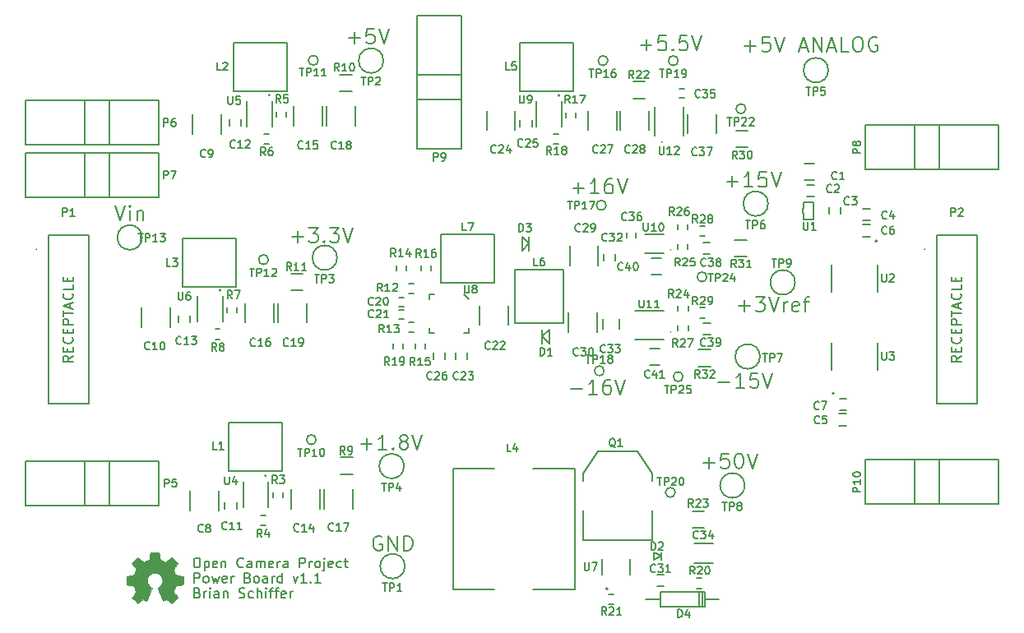
<source format=gto>
G04 #@! TF.FileFunction,Legend,Top*
%FSLAX46Y46*%
G04 Gerber Fmt 4.6, Leading zero omitted, Abs format (unit mm)*
G04 Created by KiCad (PCBNEW (2015-04-19 BZR 5613)-product) date 7/7/2015 8:10:23 PM*
%MOMM*%
G01*
G04 APERTURE LIST*
%ADD10C,0.100000*%
%ADD11C,0.203200*%
%ADD12C,0.152400*%
%ADD13C,0.200000*%
%ADD14C,0.150000*%
%ADD15C,0.127000*%
G04 APERTURE END LIST*
D10*
D11*
X162951885Y-106585657D02*
X164113028Y-106585657D01*
X163532457Y-107166229D02*
X163532457Y-106005086D01*
X164693599Y-105642229D02*
X165637028Y-105642229D01*
X165129028Y-106222800D01*
X165346742Y-106222800D01*
X165491885Y-106295371D01*
X165564456Y-106367943D01*
X165637028Y-106513086D01*
X165637028Y-106875943D01*
X165564456Y-107021086D01*
X165491885Y-107093657D01*
X165346742Y-107166229D01*
X164911314Y-107166229D01*
X164766171Y-107093657D01*
X164693599Y-107021086D01*
X166072457Y-105642229D02*
X166580457Y-107166229D01*
X167088457Y-105642229D01*
X167596457Y-107166229D02*
X167596457Y-106150229D01*
X167596457Y-106440514D02*
X167669029Y-106295371D01*
X167741600Y-106222800D01*
X167886743Y-106150229D01*
X168031886Y-106150229D01*
X169120458Y-107093657D02*
X168975315Y-107166229D01*
X168685029Y-107166229D01*
X168539886Y-107093657D01*
X168467315Y-106948514D01*
X168467315Y-106367943D01*
X168539886Y-106222800D01*
X168685029Y-106150229D01*
X168975315Y-106150229D01*
X169120458Y-106222800D01*
X169193029Y-106367943D01*
X169193029Y-106513086D01*
X168467315Y-106658229D01*
X169628458Y-106150229D02*
X170209029Y-106150229D01*
X169846172Y-107166229D02*
X169846172Y-105859943D01*
X169918744Y-105714800D01*
X170063886Y-105642229D01*
X170209029Y-105642229D01*
X98795115Y-96244229D02*
X99303115Y-97768229D01*
X99811115Y-96244229D01*
X100319115Y-97768229D02*
X100319115Y-96752229D01*
X100319115Y-96244229D02*
X100246544Y-96316800D01*
X100319115Y-96389371D01*
X100391687Y-96316800D01*
X100319115Y-96244229D01*
X100319115Y-96389371D01*
X101044829Y-96752229D02*
X101044829Y-97768229D01*
X101044829Y-96897371D02*
X101117401Y-96824800D01*
X101262543Y-96752229D01*
X101480258Y-96752229D01*
X101625401Y-96824800D01*
X101697972Y-96969943D01*
X101697972Y-97768229D01*
X159303357Y-122701957D02*
X160464500Y-122701957D01*
X159883929Y-123282529D02*
X159883929Y-122121386D01*
X161915928Y-121758529D02*
X161190214Y-121758529D01*
X161117643Y-122484243D01*
X161190214Y-122411671D01*
X161335357Y-122339100D01*
X161698214Y-122339100D01*
X161843357Y-122411671D01*
X161915928Y-122484243D01*
X161988500Y-122629386D01*
X161988500Y-122992243D01*
X161915928Y-123137386D01*
X161843357Y-123209957D01*
X161698214Y-123282529D01*
X161335357Y-123282529D01*
X161190214Y-123209957D01*
X161117643Y-123137386D01*
X162931929Y-121758529D02*
X163077072Y-121758529D01*
X163222215Y-121831100D01*
X163294786Y-121903671D01*
X163367357Y-122048814D01*
X163439929Y-122339100D01*
X163439929Y-122701957D01*
X163367357Y-122992243D01*
X163294786Y-123137386D01*
X163222215Y-123209957D01*
X163077072Y-123282529D01*
X162931929Y-123282529D01*
X162786786Y-123209957D01*
X162714215Y-123137386D01*
X162641643Y-122992243D01*
X162569072Y-122701957D01*
X162569072Y-122339100D01*
X162641643Y-122048814D01*
X162714215Y-121903671D01*
X162786786Y-121831100D01*
X162931929Y-121758529D01*
X163875358Y-121758529D02*
X164383358Y-123282529D01*
X164891358Y-121758529D01*
X160878157Y-114434257D02*
X162039300Y-114434257D01*
X163563300Y-115014829D02*
X162692443Y-115014829D01*
X163127871Y-115014829D02*
X163127871Y-113490829D01*
X162982728Y-113708543D01*
X162837586Y-113853686D01*
X162692443Y-113926257D01*
X164942157Y-113490829D02*
X164216443Y-113490829D01*
X164143872Y-114216543D01*
X164216443Y-114143971D01*
X164361586Y-114071400D01*
X164724443Y-114071400D01*
X164869586Y-114143971D01*
X164942157Y-114216543D01*
X165014729Y-114361686D01*
X165014729Y-114724543D01*
X164942157Y-114869686D01*
X164869586Y-114942257D01*
X164724443Y-115014829D01*
X164361586Y-115014829D01*
X164216443Y-114942257D01*
X164143872Y-114869686D01*
X165450158Y-113490829D02*
X165958158Y-115014829D01*
X166466158Y-113490829D01*
X161729057Y-93733257D02*
X162890200Y-93733257D01*
X162309629Y-94313829D02*
X162309629Y-93152686D01*
X164414200Y-94313829D02*
X163543343Y-94313829D01*
X163978771Y-94313829D02*
X163978771Y-92789829D01*
X163833628Y-93007543D01*
X163688486Y-93152686D01*
X163543343Y-93225257D01*
X165793057Y-92789829D02*
X165067343Y-92789829D01*
X164994772Y-93515543D01*
X165067343Y-93442971D01*
X165212486Y-93370400D01*
X165575343Y-93370400D01*
X165720486Y-93442971D01*
X165793057Y-93515543D01*
X165865629Y-93660686D01*
X165865629Y-94023543D01*
X165793057Y-94168686D01*
X165720486Y-94241257D01*
X165575343Y-94313829D01*
X165212486Y-94313829D01*
X165067343Y-94241257D01*
X164994772Y-94168686D01*
X166301058Y-92789829D02*
X166809058Y-94313829D01*
X167317058Y-92789829D01*
X145714357Y-115094657D02*
X146875500Y-115094657D01*
X148399500Y-115675229D02*
X147528643Y-115675229D01*
X147964071Y-115675229D02*
X147964071Y-114151229D01*
X147818928Y-114368943D01*
X147673786Y-114514086D01*
X147528643Y-114586657D01*
X149705786Y-114151229D02*
X149415500Y-114151229D01*
X149270357Y-114223800D01*
X149197786Y-114296371D01*
X149052643Y-114514086D01*
X148980072Y-114804371D01*
X148980072Y-115384943D01*
X149052643Y-115530086D01*
X149125215Y-115602657D01*
X149270357Y-115675229D01*
X149560643Y-115675229D01*
X149705786Y-115602657D01*
X149778357Y-115530086D01*
X149850929Y-115384943D01*
X149850929Y-115022086D01*
X149778357Y-114876943D01*
X149705786Y-114804371D01*
X149560643Y-114731800D01*
X149270357Y-114731800D01*
X149125215Y-114804371D01*
X149052643Y-114876943D01*
X148980072Y-115022086D01*
X150286358Y-114151229D02*
X150794358Y-115675229D01*
X151302358Y-114151229D01*
X145904857Y-94419057D02*
X147066000Y-94419057D01*
X146485429Y-94999629D02*
X146485429Y-93838486D01*
X148590000Y-94999629D02*
X147719143Y-94999629D01*
X148154571Y-94999629D02*
X148154571Y-93475629D01*
X148009428Y-93693343D01*
X147864286Y-93838486D01*
X147719143Y-93911057D01*
X149896286Y-93475629D02*
X149606000Y-93475629D01*
X149460857Y-93548200D01*
X149388286Y-93620771D01*
X149243143Y-93838486D01*
X149170572Y-94128771D01*
X149170572Y-94709343D01*
X149243143Y-94854486D01*
X149315715Y-94927057D01*
X149460857Y-94999629D01*
X149751143Y-94999629D01*
X149896286Y-94927057D01*
X149968857Y-94854486D01*
X150041429Y-94709343D01*
X150041429Y-94346486D01*
X149968857Y-94201343D01*
X149896286Y-94128771D01*
X149751143Y-94056200D01*
X149460857Y-94056200D01*
X149315715Y-94128771D01*
X149243143Y-94201343D01*
X149170572Y-94346486D01*
X150476858Y-93475629D02*
X150984858Y-94999629D01*
X151492858Y-93475629D01*
X163561486Y-79788657D02*
X164722629Y-79788657D01*
X164142058Y-80369229D02*
X164142058Y-79208086D01*
X166174057Y-78845229D02*
X165448343Y-78845229D01*
X165375772Y-79570943D01*
X165448343Y-79498371D01*
X165593486Y-79425800D01*
X165956343Y-79425800D01*
X166101486Y-79498371D01*
X166174057Y-79570943D01*
X166246629Y-79716086D01*
X166246629Y-80078943D01*
X166174057Y-80224086D01*
X166101486Y-80296657D01*
X165956343Y-80369229D01*
X165593486Y-80369229D01*
X165448343Y-80296657D01*
X165375772Y-80224086D01*
X166682058Y-78845229D02*
X167190058Y-80369229D01*
X167698058Y-78845229D01*
X169294630Y-79933800D02*
X170020344Y-79933800D01*
X169149487Y-80369229D02*
X169657487Y-78845229D01*
X170165487Y-80369229D01*
X170673487Y-80369229D02*
X170673487Y-78845229D01*
X171544344Y-80369229D01*
X171544344Y-78845229D01*
X172197487Y-79933800D02*
X172923201Y-79933800D01*
X172052344Y-80369229D02*
X172560344Y-78845229D01*
X173068344Y-80369229D01*
X174302058Y-80369229D02*
X173576344Y-80369229D01*
X173576344Y-78845229D01*
X175100344Y-78845229D02*
X175390630Y-78845229D01*
X175535772Y-78917800D01*
X175680915Y-79062943D01*
X175753487Y-79353229D01*
X175753487Y-79861229D01*
X175680915Y-80151514D01*
X175535772Y-80296657D01*
X175390630Y-80369229D01*
X175100344Y-80369229D01*
X174955201Y-80296657D01*
X174810058Y-80151514D01*
X174737487Y-79861229D01*
X174737487Y-79353229D01*
X174810058Y-79062943D01*
X174955201Y-78917800D01*
X175100344Y-78845229D01*
X177204915Y-78917800D02*
X177059772Y-78845229D01*
X176842058Y-78845229D01*
X176624343Y-78917800D01*
X176479201Y-79062943D01*
X176406629Y-79208086D01*
X176334058Y-79498371D01*
X176334058Y-79716086D01*
X176406629Y-80006371D01*
X176479201Y-80151514D01*
X176624343Y-80296657D01*
X176842058Y-80369229D01*
X176987201Y-80369229D01*
X177204915Y-80296657D01*
X177277486Y-80224086D01*
X177277486Y-79716086D01*
X176987201Y-79716086D01*
X152857200Y-79687057D02*
X154018343Y-79687057D01*
X153437772Y-80267629D02*
X153437772Y-79106486D01*
X155469771Y-78743629D02*
X154744057Y-78743629D01*
X154671486Y-79469343D01*
X154744057Y-79396771D01*
X154889200Y-79324200D01*
X155252057Y-79324200D01*
X155397200Y-79396771D01*
X155469771Y-79469343D01*
X155542343Y-79614486D01*
X155542343Y-79977343D01*
X155469771Y-80122486D01*
X155397200Y-80195057D01*
X155252057Y-80267629D01*
X154889200Y-80267629D01*
X154744057Y-80195057D01*
X154671486Y-80122486D01*
X156195486Y-80122486D02*
X156268058Y-80195057D01*
X156195486Y-80267629D01*
X156122915Y-80195057D01*
X156195486Y-80122486D01*
X156195486Y-80267629D01*
X157646914Y-78743629D02*
X156921200Y-78743629D01*
X156848629Y-79469343D01*
X156921200Y-79396771D01*
X157066343Y-79324200D01*
X157429200Y-79324200D01*
X157574343Y-79396771D01*
X157646914Y-79469343D01*
X157719486Y-79614486D01*
X157719486Y-79977343D01*
X157646914Y-80122486D01*
X157574343Y-80195057D01*
X157429200Y-80267629D01*
X157066343Y-80267629D01*
X156921200Y-80195057D01*
X156848629Y-80122486D01*
X158154915Y-78743629D02*
X158662915Y-80267629D01*
X159170915Y-78743629D01*
X124066300Y-120809657D02*
X125227443Y-120809657D01*
X124646872Y-121390229D02*
X124646872Y-120229086D01*
X126751443Y-121390229D02*
X125880586Y-121390229D01*
X126316014Y-121390229D02*
X126316014Y-119866229D01*
X126170871Y-120083943D01*
X126025729Y-120229086D01*
X125880586Y-120301657D01*
X127404586Y-121245086D02*
X127477158Y-121317657D01*
X127404586Y-121390229D01*
X127332015Y-121317657D01*
X127404586Y-121245086D01*
X127404586Y-121390229D01*
X128348014Y-120519371D02*
X128202872Y-120446800D01*
X128130300Y-120374229D01*
X128057729Y-120229086D01*
X128057729Y-120156514D01*
X128130300Y-120011371D01*
X128202872Y-119938800D01*
X128348014Y-119866229D01*
X128638300Y-119866229D01*
X128783443Y-119938800D01*
X128856014Y-120011371D01*
X128928586Y-120156514D01*
X128928586Y-120229086D01*
X128856014Y-120374229D01*
X128783443Y-120446800D01*
X128638300Y-120519371D01*
X128348014Y-120519371D01*
X128202872Y-120591943D01*
X128130300Y-120664514D01*
X128057729Y-120809657D01*
X128057729Y-121099943D01*
X128130300Y-121245086D01*
X128202872Y-121317657D01*
X128348014Y-121390229D01*
X128638300Y-121390229D01*
X128783443Y-121317657D01*
X128856014Y-121245086D01*
X128928586Y-121099943D01*
X128928586Y-120809657D01*
X128856014Y-120664514D01*
X128783443Y-120591943D01*
X128638300Y-120519371D01*
X129364015Y-119866229D02*
X129872015Y-121390229D01*
X130380015Y-119866229D01*
X126194458Y-130314700D02*
X126049315Y-130242129D01*
X125831601Y-130242129D01*
X125613886Y-130314700D01*
X125468744Y-130459843D01*
X125396172Y-130604986D01*
X125323601Y-130895271D01*
X125323601Y-131112986D01*
X125396172Y-131403271D01*
X125468744Y-131548414D01*
X125613886Y-131693557D01*
X125831601Y-131766129D01*
X125976744Y-131766129D01*
X126194458Y-131693557D01*
X126267029Y-131620986D01*
X126267029Y-131112986D01*
X125976744Y-131112986D01*
X126920172Y-131766129D02*
X126920172Y-130242129D01*
X127791029Y-131766129D01*
X127791029Y-130242129D01*
X128516743Y-131766129D02*
X128516743Y-130242129D01*
X128879600Y-130242129D01*
X129097315Y-130314700D01*
X129242457Y-130459843D01*
X129315029Y-130604986D01*
X129387600Y-130895271D01*
X129387600Y-131112986D01*
X129315029Y-131403271D01*
X129242457Y-131548414D01*
X129097315Y-131693557D01*
X128879600Y-131766129D01*
X128516743Y-131766129D01*
X116967000Y-99448257D02*
X118128143Y-99448257D01*
X117547572Y-100028829D02*
X117547572Y-98867686D01*
X118708714Y-98504829D02*
X119652143Y-98504829D01*
X119144143Y-99085400D01*
X119361857Y-99085400D01*
X119507000Y-99157971D01*
X119579571Y-99230543D01*
X119652143Y-99375686D01*
X119652143Y-99738543D01*
X119579571Y-99883686D01*
X119507000Y-99956257D01*
X119361857Y-100028829D01*
X118926429Y-100028829D01*
X118781286Y-99956257D01*
X118708714Y-99883686D01*
X120305286Y-99883686D02*
X120377858Y-99956257D01*
X120305286Y-100028829D01*
X120232715Y-99956257D01*
X120305286Y-99883686D01*
X120305286Y-100028829D01*
X120885857Y-98504829D02*
X121829286Y-98504829D01*
X121321286Y-99085400D01*
X121539000Y-99085400D01*
X121684143Y-99157971D01*
X121756714Y-99230543D01*
X121829286Y-99375686D01*
X121829286Y-99738543D01*
X121756714Y-99883686D01*
X121684143Y-99956257D01*
X121539000Y-100028829D01*
X121103572Y-100028829D01*
X120958429Y-99956257D01*
X120885857Y-99883686D01*
X122264715Y-98504829D02*
X122772715Y-100028829D01*
X123280715Y-98504829D01*
X122805371Y-78975857D02*
X123966514Y-78975857D01*
X123385943Y-79556429D02*
X123385943Y-78395286D01*
X125417942Y-78032429D02*
X124692228Y-78032429D01*
X124619657Y-78758143D01*
X124692228Y-78685571D01*
X124837371Y-78613000D01*
X125200228Y-78613000D01*
X125345371Y-78685571D01*
X125417942Y-78758143D01*
X125490514Y-78903286D01*
X125490514Y-79266143D01*
X125417942Y-79411286D01*
X125345371Y-79483857D01*
X125200228Y-79556429D01*
X124837371Y-79556429D01*
X124692228Y-79483857D01*
X124619657Y-79411286D01*
X125925943Y-78032429D02*
X126433943Y-79556429D01*
X126941943Y-78032429D01*
D12*
X107108571Y-132519981D02*
X107299048Y-132519981D01*
X107394286Y-132567600D01*
X107489524Y-132662838D01*
X107537143Y-132853314D01*
X107537143Y-133186648D01*
X107489524Y-133377124D01*
X107394286Y-133472362D01*
X107299048Y-133519981D01*
X107108571Y-133519981D01*
X107013333Y-133472362D01*
X106918095Y-133377124D01*
X106870476Y-133186648D01*
X106870476Y-132853314D01*
X106918095Y-132662838D01*
X107013333Y-132567600D01*
X107108571Y-132519981D01*
X107965714Y-132853314D02*
X107965714Y-133853314D01*
X107965714Y-132900933D02*
X108060952Y-132853314D01*
X108251429Y-132853314D01*
X108346667Y-132900933D01*
X108394286Y-132948552D01*
X108441905Y-133043790D01*
X108441905Y-133329505D01*
X108394286Y-133424743D01*
X108346667Y-133472362D01*
X108251429Y-133519981D01*
X108060952Y-133519981D01*
X107965714Y-133472362D01*
X109251429Y-133472362D02*
X109156191Y-133519981D01*
X108965714Y-133519981D01*
X108870476Y-133472362D01*
X108822857Y-133377124D01*
X108822857Y-132996171D01*
X108870476Y-132900933D01*
X108965714Y-132853314D01*
X109156191Y-132853314D01*
X109251429Y-132900933D01*
X109299048Y-132996171D01*
X109299048Y-133091410D01*
X108822857Y-133186648D01*
X109727619Y-132853314D02*
X109727619Y-133519981D01*
X109727619Y-132948552D02*
X109775238Y-132900933D01*
X109870476Y-132853314D01*
X110013334Y-132853314D01*
X110108572Y-132900933D01*
X110156191Y-132996171D01*
X110156191Y-133519981D01*
X111965715Y-133424743D02*
X111918096Y-133472362D01*
X111775239Y-133519981D01*
X111680001Y-133519981D01*
X111537143Y-133472362D01*
X111441905Y-133377124D01*
X111394286Y-133281886D01*
X111346667Y-133091410D01*
X111346667Y-132948552D01*
X111394286Y-132758076D01*
X111441905Y-132662838D01*
X111537143Y-132567600D01*
X111680001Y-132519981D01*
X111775239Y-132519981D01*
X111918096Y-132567600D01*
X111965715Y-132615219D01*
X112822858Y-133519981D02*
X112822858Y-132996171D01*
X112775239Y-132900933D01*
X112680001Y-132853314D01*
X112489524Y-132853314D01*
X112394286Y-132900933D01*
X112822858Y-133472362D02*
X112727620Y-133519981D01*
X112489524Y-133519981D01*
X112394286Y-133472362D01*
X112346667Y-133377124D01*
X112346667Y-133281886D01*
X112394286Y-133186648D01*
X112489524Y-133139029D01*
X112727620Y-133139029D01*
X112822858Y-133091410D01*
X113299048Y-133519981D02*
X113299048Y-132853314D01*
X113299048Y-132948552D02*
X113346667Y-132900933D01*
X113441905Y-132853314D01*
X113584763Y-132853314D01*
X113680001Y-132900933D01*
X113727620Y-132996171D01*
X113727620Y-133519981D01*
X113727620Y-132996171D02*
X113775239Y-132900933D01*
X113870477Y-132853314D01*
X114013334Y-132853314D01*
X114108572Y-132900933D01*
X114156191Y-132996171D01*
X114156191Y-133519981D01*
X115013334Y-133472362D02*
X114918096Y-133519981D01*
X114727619Y-133519981D01*
X114632381Y-133472362D01*
X114584762Y-133377124D01*
X114584762Y-132996171D01*
X114632381Y-132900933D01*
X114727619Y-132853314D01*
X114918096Y-132853314D01*
X115013334Y-132900933D01*
X115060953Y-132996171D01*
X115060953Y-133091410D01*
X114584762Y-133186648D01*
X115489524Y-133519981D02*
X115489524Y-132853314D01*
X115489524Y-133043790D02*
X115537143Y-132948552D01*
X115584762Y-132900933D01*
X115680000Y-132853314D01*
X115775239Y-132853314D01*
X116537144Y-133519981D02*
X116537144Y-132996171D01*
X116489525Y-132900933D01*
X116394287Y-132853314D01*
X116203810Y-132853314D01*
X116108572Y-132900933D01*
X116537144Y-133472362D02*
X116441906Y-133519981D01*
X116203810Y-133519981D01*
X116108572Y-133472362D01*
X116060953Y-133377124D01*
X116060953Y-133281886D01*
X116108572Y-133186648D01*
X116203810Y-133139029D01*
X116441906Y-133139029D01*
X116537144Y-133091410D01*
X117775239Y-133519981D02*
X117775239Y-132519981D01*
X118156192Y-132519981D01*
X118251430Y-132567600D01*
X118299049Y-132615219D01*
X118346668Y-132710457D01*
X118346668Y-132853314D01*
X118299049Y-132948552D01*
X118251430Y-132996171D01*
X118156192Y-133043790D01*
X117775239Y-133043790D01*
X118775239Y-133519981D02*
X118775239Y-132853314D01*
X118775239Y-133043790D02*
X118822858Y-132948552D01*
X118870477Y-132900933D01*
X118965715Y-132853314D01*
X119060954Y-132853314D01*
X119537144Y-133519981D02*
X119441906Y-133472362D01*
X119394287Y-133424743D01*
X119346668Y-133329505D01*
X119346668Y-133043790D01*
X119394287Y-132948552D01*
X119441906Y-132900933D01*
X119537144Y-132853314D01*
X119680002Y-132853314D01*
X119775240Y-132900933D01*
X119822859Y-132948552D01*
X119870478Y-133043790D01*
X119870478Y-133329505D01*
X119822859Y-133424743D01*
X119775240Y-133472362D01*
X119680002Y-133519981D01*
X119537144Y-133519981D01*
X120299049Y-132853314D02*
X120299049Y-133710457D01*
X120251430Y-133805695D01*
X120156192Y-133853314D01*
X120108573Y-133853314D01*
X120299049Y-132519981D02*
X120251430Y-132567600D01*
X120299049Y-132615219D01*
X120346668Y-132567600D01*
X120299049Y-132519981D01*
X120299049Y-132615219D01*
X121156192Y-133472362D02*
X121060954Y-133519981D01*
X120870477Y-133519981D01*
X120775239Y-133472362D01*
X120727620Y-133377124D01*
X120727620Y-132996171D01*
X120775239Y-132900933D01*
X120870477Y-132853314D01*
X121060954Y-132853314D01*
X121156192Y-132900933D01*
X121203811Y-132996171D01*
X121203811Y-133091410D01*
X120727620Y-133186648D01*
X122060954Y-133472362D02*
X121965716Y-133519981D01*
X121775239Y-133519981D01*
X121680001Y-133472362D01*
X121632382Y-133424743D01*
X121584763Y-133329505D01*
X121584763Y-133043790D01*
X121632382Y-132948552D01*
X121680001Y-132900933D01*
X121775239Y-132853314D01*
X121965716Y-132853314D01*
X122060954Y-132900933D01*
X122346668Y-132853314D02*
X122727620Y-132853314D01*
X122489525Y-132519981D02*
X122489525Y-133377124D01*
X122537144Y-133472362D01*
X122632382Y-133519981D01*
X122727620Y-133519981D01*
X106918095Y-135072381D02*
X106918095Y-134072381D01*
X107299048Y-134072381D01*
X107394286Y-134120000D01*
X107441905Y-134167619D01*
X107489524Y-134262857D01*
X107489524Y-134405714D01*
X107441905Y-134500952D01*
X107394286Y-134548571D01*
X107299048Y-134596190D01*
X106918095Y-134596190D01*
X108060952Y-135072381D02*
X107965714Y-135024762D01*
X107918095Y-134977143D01*
X107870476Y-134881905D01*
X107870476Y-134596190D01*
X107918095Y-134500952D01*
X107965714Y-134453333D01*
X108060952Y-134405714D01*
X108203810Y-134405714D01*
X108299048Y-134453333D01*
X108346667Y-134500952D01*
X108394286Y-134596190D01*
X108394286Y-134881905D01*
X108346667Y-134977143D01*
X108299048Y-135024762D01*
X108203810Y-135072381D01*
X108060952Y-135072381D01*
X108727619Y-134405714D02*
X108918095Y-135072381D01*
X109108572Y-134596190D01*
X109299048Y-135072381D01*
X109489524Y-134405714D01*
X110251429Y-135024762D02*
X110156191Y-135072381D01*
X109965714Y-135072381D01*
X109870476Y-135024762D01*
X109822857Y-134929524D01*
X109822857Y-134548571D01*
X109870476Y-134453333D01*
X109965714Y-134405714D01*
X110156191Y-134405714D01*
X110251429Y-134453333D01*
X110299048Y-134548571D01*
X110299048Y-134643810D01*
X109822857Y-134739048D01*
X110727619Y-135072381D02*
X110727619Y-134405714D01*
X110727619Y-134596190D02*
X110775238Y-134500952D01*
X110822857Y-134453333D01*
X110918095Y-134405714D01*
X111013334Y-134405714D01*
X112441906Y-134548571D02*
X112584763Y-134596190D01*
X112632382Y-134643810D01*
X112680001Y-134739048D01*
X112680001Y-134881905D01*
X112632382Y-134977143D01*
X112584763Y-135024762D01*
X112489525Y-135072381D01*
X112108572Y-135072381D01*
X112108572Y-134072381D01*
X112441906Y-134072381D01*
X112537144Y-134120000D01*
X112584763Y-134167619D01*
X112632382Y-134262857D01*
X112632382Y-134358095D01*
X112584763Y-134453333D01*
X112537144Y-134500952D01*
X112441906Y-134548571D01*
X112108572Y-134548571D01*
X113251429Y-135072381D02*
X113156191Y-135024762D01*
X113108572Y-134977143D01*
X113060953Y-134881905D01*
X113060953Y-134596190D01*
X113108572Y-134500952D01*
X113156191Y-134453333D01*
X113251429Y-134405714D01*
X113394287Y-134405714D01*
X113489525Y-134453333D01*
X113537144Y-134500952D01*
X113584763Y-134596190D01*
X113584763Y-134881905D01*
X113537144Y-134977143D01*
X113489525Y-135024762D01*
X113394287Y-135072381D01*
X113251429Y-135072381D01*
X114441906Y-135072381D02*
X114441906Y-134548571D01*
X114394287Y-134453333D01*
X114299049Y-134405714D01*
X114108572Y-134405714D01*
X114013334Y-134453333D01*
X114441906Y-135024762D02*
X114346668Y-135072381D01*
X114108572Y-135072381D01*
X114013334Y-135024762D01*
X113965715Y-134929524D01*
X113965715Y-134834286D01*
X114013334Y-134739048D01*
X114108572Y-134691429D01*
X114346668Y-134691429D01*
X114441906Y-134643810D01*
X114918096Y-135072381D02*
X114918096Y-134405714D01*
X114918096Y-134596190D02*
X114965715Y-134500952D01*
X115013334Y-134453333D01*
X115108572Y-134405714D01*
X115203811Y-134405714D01*
X115965716Y-135072381D02*
X115965716Y-134072381D01*
X115965716Y-135024762D02*
X115870478Y-135072381D01*
X115680001Y-135072381D01*
X115584763Y-135024762D01*
X115537144Y-134977143D01*
X115489525Y-134881905D01*
X115489525Y-134596190D01*
X115537144Y-134500952D01*
X115584763Y-134453333D01*
X115680001Y-134405714D01*
X115870478Y-134405714D01*
X115965716Y-134453333D01*
X117108573Y-134405714D02*
X117346668Y-135072381D01*
X117584764Y-134405714D01*
X118489526Y-135072381D02*
X117918097Y-135072381D01*
X118203811Y-135072381D02*
X118203811Y-134072381D01*
X118108573Y-134215238D01*
X118013335Y-134310476D01*
X117918097Y-134358095D01*
X118918097Y-134977143D02*
X118965716Y-135024762D01*
X118918097Y-135072381D01*
X118870478Y-135024762D01*
X118918097Y-134977143D01*
X118918097Y-135072381D01*
X119918097Y-135072381D02*
X119346668Y-135072381D01*
X119632382Y-135072381D02*
X119632382Y-134072381D01*
X119537144Y-134215238D01*
X119441906Y-134310476D01*
X119346668Y-134358095D01*
X107251429Y-136100971D02*
X107394286Y-136148590D01*
X107441905Y-136196210D01*
X107489524Y-136291448D01*
X107489524Y-136434305D01*
X107441905Y-136529543D01*
X107394286Y-136577162D01*
X107299048Y-136624781D01*
X106918095Y-136624781D01*
X106918095Y-135624781D01*
X107251429Y-135624781D01*
X107346667Y-135672400D01*
X107394286Y-135720019D01*
X107441905Y-135815257D01*
X107441905Y-135910495D01*
X107394286Y-136005733D01*
X107346667Y-136053352D01*
X107251429Y-136100971D01*
X106918095Y-136100971D01*
X107918095Y-136624781D02*
X107918095Y-135958114D01*
X107918095Y-136148590D02*
X107965714Y-136053352D01*
X108013333Y-136005733D01*
X108108571Y-135958114D01*
X108203810Y-135958114D01*
X108537143Y-136624781D02*
X108537143Y-135958114D01*
X108537143Y-135624781D02*
X108489524Y-135672400D01*
X108537143Y-135720019D01*
X108584762Y-135672400D01*
X108537143Y-135624781D01*
X108537143Y-135720019D01*
X109441905Y-136624781D02*
X109441905Y-136100971D01*
X109394286Y-136005733D01*
X109299048Y-135958114D01*
X109108571Y-135958114D01*
X109013333Y-136005733D01*
X109441905Y-136577162D02*
X109346667Y-136624781D01*
X109108571Y-136624781D01*
X109013333Y-136577162D01*
X108965714Y-136481924D01*
X108965714Y-136386686D01*
X109013333Y-136291448D01*
X109108571Y-136243829D01*
X109346667Y-136243829D01*
X109441905Y-136196210D01*
X109918095Y-135958114D02*
X109918095Y-136624781D01*
X109918095Y-136053352D02*
X109965714Y-136005733D01*
X110060952Y-135958114D01*
X110203810Y-135958114D01*
X110299048Y-136005733D01*
X110346667Y-136100971D01*
X110346667Y-136624781D01*
X111537143Y-136577162D02*
X111680000Y-136624781D01*
X111918096Y-136624781D01*
X112013334Y-136577162D01*
X112060953Y-136529543D01*
X112108572Y-136434305D01*
X112108572Y-136339067D01*
X112060953Y-136243829D01*
X112013334Y-136196210D01*
X111918096Y-136148590D01*
X111727619Y-136100971D01*
X111632381Y-136053352D01*
X111584762Y-136005733D01*
X111537143Y-135910495D01*
X111537143Y-135815257D01*
X111584762Y-135720019D01*
X111632381Y-135672400D01*
X111727619Y-135624781D01*
X111965715Y-135624781D01*
X112108572Y-135672400D01*
X112965715Y-136577162D02*
X112870477Y-136624781D01*
X112680000Y-136624781D01*
X112584762Y-136577162D01*
X112537143Y-136529543D01*
X112489524Y-136434305D01*
X112489524Y-136148590D01*
X112537143Y-136053352D01*
X112584762Y-136005733D01*
X112680000Y-135958114D01*
X112870477Y-135958114D01*
X112965715Y-136005733D01*
X113394286Y-136624781D02*
X113394286Y-135624781D01*
X113822858Y-136624781D02*
X113822858Y-136100971D01*
X113775239Y-136005733D01*
X113680001Y-135958114D01*
X113537143Y-135958114D01*
X113441905Y-136005733D01*
X113394286Y-136053352D01*
X114299048Y-136624781D02*
X114299048Y-135958114D01*
X114299048Y-135624781D02*
X114251429Y-135672400D01*
X114299048Y-135720019D01*
X114346667Y-135672400D01*
X114299048Y-135624781D01*
X114299048Y-135720019D01*
X114632381Y-135958114D02*
X115013333Y-135958114D01*
X114775238Y-136624781D02*
X114775238Y-135767638D01*
X114822857Y-135672400D01*
X114918095Y-135624781D01*
X115013333Y-135624781D01*
X115203810Y-135958114D02*
X115584762Y-135958114D01*
X115346667Y-136624781D02*
X115346667Y-135767638D01*
X115394286Y-135672400D01*
X115489524Y-135624781D01*
X115584762Y-135624781D01*
X116299049Y-136577162D02*
X116203811Y-136624781D01*
X116013334Y-136624781D01*
X115918096Y-136577162D01*
X115870477Y-136481924D01*
X115870477Y-136100971D01*
X115918096Y-136005733D01*
X116013334Y-135958114D01*
X116203811Y-135958114D01*
X116299049Y-136005733D01*
X116346668Y-136100971D01*
X116346668Y-136196210D01*
X115870477Y-136291448D01*
X116775239Y-136624781D02*
X116775239Y-135958114D01*
X116775239Y-136148590D02*
X116822858Y-136053352D01*
X116870477Y-136005733D01*
X116965715Y-135958114D01*
X117060954Y-135958114D01*
D13*
X168770457Y-104140000D02*
G75*
G03X168770457Y-104140000I-1270157J0D01*
G01*
D14*
X152367000Y-99487800D02*
X152367000Y-98987800D01*
X151417000Y-98987800D02*
X151417000Y-99487800D01*
X128494600Y-106967000D02*
X127994600Y-106967000D01*
X127994600Y-107917000D02*
X128494600Y-107917000D01*
D10*
G36*
X105789555Y-135096100D02*
X105780354Y-135174634D01*
X105754819Y-135227121D01*
X105706363Y-135261309D01*
X105628402Y-135284949D01*
X105514349Y-135305790D01*
X105359200Y-135331312D01*
X105237677Y-135353158D01*
X105134825Y-135373670D01*
X105060770Y-135390684D01*
X105025638Y-135402036D01*
X105024588Y-135402841D01*
X105007074Y-135434497D01*
X104977083Y-135501836D01*
X104939361Y-135592748D01*
X104898654Y-135695124D01*
X104859706Y-135796854D01*
X104827262Y-135885830D01*
X104806069Y-135949943D01*
X104800400Y-135974952D01*
X104814187Y-136006828D01*
X104852062Y-136071764D01*
X104908796Y-136161336D01*
X104979159Y-136267118D01*
X105006856Y-136307599D01*
X105213313Y-136607116D01*
X104920809Y-136899619D01*
X104628306Y-137192123D01*
X104321472Y-136981586D01*
X104014638Y-136771048D01*
X103864432Y-136851107D01*
X103778029Y-136893881D01*
X103724670Y-136910928D01*
X103695191Y-136904793D01*
X103690168Y-136899533D01*
X103671609Y-136864407D01*
X103638084Y-136790568D01*
X103592754Y-136685783D01*
X103538776Y-136557820D01*
X103479308Y-136414447D01*
X103417509Y-136263431D01*
X103356538Y-136112538D01*
X103299553Y-135969538D01*
X103249713Y-135842196D01*
X103210175Y-135738281D01*
X103184098Y-135665560D01*
X103174641Y-135631801D01*
X103174641Y-135631721D01*
X103194796Y-135592177D01*
X103244626Y-135546929D01*
X103260619Y-135536303D01*
X103412238Y-135415275D01*
X103529737Y-135265108D01*
X103609813Y-135094467D01*
X103649163Y-134912019D01*
X103644485Y-134726431D01*
X103615353Y-134605474D01*
X103528139Y-134416864D01*
X103407186Y-134265527D01*
X103255373Y-134153527D01*
X103075580Y-134082930D01*
X102870685Y-134055798D01*
X102848220Y-134055555D01*
X102737644Y-134059016D01*
X102652435Y-134073428D01*
X102567459Y-134104835D01*
X102493165Y-134140927D01*
X102327444Y-134252177D01*
X102198800Y-134394963D01*
X102110664Y-134563083D01*
X102066471Y-134750330D01*
X102065451Y-134914031D01*
X102094783Y-135072616D01*
X102154620Y-135215336D01*
X102250111Y-135350089D01*
X102386402Y-135484772D01*
X102494693Y-135572500D01*
X102561199Y-135623300D01*
X102323022Y-136194800D01*
X102254489Y-136358811D01*
X102190378Y-136511435D01*
X102133930Y-136645016D01*
X102088389Y-136751898D01*
X102056997Y-136824426D01*
X102045813Y-136849311D01*
X102006781Y-136932323D01*
X101850500Y-136853433D01*
X101694219Y-136774543D01*
X101393957Y-136979971D01*
X101286491Y-137053152D01*
X101194958Y-137114831D01*
X101127007Y-137159905D01*
X101090285Y-137183272D01*
X101086082Y-137185400D01*
X101066531Y-137168365D01*
X101017383Y-137121280D01*
X100944805Y-137050170D01*
X100854965Y-136961061D01*
X100789578Y-136895685D01*
X100500686Y-136605971D01*
X100695565Y-136324119D01*
X100768737Y-136217079D01*
X100831660Y-136122758D01*
X100878447Y-136050146D01*
X100903212Y-136008232D01*
X100905077Y-136004136D01*
X100900939Y-135970045D01*
X100881712Y-135900702D01*
X100851628Y-135807836D01*
X100814920Y-135703176D01*
X100775821Y-135598452D01*
X100738563Y-135505394D01*
X100707378Y-135435731D01*
X100688101Y-135402841D01*
X100658597Y-135392250D01*
X100588984Y-135375765D01*
X100489310Y-135355547D01*
X100369622Y-135333757D01*
X100355400Y-135331312D01*
X100199534Y-135305631D01*
X100086196Y-135284799D01*
X100008678Y-135261152D01*
X99960270Y-135227024D01*
X99934266Y-135174753D01*
X99923958Y-135096673D01*
X99922638Y-134985120D01*
X99923600Y-134837943D01*
X99924769Y-134702062D01*
X99927995Y-134585021D01*
X99932854Y-134495810D01*
X99938923Y-134443424D01*
X99942650Y-134433549D01*
X99973175Y-134425002D01*
X100044357Y-134409320D01*
X100146869Y-134388435D01*
X100271383Y-134364282D01*
X100330000Y-134353255D01*
X100461232Y-134327132D01*
X100574426Y-134301458D01*
X100660245Y-134278594D01*
X100709352Y-134260899D01*
X100716863Y-134255454D01*
X100733992Y-134221053D01*
X100765743Y-134150910D01*
X100807156Y-134056160D01*
X100841678Y-133975391D01*
X100895273Y-133840561D01*
X100923773Y-133748134D01*
X100927619Y-133696597D01*
X100924714Y-133689826D01*
X100902433Y-133657009D01*
X100857393Y-133590995D01*
X100795545Y-133500496D01*
X100722841Y-133394223D01*
X100700188Y-133361131D01*
X100498876Y-133067093D01*
X100789778Y-132776191D01*
X101080680Y-132485289D01*
X101415057Y-132714856D01*
X101749434Y-132944422D01*
X102011267Y-132837183D01*
X102117795Y-132792390D01*
X102206040Y-132753097D01*
X102265848Y-132723967D01*
X102286725Y-132710700D01*
X102295920Y-132680203D01*
X102312255Y-132608867D01*
X102333787Y-132505836D01*
X102358570Y-132380252D01*
X102372012Y-132309527D01*
X102443672Y-131927600D01*
X102856551Y-131927600D01*
X103269430Y-131927600D01*
X103338619Y-132302250D01*
X103363161Y-132434796D01*
X103384555Y-132549694D01*
X103401057Y-132637635D01*
X103410927Y-132689308D01*
X103412779Y-132698425D01*
X103436884Y-132716035D01*
X103498682Y-132747770D01*
X103588641Y-132789030D01*
X103690373Y-132832393D01*
X103962996Y-132944835D01*
X104298056Y-132714925D01*
X104633117Y-132485016D01*
X104920276Y-132771360D01*
X105017015Y-132869978D01*
X105098576Y-132957255D01*
X105159089Y-133026572D01*
X105192684Y-133071309D01*
X105197392Y-133083879D01*
X105179950Y-133113249D01*
X105138923Y-133175995D01*
X105079828Y-133263857D01*
X105008181Y-133368572D01*
X104981174Y-133407655D01*
X104907289Y-133515852D01*
X104845129Y-133609831D01*
X104799914Y-133681467D01*
X104776865Y-133722638D01*
X104775000Y-133728446D01*
X104784457Y-133759902D01*
X104810109Y-133827530D01*
X104847875Y-133920922D01*
X104887125Y-134014367D01*
X104999250Y-134277100D01*
X105287175Y-134333618D01*
X105413519Y-134358404D01*
X105531917Y-134381603D01*
X105627356Y-134400277D01*
X105676700Y-134409905D01*
X105778300Y-134429674D01*
X105785296Y-134829887D01*
X105789007Y-134983767D01*
X105789555Y-135096100D01*
X105789555Y-135096100D01*
X105789555Y-135096100D01*
G37*
X105789555Y-135096100D02*
X105780354Y-135174634D01*
X105754819Y-135227121D01*
X105706363Y-135261309D01*
X105628402Y-135284949D01*
X105514349Y-135305790D01*
X105359200Y-135331312D01*
X105237677Y-135353158D01*
X105134825Y-135373670D01*
X105060770Y-135390684D01*
X105025638Y-135402036D01*
X105024588Y-135402841D01*
X105007074Y-135434497D01*
X104977083Y-135501836D01*
X104939361Y-135592748D01*
X104898654Y-135695124D01*
X104859706Y-135796854D01*
X104827262Y-135885830D01*
X104806069Y-135949943D01*
X104800400Y-135974952D01*
X104814187Y-136006828D01*
X104852062Y-136071764D01*
X104908796Y-136161336D01*
X104979159Y-136267118D01*
X105006856Y-136307599D01*
X105213313Y-136607116D01*
X104920809Y-136899619D01*
X104628306Y-137192123D01*
X104321472Y-136981586D01*
X104014638Y-136771048D01*
X103864432Y-136851107D01*
X103778029Y-136893881D01*
X103724670Y-136910928D01*
X103695191Y-136904793D01*
X103690168Y-136899533D01*
X103671609Y-136864407D01*
X103638084Y-136790568D01*
X103592754Y-136685783D01*
X103538776Y-136557820D01*
X103479308Y-136414447D01*
X103417509Y-136263431D01*
X103356538Y-136112538D01*
X103299553Y-135969538D01*
X103249713Y-135842196D01*
X103210175Y-135738281D01*
X103184098Y-135665560D01*
X103174641Y-135631801D01*
X103174641Y-135631721D01*
X103194796Y-135592177D01*
X103244626Y-135546929D01*
X103260619Y-135536303D01*
X103412238Y-135415275D01*
X103529737Y-135265108D01*
X103609813Y-135094467D01*
X103649163Y-134912019D01*
X103644485Y-134726431D01*
X103615353Y-134605474D01*
X103528139Y-134416864D01*
X103407186Y-134265527D01*
X103255373Y-134153527D01*
X103075580Y-134082930D01*
X102870685Y-134055798D01*
X102848220Y-134055555D01*
X102737644Y-134059016D01*
X102652435Y-134073428D01*
X102567459Y-134104835D01*
X102493165Y-134140927D01*
X102327444Y-134252177D01*
X102198800Y-134394963D01*
X102110664Y-134563083D01*
X102066471Y-134750330D01*
X102065451Y-134914031D01*
X102094783Y-135072616D01*
X102154620Y-135215336D01*
X102250111Y-135350089D01*
X102386402Y-135484772D01*
X102494693Y-135572500D01*
X102561199Y-135623300D01*
X102323022Y-136194800D01*
X102254489Y-136358811D01*
X102190378Y-136511435D01*
X102133930Y-136645016D01*
X102088389Y-136751898D01*
X102056997Y-136824426D01*
X102045813Y-136849311D01*
X102006781Y-136932323D01*
X101850500Y-136853433D01*
X101694219Y-136774543D01*
X101393957Y-136979971D01*
X101286491Y-137053152D01*
X101194958Y-137114831D01*
X101127007Y-137159905D01*
X101090285Y-137183272D01*
X101086082Y-137185400D01*
X101066531Y-137168365D01*
X101017383Y-137121280D01*
X100944805Y-137050170D01*
X100854965Y-136961061D01*
X100789578Y-136895685D01*
X100500686Y-136605971D01*
X100695565Y-136324119D01*
X100768737Y-136217079D01*
X100831660Y-136122758D01*
X100878447Y-136050146D01*
X100903212Y-136008232D01*
X100905077Y-136004136D01*
X100900939Y-135970045D01*
X100881712Y-135900702D01*
X100851628Y-135807836D01*
X100814920Y-135703176D01*
X100775821Y-135598452D01*
X100738563Y-135505394D01*
X100707378Y-135435731D01*
X100688101Y-135402841D01*
X100658597Y-135392250D01*
X100588984Y-135375765D01*
X100489310Y-135355547D01*
X100369622Y-135333757D01*
X100355400Y-135331312D01*
X100199534Y-135305631D01*
X100086196Y-135284799D01*
X100008678Y-135261152D01*
X99960270Y-135227024D01*
X99934266Y-135174753D01*
X99923958Y-135096673D01*
X99922638Y-134985120D01*
X99923600Y-134837943D01*
X99924769Y-134702062D01*
X99927995Y-134585021D01*
X99932854Y-134495810D01*
X99938923Y-134443424D01*
X99942650Y-134433549D01*
X99973175Y-134425002D01*
X100044357Y-134409320D01*
X100146869Y-134388435D01*
X100271383Y-134364282D01*
X100330000Y-134353255D01*
X100461232Y-134327132D01*
X100574426Y-134301458D01*
X100660245Y-134278594D01*
X100709352Y-134260899D01*
X100716863Y-134255454D01*
X100733992Y-134221053D01*
X100765743Y-134150910D01*
X100807156Y-134056160D01*
X100841678Y-133975391D01*
X100895273Y-133840561D01*
X100923773Y-133748134D01*
X100927619Y-133696597D01*
X100924714Y-133689826D01*
X100902433Y-133657009D01*
X100857393Y-133590995D01*
X100795545Y-133500496D01*
X100722841Y-133394223D01*
X100700188Y-133361131D01*
X100498876Y-133067093D01*
X100789778Y-132776191D01*
X101080680Y-132485289D01*
X101415057Y-132714856D01*
X101749434Y-132944422D01*
X102011267Y-132837183D01*
X102117795Y-132792390D01*
X102206040Y-132753097D01*
X102265848Y-132723967D01*
X102286725Y-132710700D01*
X102295920Y-132680203D01*
X102312255Y-132608867D01*
X102333787Y-132505836D01*
X102358570Y-132380252D01*
X102372012Y-132309527D01*
X102443672Y-131927600D01*
X102856551Y-131927600D01*
X103269430Y-131927600D01*
X103338619Y-132302250D01*
X103363161Y-132434796D01*
X103384555Y-132549694D01*
X103401057Y-132637635D01*
X103410927Y-132689308D01*
X103412779Y-132698425D01*
X103436884Y-132716035D01*
X103498682Y-132747770D01*
X103588641Y-132789030D01*
X103690373Y-132832393D01*
X103962996Y-132944835D01*
X104298056Y-132714925D01*
X104633117Y-132485016D01*
X104920276Y-132771360D01*
X105017015Y-132869978D01*
X105098576Y-132957255D01*
X105159089Y-133026572D01*
X105192684Y-133071309D01*
X105197392Y-133083879D01*
X105179950Y-133113249D01*
X105138923Y-133175995D01*
X105079828Y-133263857D01*
X105008181Y-133368572D01*
X104981174Y-133407655D01*
X104907289Y-133515852D01*
X104845129Y-133609831D01*
X104799914Y-133681467D01*
X104776865Y-133722638D01*
X104775000Y-133728446D01*
X104784457Y-133759902D01*
X104810109Y-133827530D01*
X104847875Y-133920922D01*
X104887125Y-134014367D01*
X104999250Y-134277100D01*
X105287175Y-134333618D01*
X105413519Y-134358404D01*
X105531917Y-134381603D01*
X105627356Y-134400277D01*
X105676700Y-134409905D01*
X105778300Y-134429674D01*
X105785296Y-134829887D01*
X105789007Y-134983767D01*
X105789555Y-135096100D01*
X105789555Y-135096100D01*
D14*
X90693852Y-100690000D02*
G75*
G03X90693852Y-100690000I-53852J0D01*
G01*
X91930000Y-99250000D02*
X96030000Y-99250000D01*
X96030000Y-99250000D02*
X96030000Y-116650000D01*
X96030000Y-116650000D02*
X91930000Y-116650000D01*
X91930000Y-116650000D02*
X91930000Y-99250000D01*
X182133852Y-100690000D02*
G75*
G03X182133852Y-100690000I-53852J0D01*
G01*
X183370000Y-99250000D02*
X187470000Y-99250000D01*
X187470000Y-99250000D02*
X187470000Y-116650000D01*
X187470000Y-116650000D02*
X183370000Y-116650000D01*
X183370000Y-116650000D02*
X183370000Y-99250000D01*
X170705400Y-91936200D02*
X169705400Y-91936200D01*
X169705400Y-93636200D02*
X170705400Y-93636200D01*
X170007800Y-94091200D02*
X170707800Y-94091200D01*
X170707800Y-95291200D02*
X170007800Y-95291200D01*
X172272400Y-97098600D02*
X172272400Y-96398600D01*
X173472400Y-96398600D02*
X173472400Y-97098600D01*
X176473600Y-97780400D02*
X175773600Y-97780400D01*
X175773600Y-96580400D02*
X176473600Y-96580400D01*
X173309800Y-117687800D02*
X174009800Y-117687800D01*
X174009800Y-118887800D02*
X173309800Y-118887800D01*
X176473600Y-99406000D02*
X175773600Y-99406000D01*
X175773600Y-98206000D02*
X176473600Y-98206000D01*
X173335200Y-116087600D02*
X174035200Y-116087600D01*
X174035200Y-117287600D02*
X173335200Y-117287600D01*
X109425000Y-127644400D02*
X109425000Y-125644400D01*
X106475000Y-125644400D02*
X106475000Y-127644400D01*
X109679000Y-88833200D02*
X109679000Y-86833200D01*
X106729000Y-86833200D02*
X106729000Y-88833200D01*
X104421200Y-108721400D02*
X104421200Y-106721400D01*
X101471200Y-106721400D02*
X101471200Y-108721400D01*
X111267800Y-126751600D02*
X111267800Y-127451600D01*
X110067800Y-127451600D02*
X110067800Y-126751600D01*
X111750400Y-87356200D02*
X111750400Y-88056200D01*
X110550400Y-88056200D02*
X110550400Y-87356200D01*
X106518000Y-107549200D02*
X106518000Y-108249200D01*
X105318000Y-108249200D02*
X105318000Y-107549200D01*
X119839000Y-127441200D02*
X119839000Y-125441200D01*
X116889000Y-125441200D02*
X116889000Y-127441200D01*
X120118400Y-87995000D02*
X120118400Y-85995000D01*
X117168400Y-85995000D02*
X117168400Y-87995000D01*
X115140000Y-108264200D02*
X115140000Y-106264200D01*
X112190000Y-106264200D02*
X112190000Y-108264200D01*
X123242600Y-127441200D02*
X123242600Y-125441200D01*
X120292600Y-125441200D02*
X120292600Y-127441200D01*
X123522000Y-87995000D02*
X123522000Y-85995000D01*
X120572000Y-85995000D02*
X120572000Y-87995000D01*
X118492800Y-108264200D02*
X118492800Y-106264200D01*
X115542800Y-106264200D02*
X115542800Y-108264200D01*
X128494600Y-105671600D02*
X127994600Y-105671600D01*
X127994600Y-106621600D02*
X128494600Y-106621600D01*
X136281900Y-106530900D02*
X136281900Y-108530900D01*
X139231900Y-108530900D02*
X139231900Y-106530900D01*
X133842200Y-112059200D02*
X133842200Y-111359200D01*
X135042200Y-111359200D02*
X135042200Y-112059200D01*
X139955800Y-88477600D02*
X139955800Y-86477600D01*
X137005800Y-86477600D02*
X137005800Y-88477600D01*
X141671600Y-87381600D02*
X141671600Y-88081600D01*
X140471600Y-88081600D02*
X140471600Y-87381600D01*
X132730800Y-111359200D02*
X132730800Y-112059200D01*
X131530800Y-112059200D02*
X131530800Y-111359200D01*
X150420600Y-88477600D02*
X150420600Y-86477600D01*
X147470600Y-86477600D02*
X147470600Y-88477600D01*
X153748000Y-88477600D02*
X153748000Y-86477600D01*
X150798000Y-86477600D02*
X150798000Y-88477600D01*
X148515600Y-102396800D02*
X148515600Y-100396800D01*
X145565600Y-100396800D02*
X145565600Y-102396800D01*
X148414000Y-109254800D02*
X148414000Y-107254800D01*
X145464000Y-107254800D02*
X145464000Y-109254800D01*
X155239200Y-135448600D02*
X154539200Y-135448600D01*
X154539200Y-134248600D02*
X155239200Y-134248600D01*
X150231400Y-101199200D02*
X150231400Y-101899200D01*
X149031400Y-101899200D02*
X149031400Y-101199200D01*
X148984600Y-107932600D02*
X148984600Y-108932600D01*
X150684600Y-108932600D02*
X150684600Y-107932600D01*
X160359600Y-131004200D02*
X158359600Y-131004200D01*
X158359600Y-133054200D02*
X160359600Y-133054200D01*
X156849000Y-85158600D02*
X157349000Y-85158600D01*
X157349000Y-84208600D02*
X156849000Y-84208600D01*
X157706800Y-86807800D02*
X157706800Y-88807800D01*
X160656800Y-88807800D02*
X160656800Y-86807800D01*
X159314400Y-100060200D02*
X160014400Y-100060200D01*
X160014400Y-101260200D02*
X159314400Y-101260200D01*
X160039800Y-109540600D02*
X159339800Y-109540600D01*
X159339800Y-108340600D02*
X160039800Y-108340600D01*
X155008200Y-101613600D02*
X154008200Y-101613600D01*
X154008200Y-103313600D02*
X155008200Y-103313600D01*
X154805000Y-110935400D02*
X153805000Y-110935400D01*
X153805000Y-112635400D02*
X154805000Y-112635400D01*
D13*
X142743600Y-110428000D02*
X142743600Y-109018000D01*
X143463600Y-110428000D02*
X143463600Y-109028000D01*
X143463600Y-109028000D02*
X142743600Y-109728000D01*
X142743600Y-109728000D02*
X143463600Y-110428000D01*
X155035200Y-131934000D02*
X155035200Y-132734000D01*
X154235200Y-131934000D02*
X154235200Y-132734000D01*
X154235200Y-132734000D02*
X155035200Y-132334000D01*
X155035200Y-132334000D02*
X154235200Y-131934000D01*
X141380800Y-99452200D02*
X141380800Y-100862200D01*
X140660800Y-99452200D02*
X140660800Y-100852200D01*
X140660800Y-100852200D02*
X141380800Y-100152200D01*
X141380800Y-100152200D02*
X140660800Y-99452200D01*
X110432400Y-118581800D02*
X115932400Y-118581800D01*
X115932400Y-118581800D02*
X115932400Y-123581800D01*
X115932400Y-123581800D02*
X110432400Y-123581800D01*
X110432400Y-123581800D02*
X110432400Y-118581800D01*
X110965800Y-79440400D02*
X116465800Y-79440400D01*
X116465800Y-79440400D02*
X116465800Y-84440400D01*
X116465800Y-84440400D02*
X110965800Y-84440400D01*
X110965800Y-84440400D02*
X110965800Y-79440400D01*
X105682600Y-99582600D02*
X111182600Y-99582600D01*
X111182600Y-99582600D02*
X111182600Y-104582600D01*
X111182600Y-104582600D02*
X105682600Y-104582600D01*
X105682600Y-104582600D02*
X105682600Y-99582600D01*
X146077000Y-123290000D02*
X141827000Y-123290000D01*
X137827000Y-123290000D02*
X133577000Y-123290000D01*
X146077000Y-135790000D02*
X141827000Y-135790000D01*
X133577000Y-135790000D02*
X133577000Y-123290000D01*
X146077000Y-123290000D02*
X146077000Y-135790000D01*
X137827000Y-135790000D02*
X133577000Y-135790000D01*
X140455200Y-79465800D02*
X145955200Y-79465800D01*
X145955200Y-79465800D02*
X145955200Y-84465800D01*
X145955200Y-84465800D02*
X140455200Y-84465800D01*
X140455200Y-84465800D02*
X140455200Y-79465800D01*
X139930500Y-108325100D02*
X139930500Y-102825100D01*
X139930500Y-102825100D02*
X144930500Y-102825100D01*
X144930500Y-102825100D02*
X144930500Y-108325100D01*
X144930500Y-108325100D02*
X139930500Y-108325100D01*
X132327200Y-99150800D02*
X137827200Y-99150800D01*
X137827200Y-99150800D02*
X137827200Y-104150800D01*
X137827200Y-104150800D02*
X132327200Y-104150800D01*
X132327200Y-104150800D02*
X132327200Y-99150800D01*
X95631000Y-127101600D02*
X95631000Y-122529600D01*
X98171000Y-127101600D02*
X98171000Y-122529600D01*
X103251000Y-127101600D02*
X103251000Y-122529600D01*
X103251000Y-122529600D02*
X89535000Y-122529600D01*
X89535000Y-122529600D02*
X89535000Y-127101600D01*
X89535000Y-127101600D02*
X103251000Y-127101600D01*
X95631000Y-89966800D02*
X95631000Y-85394800D01*
X98171000Y-89966800D02*
X98171000Y-85394800D01*
X103251000Y-89966800D02*
X103251000Y-85394800D01*
X103251000Y-85394800D02*
X89535000Y-85394800D01*
X89535000Y-85394800D02*
X89535000Y-89966800D01*
X89535000Y-89966800D02*
X103251000Y-89966800D01*
X95631000Y-95377000D02*
X95631000Y-90805000D01*
X98171000Y-95377000D02*
X98171000Y-90805000D01*
X103251000Y-95377000D02*
X103251000Y-90805000D01*
X103251000Y-90805000D02*
X89535000Y-90805000D01*
X89535000Y-90805000D02*
X89535000Y-95377000D01*
X89535000Y-95377000D02*
X103251000Y-95377000D01*
X183642000Y-87960200D02*
X183642000Y-92532200D01*
X181102000Y-87960200D02*
X181102000Y-92532200D01*
X176022000Y-87960200D02*
X176022000Y-92532200D01*
X176022000Y-92532200D02*
X189738000Y-92532200D01*
X189738000Y-92532200D02*
X189738000Y-87960200D01*
X189738000Y-87960200D02*
X176022000Y-87960200D01*
X129870200Y-82753200D02*
X134442200Y-82753200D01*
X129870200Y-85293200D02*
X134442200Y-85293200D01*
X129870200Y-90373200D02*
X134442200Y-90373200D01*
X134442200Y-90373200D02*
X134442200Y-76657200D01*
X134442200Y-76657200D02*
X129870200Y-76657200D01*
X129870200Y-76657200D02*
X129870200Y-90373200D01*
X183642000Y-122428000D02*
X183642000Y-127000000D01*
X181102000Y-122428000D02*
X181102000Y-127000000D01*
X176022000Y-122428000D02*
X176022000Y-127000000D01*
X176022000Y-127000000D02*
X189738000Y-127000000D01*
X189738000Y-127000000D02*
X189738000Y-122428000D01*
X189738000Y-122428000D02*
X176022000Y-122428000D01*
D14*
X146913600Y-127609600D02*
X146913600Y-130657600D01*
X146913600Y-130657600D02*
X154025600Y-130657600D01*
X154025600Y-130657600D02*
X154025600Y-127609600D01*
X146913600Y-124561600D02*
X146913600Y-123799600D01*
X146913600Y-123799600D02*
X148437600Y-121513600D01*
X148437600Y-121513600D02*
X152501600Y-121513600D01*
X152501600Y-121513600D02*
X154025600Y-123799600D01*
X154025600Y-123799600D02*
X154025600Y-124561600D01*
X116069600Y-126310200D02*
X116069600Y-125810200D01*
X115019600Y-125810200D02*
X115019600Y-126310200D01*
X113770600Y-129201400D02*
X114270600Y-129201400D01*
X114270600Y-128151400D02*
X113770600Y-128151400D01*
X116425200Y-87092600D02*
X116425200Y-86592600D01*
X115375200Y-86592600D02*
X115375200Y-87092600D01*
X114126200Y-89882200D02*
X114626200Y-89882200D01*
X114626200Y-88832200D02*
X114126200Y-88832200D01*
X111319800Y-107209400D02*
X111319800Y-106709400D01*
X110269800Y-106709400D02*
X110269800Y-107209400D01*
X109071600Y-109999000D02*
X109571600Y-109999000D01*
X109571600Y-108949000D02*
X109071600Y-108949000D01*
X129485200Y-104275400D02*
X128985200Y-104275400D01*
X128985200Y-105325400D02*
X129485200Y-105325400D01*
X129485200Y-108237800D02*
X128985200Y-108237800D01*
X128985200Y-109287800D02*
X129485200Y-109287800D01*
X127694200Y-102442200D02*
X127694200Y-102942200D01*
X128744200Y-102942200D02*
X128744200Y-102442200D01*
X129675400Y-110468600D02*
X129675400Y-110968600D01*
X130725400Y-110968600D02*
X130725400Y-110468600D01*
X130259600Y-102442200D02*
X130259600Y-102942200D01*
X131309600Y-102942200D02*
X131309600Y-102442200D01*
X146194000Y-87143400D02*
X146194000Y-86643400D01*
X145144000Y-86643400D02*
X145144000Y-87143400D01*
X143920400Y-89907600D02*
X144420400Y-89907600D01*
X144420400Y-88857600D02*
X143920400Y-88857600D01*
X127364000Y-110468600D02*
X127364000Y-110968600D01*
X128414000Y-110968600D02*
X128414000Y-110468600D01*
X159177800Y-134603000D02*
X158677800Y-134603000D01*
X158677800Y-135653000D02*
X159177800Y-135653000D01*
X149584600Y-137329400D02*
X150084600Y-137329400D01*
X150084600Y-136279400D02*
X149584600Y-136279400D01*
X157776400Y-107082400D02*
X157776400Y-106582400D01*
X156726400Y-106582400D02*
X156726400Y-107082400D01*
X157725600Y-100707000D02*
X157725600Y-100207000D01*
X156675600Y-100207000D02*
X156675600Y-100707000D01*
X157725600Y-98675000D02*
X157725600Y-98175000D01*
X156675600Y-98175000D02*
X156675600Y-98675000D01*
X157776400Y-109114400D02*
X157776400Y-108614400D01*
X156726400Y-108614400D02*
X156726400Y-109114400D01*
X158957200Y-99381800D02*
X159457200Y-99381800D01*
X159457200Y-98331800D02*
X158957200Y-98331800D01*
X158982600Y-107789200D02*
X159482600Y-107789200D01*
X159482600Y-106739200D02*
X158982600Y-106739200D01*
D13*
X128600357Y-133375400D02*
G75*
G03X128600357Y-133375400I-1270157J0D01*
G01*
X126390557Y-81305400D02*
G75*
G03X126390557Y-81305400I-1270157J0D01*
G01*
X121615357Y-101600000D02*
G75*
G03X121615357Y-101600000I-1270157J0D01*
G01*
X128511457Y-123063000D02*
G75*
G03X128511457Y-123063000I-1270157J0D01*
G01*
X172186757Y-82283300D02*
G75*
G03X172186757Y-82283300I-1270157J0D01*
G01*
X165989157Y-96037400D02*
G75*
G03X165989157Y-96037400I-1270157J0D01*
G01*
X165150957Y-111772700D02*
G75*
G03X165150957Y-111772700I-1270157J0D01*
G01*
X163588857Y-125056900D02*
G75*
G03X163588857Y-125056900I-1270157J0D01*
G01*
D14*
X169646600Y-97028000D02*
X169646600Y-97663000D01*
X169646600Y-97663000D02*
X170662600Y-97663000D01*
X170662600Y-95885000D02*
X169646600Y-95885000D01*
X169646600Y-95885000D02*
X169646600Y-96520000D01*
X169519600Y-97028000D02*
X169646600Y-97028000D01*
X169646600Y-96520000D02*
X169519600Y-96520000D01*
X170662600Y-97663000D02*
X170662600Y-95885000D01*
X169519600Y-96520000D02*
X169519600Y-97028000D01*
D13*
X157230800Y-113855500D02*
G75*
G03X157230800Y-113855500I-500100J0D01*
G01*
X159681900Y-103581200D02*
G75*
G03X159681900Y-103581200I-500100J0D01*
G01*
X163695100Y-86258400D02*
G75*
G03X163695100Y-86258400I-500100J0D01*
G01*
X156430700Y-125768100D02*
G75*
G03X156430700Y-125768100I-500100J0D01*
G01*
X156735500Y-81305400D02*
G75*
G03X156735500Y-81305400I-500100J0D01*
G01*
X149115500Y-113245900D02*
G75*
G03X149115500Y-113245900I-500100J0D01*
G01*
X149318700Y-96189800D02*
G75*
G03X149318700Y-96189800I-500100J0D01*
G01*
X149496500Y-81305400D02*
G75*
G03X149496500Y-81305400I-500100J0D01*
G01*
X114546100Y-101803200D02*
G75*
G03X114546100Y-101803200I-500100J0D01*
G01*
X119676900Y-81280000D02*
G75*
G03X119676900Y-81280000I-500100J0D01*
G01*
X119473700Y-120345200D02*
G75*
G03X119473700Y-120345200I-500100J0D01*
G01*
X155088321Y-89668400D02*
G75*
G03X155088321Y-89668400I-44721J0D01*
G01*
X157303600Y-89028400D02*
X157303600Y-86028400D01*
X154303600Y-86028400D02*
X154303600Y-89028400D01*
X155977910Y-100827600D02*
G75*
G03X155977910Y-100827600I-58310J0D01*
G01*
X155279600Y-99177600D02*
X153279600Y-99177600D01*
X153279600Y-101177600D02*
X155279600Y-101177600D01*
X155991600Y-109284200D02*
G75*
G03X155991600Y-109284200I-60000J0D01*
G01*
X155271600Y-107034200D02*
X152271600Y-107034200D01*
X152271600Y-110034200D02*
X155271600Y-110034200D01*
X149476195Y-135711600D02*
G75*
G03X149476195Y-135711600I-98995J0D01*
G01*
X151767200Y-134261600D02*
X151767200Y-132641600D01*
X148867200Y-132641600D02*
X148867200Y-134261600D01*
X172779268Y-115580000D02*
G75*
G03X172779268Y-115580000I-94868J0D01*
G01*
X177304400Y-113160000D02*
X177304400Y-110360000D01*
X172504400Y-110360000D02*
X172504400Y-113160000D01*
X177219268Y-99888200D02*
G75*
G03X177219268Y-99888200I-94868J0D01*
G01*
X172504400Y-102308200D02*
X172504400Y-105108200D01*
X177304400Y-105108200D02*
X177304400Y-102308200D01*
X144516262Y-84877200D02*
G75*
G03X144516262Y-84877200I-82462J0D01*
G01*
X142133800Y-85517200D02*
X142133800Y-88117200D01*
X144733800Y-88117200D02*
X144733800Y-85517200D01*
X109642062Y-104943200D02*
G75*
G03X109642062Y-104943200I-82462J0D01*
G01*
X107259600Y-105583200D02*
X107259600Y-108183200D01*
X109859600Y-108183200D02*
X109859600Y-105583200D01*
X114722062Y-84851800D02*
G75*
G03X114722062Y-84851800I-82462J0D01*
G01*
X112339600Y-85491800D02*
X112339600Y-88091800D01*
X114939600Y-88091800D02*
X114939600Y-85491800D01*
X114341062Y-124069400D02*
G75*
G03X114341062Y-124069400I-82462J0D01*
G01*
X111958600Y-124709400D02*
X111958600Y-127309400D01*
X114558600Y-127309400D02*
X114558600Y-124709400D01*
X134659500Y-105378500D02*
X135159500Y-105878500D01*
X135159500Y-108878500D02*
X135159500Y-109378500D01*
X135159500Y-109378500D02*
X134659500Y-109378500D01*
X131159500Y-105878500D02*
X131159500Y-105378500D01*
X131159500Y-105378500D02*
X131659500Y-105378500D01*
X131159500Y-108878500D02*
X131159500Y-109378500D01*
X131159500Y-109378500D02*
X131659500Y-109378500D01*
D14*
X159512520Y-136776460D02*
X160909520Y-136776460D01*
X154937520Y-136776460D02*
X153413520Y-136776460D01*
X159208520Y-136014460D02*
X159208520Y-137538460D01*
X158914520Y-136014460D02*
X158914520Y-137538460D01*
X154940520Y-136776460D02*
X154940520Y-137538460D01*
X154940520Y-137538460D02*
X159512520Y-137538460D01*
X159512520Y-137538460D02*
X159512520Y-136014460D01*
X159512520Y-136014460D02*
X154940520Y-136014460D01*
X154940520Y-136014460D02*
X154940520Y-136776460D01*
D13*
X101549357Y-99517200D02*
G75*
G03X101549357Y-99517200I-1270157J0D01*
G01*
D14*
X122018500Y-122149900D02*
X123218500Y-122149900D01*
X123218500Y-123899900D02*
X122018500Y-123899900D01*
X121929600Y-82741800D02*
X123129600Y-82741800D01*
X123129600Y-84491800D02*
X121929600Y-84491800D01*
X116875000Y-103239600D02*
X118075000Y-103239600D01*
X118075000Y-104989600D02*
X116875000Y-104989600D01*
X152130200Y-83453000D02*
X153330200Y-83453000D01*
X153330200Y-85203000D02*
X152130200Y-85203000D01*
X158213500Y-127699800D02*
X159413500Y-127699800D01*
X159413500Y-129449800D02*
X158213500Y-129449800D01*
X162709300Y-88482200D02*
X163909300Y-88482200D01*
X163909300Y-90232200D02*
X162709300Y-90232200D01*
X162569600Y-99759800D02*
X163769600Y-99759800D01*
X163769600Y-101509800D02*
X162569600Y-101509800D01*
X158848500Y-111062800D02*
X160048500Y-111062800D01*
X160048500Y-112812800D02*
X158848500Y-112812800D01*
D15*
X166385725Y-101739095D02*
X166850182Y-101739095D01*
X166617953Y-102551895D02*
X166617953Y-101739095D01*
X167121115Y-102551895D02*
X167121115Y-101739095D01*
X167430753Y-101739095D01*
X167508162Y-101777800D01*
X167546867Y-101816505D01*
X167585572Y-101893914D01*
X167585572Y-102010029D01*
X167546867Y-102087438D01*
X167508162Y-102126143D01*
X167430753Y-102164848D01*
X167121115Y-102164848D01*
X167972620Y-102551895D02*
X168127439Y-102551895D01*
X168204848Y-102513190D01*
X168243553Y-102474486D01*
X168320962Y-102358371D01*
X168359667Y-102203552D01*
X168359667Y-101893914D01*
X168320962Y-101816505D01*
X168282258Y-101777800D01*
X168204848Y-101739095D01*
X168050029Y-101739095D01*
X167972620Y-101777800D01*
X167933915Y-101816505D01*
X167895210Y-101893914D01*
X167895210Y-102087438D01*
X167933915Y-102164848D01*
X167972620Y-102203552D01*
X168050029Y-102242257D01*
X168204848Y-102242257D01*
X168282258Y-102203552D01*
X168320962Y-102164848D01*
X168359667Y-102087438D01*
X151420286Y-97673886D02*
X151381581Y-97712590D01*
X151265467Y-97751295D01*
X151188057Y-97751295D01*
X151071943Y-97712590D01*
X150994534Y-97635181D01*
X150955829Y-97557771D01*
X150917124Y-97402952D01*
X150917124Y-97286838D01*
X150955829Y-97132019D01*
X150994534Y-97054610D01*
X151071943Y-96977200D01*
X151188057Y-96938495D01*
X151265467Y-96938495D01*
X151381581Y-96977200D01*
X151420286Y-97015905D01*
X151691219Y-96938495D02*
X152194381Y-96938495D01*
X151923448Y-97248133D01*
X152039562Y-97248133D01*
X152116972Y-97286838D01*
X152155676Y-97325543D01*
X152194381Y-97402952D01*
X152194381Y-97596476D01*
X152155676Y-97673886D01*
X152116972Y-97712590D01*
X152039562Y-97751295D01*
X151807334Y-97751295D01*
X151729924Y-97712590D01*
X151691219Y-97673886D01*
X152891067Y-96938495D02*
X152736248Y-96938495D01*
X152658838Y-96977200D01*
X152620133Y-97015905D01*
X152542724Y-97132019D01*
X152504019Y-97286838D01*
X152504019Y-97596476D01*
X152542724Y-97673886D01*
X152581429Y-97712590D01*
X152658838Y-97751295D01*
X152813657Y-97751295D01*
X152891067Y-97712590D01*
X152929771Y-97673886D01*
X152968476Y-97596476D01*
X152968476Y-97402952D01*
X152929771Y-97325543D01*
X152891067Y-97286838D01*
X152813657Y-97248133D01*
X152658838Y-97248133D01*
X152581429Y-97286838D01*
X152542724Y-97325543D01*
X152504019Y-97402952D01*
X125359886Y-107706886D02*
X125321181Y-107745590D01*
X125205067Y-107784295D01*
X125127657Y-107784295D01*
X125011543Y-107745590D01*
X124934134Y-107668181D01*
X124895429Y-107590771D01*
X124856724Y-107435952D01*
X124856724Y-107319838D01*
X124895429Y-107165019D01*
X124934134Y-107087610D01*
X125011543Y-107010200D01*
X125127657Y-106971495D01*
X125205067Y-106971495D01*
X125321181Y-107010200D01*
X125359886Y-107048905D01*
X125669524Y-107048905D02*
X125708229Y-107010200D01*
X125785638Y-106971495D01*
X125979162Y-106971495D01*
X126056572Y-107010200D01*
X126095276Y-107048905D01*
X126133981Y-107126314D01*
X126133981Y-107203724D01*
X126095276Y-107319838D01*
X125630819Y-107784295D01*
X126133981Y-107784295D01*
X126908076Y-107784295D02*
X126443619Y-107784295D01*
X126675848Y-107784295D02*
X126675848Y-106971495D01*
X126598438Y-107087610D01*
X126521029Y-107165019D01*
X126443619Y-107203724D01*
X93380077Y-97317695D02*
X93380077Y-96504895D01*
X93689715Y-96504895D01*
X93767124Y-96543600D01*
X93805829Y-96582305D01*
X93844534Y-96659714D01*
X93844534Y-96775829D01*
X93805829Y-96853238D01*
X93767124Y-96891943D01*
X93689715Y-96930648D01*
X93380077Y-96930648D01*
X94618629Y-97317695D02*
X94154172Y-97317695D01*
X94386401Y-97317695D02*
X94386401Y-96504895D01*
X94308991Y-96621010D01*
X94231582Y-96698419D01*
X94154172Y-96737124D01*
D14*
X94432381Y-111711905D02*
X93956190Y-112045239D01*
X94432381Y-112283334D02*
X93432381Y-112283334D01*
X93432381Y-111902381D01*
X93480000Y-111807143D01*
X93527619Y-111759524D01*
X93622857Y-111711905D01*
X93765714Y-111711905D01*
X93860952Y-111759524D01*
X93908571Y-111807143D01*
X93956190Y-111902381D01*
X93956190Y-112283334D01*
X93908571Y-111283334D02*
X93908571Y-110950000D01*
X94432381Y-110807143D02*
X94432381Y-111283334D01*
X93432381Y-111283334D01*
X93432381Y-110807143D01*
X94337143Y-109807143D02*
X94384762Y-109854762D01*
X94432381Y-109997619D01*
X94432381Y-110092857D01*
X94384762Y-110235715D01*
X94289524Y-110330953D01*
X94194286Y-110378572D01*
X94003810Y-110426191D01*
X93860952Y-110426191D01*
X93670476Y-110378572D01*
X93575238Y-110330953D01*
X93480000Y-110235715D01*
X93432381Y-110092857D01*
X93432381Y-109997619D01*
X93480000Y-109854762D01*
X93527619Y-109807143D01*
X93908571Y-109378572D02*
X93908571Y-109045238D01*
X94432381Y-108902381D02*
X94432381Y-109378572D01*
X93432381Y-109378572D01*
X93432381Y-108902381D01*
X94432381Y-108473810D02*
X93432381Y-108473810D01*
X93432381Y-108092857D01*
X93480000Y-107997619D01*
X93527619Y-107950000D01*
X93622857Y-107902381D01*
X93765714Y-107902381D01*
X93860952Y-107950000D01*
X93908571Y-107997619D01*
X93956190Y-108092857D01*
X93956190Y-108473810D01*
X93432381Y-107616667D02*
X93432381Y-107045238D01*
X94432381Y-107330953D02*
X93432381Y-107330953D01*
X94146667Y-106759524D02*
X94146667Y-106283333D01*
X94432381Y-106854762D02*
X93432381Y-106521429D01*
X94432381Y-106188095D01*
X94337143Y-105283333D02*
X94384762Y-105330952D01*
X94432381Y-105473809D01*
X94432381Y-105569047D01*
X94384762Y-105711905D01*
X94289524Y-105807143D01*
X94194286Y-105854762D01*
X94003810Y-105902381D01*
X93860952Y-105902381D01*
X93670476Y-105854762D01*
X93575238Y-105807143D01*
X93480000Y-105711905D01*
X93432381Y-105569047D01*
X93432381Y-105473809D01*
X93480000Y-105330952D01*
X93527619Y-105283333D01*
X94432381Y-104378571D02*
X94432381Y-104854762D01*
X93432381Y-104854762D01*
X93908571Y-104045238D02*
X93908571Y-103711904D01*
X94432381Y-103569047D02*
X94432381Y-104045238D01*
X93432381Y-104045238D01*
X93432381Y-103569047D01*
D15*
X184820077Y-97317695D02*
X184820077Y-96504895D01*
X185129715Y-96504895D01*
X185207124Y-96543600D01*
X185245829Y-96582305D01*
X185284534Y-96659714D01*
X185284534Y-96775829D01*
X185245829Y-96853238D01*
X185207124Y-96891943D01*
X185129715Y-96930648D01*
X184820077Y-96930648D01*
X185594172Y-96582305D02*
X185632877Y-96543600D01*
X185710286Y-96504895D01*
X185903810Y-96504895D01*
X185981220Y-96543600D01*
X186019924Y-96582305D01*
X186058629Y-96659714D01*
X186058629Y-96737124D01*
X186019924Y-96853238D01*
X185555467Y-97317695D01*
X186058629Y-97317695D01*
D14*
X185872381Y-111711905D02*
X185396190Y-112045239D01*
X185872381Y-112283334D02*
X184872381Y-112283334D01*
X184872381Y-111902381D01*
X184920000Y-111807143D01*
X184967619Y-111759524D01*
X185062857Y-111711905D01*
X185205714Y-111711905D01*
X185300952Y-111759524D01*
X185348571Y-111807143D01*
X185396190Y-111902381D01*
X185396190Y-112283334D01*
X185348571Y-111283334D02*
X185348571Y-110950000D01*
X185872381Y-110807143D02*
X185872381Y-111283334D01*
X184872381Y-111283334D01*
X184872381Y-110807143D01*
X185777143Y-109807143D02*
X185824762Y-109854762D01*
X185872381Y-109997619D01*
X185872381Y-110092857D01*
X185824762Y-110235715D01*
X185729524Y-110330953D01*
X185634286Y-110378572D01*
X185443810Y-110426191D01*
X185300952Y-110426191D01*
X185110476Y-110378572D01*
X185015238Y-110330953D01*
X184920000Y-110235715D01*
X184872381Y-110092857D01*
X184872381Y-109997619D01*
X184920000Y-109854762D01*
X184967619Y-109807143D01*
X185348571Y-109378572D02*
X185348571Y-109045238D01*
X185872381Y-108902381D02*
X185872381Y-109378572D01*
X184872381Y-109378572D01*
X184872381Y-108902381D01*
X185872381Y-108473810D02*
X184872381Y-108473810D01*
X184872381Y-108092857D01*
X184920000Y-107997619D01*
X184967619Y-107950000D01*
X185062857Y-107902381D01*
X185205714Y-107902381D01*
X185300952Y-107950000D01*
X185348571Y-107997619D01*
X185396190Y-108092857D01*
X185396190Y-108473810D01*
X184872381Y-107616667D02*
X184872381Y-107045238D01*
X185872381Y-107330953D02*
X184872381Y-107330953D01*
X185586667Y-106759524D02*
X185586667Y-106283333D01*
X185872381Y-106854762D02*
X184872381Y-106521429D01*
X185872381Y-106188095D01*
X185777143Y-105283333D02*
X185824762Y-105330952D01*
X185872381Y-105473809D01*
X185872381Y-105569047D01*
X185824762Y-105711905D01*
X185729524Y-105807143D01*
X185634286Y-105854762D01*
X185443810Y-105902381D01*
X185300952Y-105902381D01*
X185110476Y-105854762D01*
X185015238Y-105807143D01*
X184920000Y-105711905D01*
X184872381Y-105569047D01*
X184872381Y-105473809D01*
X184920000Y-105330952D01*
X184967619Y-105283333D01*
X185872381Y-104378571D02*
X185872381Y-104854762D01*
X184872381Y-104854762D01*
X185348571Y-104045238D02*
X185348571Y-103711904D01*
X185872381Y-103569047D02*
X185872381Y-104045238D01*
X184872381Y-104045238D01*
X184872381Y-103569047D01*
D15*
X173041734Y-93457486D02*
X173003029Y-93496190D01*
X172886915Y-93534895D01*
X172809505Y-93534895D01*
X172693391Y-93496190D01*
X172615982Y-93418781D01*
X172577277Y-93341371D01*
X172538572Y-93186552D01*
X172538572Y-93070438D01*
X172577277Y-92915619D01*
X172615982Y-92838210D01*
X172693391Y-92760800D01*
X172809505Y-92722095D01*
X172886915Y-92722095D01*
X173003029Y-92760800D01*
X173041734Y-92799505D01*
X173815829Y-93534895D02*
X173351372Y-93534895D01*
X173583601Y-93534895D02*
X173583601Y-92722095D01*
X173506191Y-92838210D01*
X173428782Y-92915619D01*
X173351372Y-92954324D01*
X172533734Y-94803686D02*
X172495029Y-94842390D01*
X172378915Y-94881095D01*
X172301505Y-94881095D01*
X172185391Y-94842390D01*
X172107982Y-94764981D01*
X172069277Y-94687571D01*
X172030572Y-94532752D01*
X172030572Y-94416638D01*
X172069277Y-94261819D01*
X172107982Y-94184410D01*
X172185391Y-94107000D01*
X172301505Y-94068295D01*
X172378915Y-94068295D01*
X172495029Y-94107000D01*
X172533734Y-94145705D01*
X172843372Y-94145705D02*
X172882077Y-94107000D01*
X172959486Y-94068295D01*
X173153010Y-94068295D01*
X173230420Y-94107000D01*
X173269124Y-94145705D01*
X173307829Y-94223114D01*
X173307829Y-94300524D01*
X173269124Y-94416638D01*
X172804667Y-94881095D01*
X173307829Y-94881095D01*
X174337134Y-96073686D02*
X174298429Y-96112390D01*
X174182315Y-96151095D01*
X174104905Y-96151095D01*
X173988791Y-96112390D01*
X173911382Y-96034981D01*
X173872677Y-95957571D01*
X173833972Y-95802752D01*
X173833972Y-95686638D01*
X173872677Y-95531819D01*
X173911382Y-95454410D01*
X173988791Y-95377000D01*
X174104905Y-95338295D01*
X174182315Y-95338295D01*
X174298429Y-95377000D01*
X174337134Y-95415705D01*
X174608067Y-95338295D02*
X175111229Y-95338295D01*
X174840296Y-95647933D01*
X174956410Y-95647933D01*
X175033820Y-95686638D01*
X175072524Y-95725343D01*
X175111229Y-95802752D01*
X175111229Y-95996276D01*
X175072524Y-96073686D01*
X175033820Y-96112390D01*
X174956410Y-96151095D01*
X174724182Y-96151095D01*
X174646772Y-96112390D01*
X174608067Y-96073686D01*
X178197934Y-97546886D02*
X178159229Y-97585590D01*
X178043115Y-97624295D01*
X177965705Y-97624295D01*
X177849591Y-97585590D01*
X177772182Y-97508181D01*
X177733477Y-97430771D01*
X177694772Y-97275952D01*
X177694772Y-97159838D01*
X177733477Y-97005019D01*
X177772182Y-96927610D01*
X177849591Y-96850200D01*
X177965705Y-96811495D01*
X178043115Y-96811495D01*
X178159229Y-96850200D01*
X178197934Y-96888905D01*
X178894620Y-97082429D02*
X178894620Y-97624295D01*
X178701096Y-96772790D02*
X178507572Y-97353362D01*
X179010734Y-97353362D01*
X171263734Y-118603486D02*
X171225029Y-118642190D01*
X171108915Y-118680895D01*
X171031505Y-118680895D01*
X170915391Y-118642190D01*
X170837982Y-118564781D01*
X170799277Y-118487371D01*
X170760572Y-118332552D01*
X170760572Y-118216438D01*
X170799277Y-118061619D01*
X170837982Y-117984210D01*
X170915391Y-117906800D01*
X171031505Y-117868095D01*
X171108915Y-117868095D01*
X171225029Y-117906800D01*
X171263734Y-117945505D01*
X171999124Y-117868095D02*
X171612077Y-117868095D01*
X171573372Y-118255143D01*
X171612077Y-118216438D01*
X171689486Y-118177733D01*
X171883010Y-118177733D01*
X171960420Y-118216438D01*
X171999124Y-118255143D01*
X172037829Y-118332552D01*
X172037829Y-118526076D01*
X171999124Y-118603486D01*
X171960420Y-118642190D01*
X171883010Y-118680895D01*
X171689486Y-118680895D01*
X171612077Y-118642190D01*
X171573372Y-118603486D01*
X178210634Y-99096286D02*
X178171929Y-99134990D01*
X178055815Y-99173695D01*
X177978405Y-99173695D01*
X177862291Y-99134990D01*
X177784882Y-99057581D01*
X177746177Y-98980171D01*
X177707472Y-98825352D01*
X177707472Y-98709238D01*
X177746177Y-98554419D01*
X177784882Y-98477010D01*
X177862291Y-98399600D01*
X177978405Y-98360895D01*
X178055815Y-98360895D01*
X178171929Y-98399600D01*
X178210634Y-98438305D01*
X178907320Y-98360895D02*
X178752501Y-98360895D01*
X178675091Y-98399600D01*
X178636386Y-98438305D01*
X178558977Y-98554419D01*
X178520272Y-98709238D01*
X178520272Y-99018876D01*
X178558977Y-99096286D01*
X178597682Y-99134990D01*
X178675091Y-99173695D01*
X178829910Y-99173695D01*
X178907320Y-99134990D01*
X178946024Y-99096286D01*
X178984729Y-99018876D01*
X178984729Y-98825352D01*
X178946024Y-98747943D01*
X178907320Y-98709238D01*
X178829910Y-98670533D01*
X178675091Y-98670533D01*
X178597682Y-98709238D01*
X178558977Y-98747943D01*
X178520272Y-98825352D01*
X171238334Y-117155686D02*
X171199629Y-117194390D01*
X171083515Y-117233095D01*
X171006105Y-117233095D01*
X170889991Y-117194390D01*
X170812582Y-117116981D01*
X170773877Y-117039571D01*
X170735172Y-116884752D01*
X170735172Y-116768638D01*
X170773877Y-116613819D01*
X170812582Y-116536410D01*
X170889991Y-116459000D01*
X171006105Y-116420295D01*
X171083515Y-116420295D01*
X171199629Y-116459000D01*
X171238334Y-116497705D01*
X171509267Y-116420295D02*
X172051134Y-116420295D01*
X171702791Y-117233095D01*
X107814534Y-129804886D02*
X107775829Y-129843590D01*
X107659715Y-129882295D01*
X107582305Y-129882295D01*
X107466191Y-129843590D01*
X107388782Y-129766181D01*
X107350077Y-129688771D01*
X107311372Y-129533952D01*
X107311372Y-129417838D01*
X107350077Y-129263019D01*
X107388782Y-129185610D01*
X107466191Y-129108200D01*
X107582305Y-129069495D01*
X107659715Y-129069495D01*
X107775829Y-129108200D01*
X107814534Y-129146905D01*
X108278991Y-129417838D02*
X108201582Y-129379133D01*
X108162877Y-129340429D01*
X108124172Y-129263019D01*
X108124172Y-129224314D01*
X108162877Y-129146905D01*
X108201582Y-129108200D01*
X108278991Y-129069495D01*
X108433810Y-129069495D01*
X108511220Y-129108200D01*
X108549924Y-129146905D01*
X108588629Y-129224314D01*
X108588629Y-129263019D01*
X108549924Y-129340429D01*
X108511220Y-129379133D01*
X108433810Y-129417838D01*
X108278991Y-129417838D01*
X108201582Y-129456543D01*
X108162877Y-129495248D01*
X108124172Y-129572657D01*
X108124172Y-129727476D01*
X108162877Y-129804886D01*
X108201582Y-129843590D01*
X108278991Y-129882295D01*
X108433810Y-129882295D01*
X108511220Y-129843590D01*
X108549924Y-129804886D01*
X108588629Y-129727476D01*
X108588629Y-129572657D01*
X108549924Y-129495248D01*
X108511220Y-129456543D01*
X108433810Y-129417838D01*
X108068534Y-91171486D02*
X108029829Y-91210190D01*
X107913715Y-91248895D01*
X107836305Y-91248895D01*
X107720191Y-91210190D01*
X107642782Y-91132781D01*
X107604077Y-91055371D01*
X107565372Y-90900552D01*
X107565372Y-90784438D01*
X107604077Y-90629619D01*
X107642782Y-90552210D01*
X107720191Y-90474800D01*
X107836305Y-90436095D01*
X107913715Y-90436095D01*
X108029829Y-90474800D01*
X108068534Y-90513505D01*
X108455582Y-91248895D02*
X108610401Y-91248895D01*
X108687810Y-91210190D01*
X108726515Y-91171486D01*
X108803924Y-91055371D01*
X108842629Y-90900552D01*
X108842629Y-90590914D01*
X108803924Y-90513505D01*
X108765220Y-90474800D01*
X108687810Y-90436095D01*
X108532991Y-90436095D01*
X108455582Y-90474800D01*
X108416877Y-90513505D01*
X108378172Y-90590914D01*
X108378172Y-90784438D01*
X108416877Y-90861848D01*
X108455582Y-90900552D01*
X108532991Y-90939257D01*
X108687810Y-90939257D01*
X108765220Y-90900552D01*
X108803924Y-90861848D01*
X108842629Y-90784438D01*
X102322086Y-111008886D02*
X102283381Y-111047590D01*
X102167267Y-111086295D01*
X102089857Y-111086295D01*
X101973743Y-111047590D01*
X101896334Y-110970181D01*
X101857629Y-110892771D01*
X101818924Y-110737952D01*
X101818924Y-110621838D01*
X101857629Y-110467019D01*
X101896334Y-110389610D01*
X101973743Y-110312200D01*
X102089857Y-110273495D01*
X102167267Y-110273495D01*
X102283381Y-110312200D01*
X102322086Y-110350905D01*
X103096181Y-111086295D02*
X102631724Y-111086295D01*
X102863953Y-111086295D02*
X102863953Y-110273495D01*
X102786543Y-110389610D01*
X102709134Y-110467019D01*
X102631724Y-110505724D01*
X103599343Y-110273495D02*
X103676752Y-110273495D01*
X103754162Y-110312200D01*
X103792867Y-110350905D01*
X103831571Y-110428314D01*
X103870276Y-110583133D01*
X103870276Y-110776657D01*
X103831571Y-110931476D01*
X103792867Y-111008886D01*
X103754162Y-111047590D01*
X103676752Y-111086295D01*
X103599343Y-111086295D01*
X103521933Y-111047590D01*
X103483229Y-111008886D01*
X103444524Y-110931476D01*
X103405819Y-110776657D01*
X103405819Y-110583133D01*
X103444524Y-110428314D01*
X103483229Y-110350905D01*
X103521933Y-110312200D01*
X103599343Y-110273495D01*
X110272286Y-129525486D02*
X110233581Y-129564190D01*
X110117467Y-129602895D01*
X110040057Y-129602895D01*
X109923943Y-129564190D01*
X109846534Y-129486781D01*
X109807829Y-129409371D01*
X109769124Y-129254552D01*
X109769124Y-129138438D01*
X109807829Y-128983619D01*
X109846534Y-128906210D01*
X109923943Y-128828800D01*
X110040057Y-128790095D01*
X110117467Y-128790095D01*
X110233581Y-128828800D01*
X110272286Y-128867505D01*
X111046381Y-129602895D02*
X110581924Y-129602895D01*
X110814153Y-129602895D02*
X110814153Y-128790095D01*
X110736743Y-128906210D01*
X110659334Y-128983619D01*
X110581924Y-129022324D01*
X111820476Y-129602895D02*
X111356019Y-129602895D01*
X111588248Y-129602895D02*
X111588248Y-128790095D01*
X111510838Y-128906210D01*
X111433429Y-128983619D01*
X111356019Y-129022324D01*
X111110486Y-90231686D02*
X111071781Y-90270390D01*
X110955667Y-90309095D01*
X110878257Y-90309095D01*
X110762143Y-90270390D01*
X110684734Y-90192981D01*
X110646029Y-90115571D01*
X110607324Y-89960752D01*
X110607324Y-89844638D01*
X110646029Y-89689819D01*
X110684734Y-89612410D01*
X110762143Y-89535000D01*
X110878257Y-89496295D01*
X110955667Y-89496295D01*
X111071781Y-89535000D01*
X111110486Y-89573705D01*
X111884581Y-90309095D02*
X111420124Y-90309095D01*
X111652353Y-90309095D02*
X111652353Y-89496295D01*
X111574943Y-89612410D01*
X111497534Y-89689819D01*
X111420124Y-89728524D01*
X112194219Y-89573705D02*
X112232924Y-89535000D01*
X112310333Y-89496295D01*
X112503857Y-89496295D01*
X112581267Y-89535000D01*
X112619971Y-89573705D01*
X112658676Y-89651114D01*
X112658676Y-89728524D01*
X112619971Y-89844638D01*
X112155514Y-90309095D01*
X112658676Y-90309095D01*
X105573286Y-110450086D02*
X105534581Y-110488790D01*
X105418467Y-110527495D01*
X105341057Y-110527495D01*
X105224943Y-110488790D01*
X105147534Y-110411381D01*
X105108829Y-110333971D01*
X105070124Y-110179152D01*
X105070124Y-110063038D01*
X105108829Y-109908219D01*
X105147534Y-109830810D01*
X105224943Y-109753400D01*
X105341057Y-109714695D01*
X105418467Y-109714695D01*
X105534581Y-109753400D01*
X105573286Y-109792105D01*
X106347381Y-110527495D02*
X105882924Y-110527495D01*
X106115153Y-110527495D02*
X106115153Y-109714695D01*
X106037743Y-109830810D01*
X105960334Y-109908219D01*
X105882924Y-109946924D01*
X106618314Y-109714695D02*
X107121476Y-109714695D01*
X106850543Y-110024333D01*
X106966657Y-110024333D01*
X107044067Y-110063038D01*
X107082771Y-110101743D01*
X107121476Y-110179152D01*
X107121476Y-110372676D01*
X107082771Y-110450086D01*
X107044067Y-110488790D01*
X106966657Y-110527495D01*
X106734429Y-110527495D01*
X106657019Y-110488790D01*
X106618314Y-110450086D01*
X117689086Y-129728686D02*
X117650381Y-129767390D01*
X117534267Y-129806095D01*
X117456857Y-129806095D01*
X117340743Y-129767390D01*
X117263334Y-129689981D01*
X117224629Y-129612571D01*
X117185924Y-129457752D01*
X117185924Y-129341638D01*
X117224629Y-129186819D01*
X117263334Y-129109410D01*
X117340743Y-129032000D01*
X117456857Y-128993295D01*
X117534267Y-128993295D01*
X117650381Y-129032000D01*
X117689086Y-129070705D01*
X118463181Y-129806095D02*
X117998724Y-129806095D01*
X118230953Y-129806095D02*
X118230953Y-128993295D01*
X118153543Y-129109410D01*
X118076134Y-129186819D01*
X117998724Y-129225524D01*
X119159867Y-129264229D02*
X119159867Y-129806095D01*
X118966343Y-128954590D02*
X118772819Y-129535162D01*
X119275981Y-129535162D01*
X118095486Y-90307886D02*
X118056781Y-90346590D01*
X117940667Y-90385295D01*
X117863257Y-90385295D01*
X117747143Y-90346590D01*
X117669734Y-90269181D01*
X117631029Y-90191771D01*
X117592324Y-90036952D01*
X117592324Y-89920838D01*
X117631029Y-89766019D01*
X117669734Y-89688610D01*
X117747143Y-89611200D01*
X117863257Y-89572495D01*
X117940667Y-89572495D01*
X118056781Y-89611200D01*
X118095486Y-89649905D01*
X118869581Y-90385295D02*
X118405124Y-90385295D01*
X118637353Y-90385295D02*
X118637353Y-89572495D01*
X118559943Y-89688610D01*
X118482534Y-89766019D01*
X118405124Y-89804724D01*
X119604971Y-89572495D02*
X119217924Y-89572495D01*
X119179219Y-89959543D01*
X119217924Y-89920838D01*
X119295333Y-89882133D01*
X119488857Y-89882133D01*
X119566267Y-89920838D01*
X119604971Y-89959543D01*
X119643676Y-90036952D01*
X119643676Y-90230476D01*
X119604971Y-90307886D01*
X119566267Y-90346590D01*
X119488857Y-90385295D01*
X119295333Y-90385295D01*
X119217924Y-90346590D01*
X119179219Y-90307886D01*
X113193286Y-110627886D02*
X113154581Y-110666590D01*
X113038467Y-110705295D01*
X112961057Y-110705295D01*
X112844943Y-110666590D01*
X112767534Y-110589181D01*
X112728829Y-110511771D01*
X112690124Y-110356952D01*
X112690124Y-110240838D01*
X112728829Y-110086019D01*
X112767534Y-110008610D01*
X112844943Y-109931200D01*
X112961057Y-109892495D01*
X113038467Y-109892495D01*
X113154581Y-109931200D01*
X113193286Y-109969905D01*
X113967381Y-110705295D02*
X113502924Y-110705295D01*
X113735153Y-110705295D02*
X113735153Y-109892495D01*
X113657743Y-110008610D01*
X113580334Y-110086019D01*
X113502924Y-110124724D01*
X114664067Y-109892495D02*
X114509248Y-109892495D01*
X114431838Y-109931200D01*
X114393133Y-109969905D01*
X114315724Y-110086019D01*
X114277019Y-110240838D01*
X114277019Y-110550476D01*
X114315724Y-110627886D01*
X114354429Y-110666590D01*
X114431838Y-110705295D01*
X114586657Y-110705295D01*
X114664067Y-110666590D01*
X114702771Y-110627886D01*
X114741476Y-110550476D01*
X114741476Y-110356952D01*
X114702771Y-110279543D01*
X114664067Y-110240838D01*
X114586657Y-110202133D01*
X114431838Y-110202133D01*
X114354429Y-110240838D01*
X114315724Y-110279543D01*
X114277019Y-110356952D01*
X121245086Y-129652486D02*
X121206381Y-129691190D01*
X121090267Y-129729895D01*
X121012857Y-129729895D01*
X120896743Y-129691190D01*
X120819334Y-129613781D01*
X120780629Y-129536371D01*
X120741924Y-129381552D01*
X120741924Y-129265438D01*
X120780629Y-129110619D01*
X120819334Y-129033210D01*
X120896743Y-128955800D01*
X121012857Y-128917095D01*
X121090267Y-128917095D01*
X121206381Y-128955800D01*
X121245086Y-128994505D01*
X122019181Y-129729895D02*
X121554724Y-129729895D01*
X121786953Y-129729895D02*
X121786953Y-128917095D01*
X121709543Y-129033210D01*
X121632134Y-129110619D01*
X121554724Y-129149324D01*
X122290114Y-128917095D02*
X122831981Y-128917095D01*
X122483638Y-129729895D01*
X121524486Y-90333286D02*
X121485781Y-90371990D01*
X121369667Y-90410695D01*
X121292257Y-90410695D01*
X121176143Y-90371990D01*
X121098734Y-90294581D01*
X121060029Y-90217171D01*
X121021324Y-90062352D01*
X121021324Y-89946238D01*
X121060029Y-89791419D01*
X121098734Y-89714010D01*
X121176143Y-89636600D01*
X121292257Y-89597895D01*
X121369667Y-89597895D01*
X121485781Y-89636600D01*
X121524486Y-89675305D01*
X122298581Y-90410695D02*
X121834124Y-90410695D01*
X122066353Y-90410695D02*
X122066353Y-89597895D01*
X121988943Y-89714010D01*
X121911534Y-89791419D01*
X121834124Y-89830124D01*
X122763038Y-89946238D02*
X122685629Y-89907533D01*
X122646924Y-89868829D01*
X122608219Y-89791419D01*
X122608219Y-89752714D01*
X122646924Y-89675305D01*
X122685629Y-89636600D01*
X122763038Y-89597895D01*
X122917857Y-89597895D01*
X122995267Y-89636600D01*
X123033971Y-89675305D01*
X123072676Y-89752714D01*
X123072676Y-89791419D01*
X123033971Y-89868829D01*
X122995267Y-89907533D01*
X122917857Y-89946238D01*
X122763038Y-89946238D01*
X122685629Y-89984943D01*
X122646924Y-90023648D01*
X122608219Y-90101057D01*
X122608219Y-90255876D01*
X122646924Y-90333286D01*
X122685629Y-90371990D01*
X122763038Y-90410695D01*
X122917857Y-90410695D01*
X122995267Y-90371990D01*
X123033971Y-90333286D01*
X123072676Y-90255876D01*
X123072676Y-90101057D01*
X123033971Y-90023648D01*
X122995267Y-89984943D01*
X122917857Y-89946238D01*
X116596886Y-110627886D02*
X116558181Y-110666590D01*
X116442067Y-110705295D01*
X116364657Y-110705295D01*
X116248543Y-110666590D01*
X116171134Y-110589181D01*
X116132429Y-110511771D01*
X116093724Y-110356952D01*
X116093724Y-110240838D01*
X116132429Y-110086019D01*
X116171134Y-110008610D01*
X116248543Y-109931200D01*
X116364657Y-109892495D01*
X116442067Y-109892495D01*
X116558181Y-109931200D01*
X116596886Y-109969905D01*
X117370981Y-110705295D02*
X116906524Y-110705295D01*
X117138753Y-110705295D02*
X117138753Y-109892495D01*
X117061343Y-110008610D01*
X116983934Y-110086019D01*
X116906524Y-110124724D01*
X117758029Y-110705295D02*
X117912848Y-110705295D01*
X117990257Y-110666590D01*
X118028962Y-110627886D01*
X118106371Y-110511771D01*
X118145076Y-110356952D01*
X118145076Y-110047314D01*
X118106371Y-109969905D01*
X118067667Y-109931200D01*
X117990257Y-109892495D01*
X117835438Y-109892495D01*
X117758029Y-109931200D01*
X117719324Y-109969905D01*
X117680619Y-110047314D01*
X117680619Y-110240838D01*
X117719324Y-110318248D01*
X117758029Y-110356952D01*
X117835438Y-110395657D01*
X117990257Y-110395657D01*
X118067667Y-110356952D01*
X118106371Y-110318248D01*
X118145076Y-110240838D01*
X125334486Y-106411486D02*
X125295781Y-106450190D01*
X125179667Y-106488895D01*
X125102257Y-106488895D01*
X124986143Y-106450190D01*
X124908734Y-106372781D01*
X124870029Y-106295371D01*
X124831324Y-106140552D01*
X124831324Y-106024438D01*
X124870029Y-105869619D01*
X124908734Y-105792210D01*
X124986143Y-105714800D01*
X125102257Y-105676095D01*
X125179667Y-105676095D01*
X125295781Y-105714800D01*
X125334486Y-105753505D01*
X125644124Y-105753505D02*
X125682829Y-105714800D01*
X125760238Y-105676095D01*
X125953762Y-105676095D01*
X126031172Y-105714800D01*
X126069876Y-105753505D01*
X126108581Y-105830914D01*
X126108581Y-105908324D01*
X126069876Y-106024438D01*
X125605419Y-106488895D01*
X126108581Y-106488895D01*
X126611743Y-105676095D02*
X126689152Y-105676095D01*
X126766562Y-105714800D01*
X126805267Y-105753505D01*
X126843971Y-105830914D01*
X126882676Y-105985733D01*
X126882676Y-106179257D01*
X126843971Y-106334076D01*
X126805267Y-106411486D01*
X126766562Y-106450190D01*
X126689152Y-106488895D01*
X126611743Y-106488895D01*
X126534333Y-106450190D01*
X126495629Y-106411486D01*
X126456924Y-106334076D01*
X126418219Y-106179257D01*
X126418219Y-105985733D01*
X126456924Y-105830914D01*
X126495629Y-105753505D01*
X126534333Y-105714800D01*
X126611743Y-105676095D01*
X137348686Y-110958086D02*
X137309981Y-110996790D01*
X137193867Y-111035495D01*
X137116457Y-111035495D01*
X137000343Y-110996790D01*
X136922934Y-110919381D01*
X136884229Y-110841971D01*
X136845524Y-110687152D01*
X136845524Y-110571038D01*
X136884229Y-110416219D01*
X136922934Y-110338810D01*
X137000343Y-110261400D01*
X137116457Y-110222695D01*
X137193867Y-110222695D01*
X137309981Y-110261400D01*
X137348686Y-110300105D01*
X137658324Y-110300105D02*
X137697029Y-110261400D01*
X137774438Y-110222695D01*
X137967962Y-110222695D01*
X138045372Y-110261400D01*
X138084076Y-110300105D01*
X138122781Y-110377514D01*
X138122781Y-110454924D01*
X138084076Y-110571038D01*
X137619619Y-111035495D01*
X138122781Y-111035495D01*
X138432419Y-110300105D02*
X138471124Y-110261400D01*
X138548533Y-110222695D01*
X138742057Y-110222695D01*
X138819467Y-110261400D01*
X138858171Y-110300105D01*
X138896876Y-110377514D01*
X138896876Y-110454924D01*
X138858171Y-110571038D01*
X138393714Y-111035495D01*
X138896876Y-111035495D01*
X134097486Y-114082286D02*
X134058781Y-114120990D01*
X133942667Y-114159695D01*
X133865257Y-114159695D01*
X133749143Y-114120990D01*
X133671734Y-114043581D01*
X133633029Y-113966171D01*
X133594324Y-113811352D01*
X133594324Y-113695238D01*
X133633029Y-113540419D01*
X133671734Y-113463010D01*
X133749143Y-113385600D01*
X133865257Y-113346895D01*
X133942667Y-113346895D01*
X134058781Y-113385600D01*
X134097486Y-113424305D01*
X134407124Y-113424305D02*
X134445829Y-113385600D01*
X134523238Y-113346895D01*
X134716762Y-113346895D01*
X134794172Y-113385600D01*
X134832876Y-113424305D01*
X134871581Y-113501714D01*
X134871581Y-113579124D01*
X134832876Y-113695238D01*
X134368419Y-114159695D01*
X134871581Y-114159695D01*
X135142514Y-113346895D02*
X135645676Y-113346895D01*
X135374743Y-113656533D01*
X135490857Y-113656533D01*
X135568267Y-113695238D01*
X135606971Y-113733943D01*
X135645676Y-113811352D01*
X135645676Y-114004876D01*
X135606971Y-114082286D01*
X135568267Y-114120990D01*
X135490857Y-114159695D01*
X135258629Y-114159695D01*
X135181219Y-114120990D01*
X135142514Y-114082286D01*
X137958286Y-90739686D02*
X137919581Y-90778390D01*
X137803467Y-90817095D01*
X137726057Y-90817095D01*
X137609943Y-90778390D01*
X137532534Y-90700981D01*
X137493829Y-90623571D01*
X137455124Y-90468752D01*
X137455124Y-90352638D01*
X137493829Y-90197819D01*
X137532534Y-90120410D01*
X137609943Y-90043000D01*
X137726057Y-90004295D01*
X137803467Y-90004295D01*
X137919581Y-90043000D01*
X137958286Y-90081705D01*
X138267924Y-90081705D02*
X138306629Y-90043000D01*
X138384038Y-90004295D01*
X138577562Y-90004295D01*
X138654972Y-90043000D01*
X138693676Y-90081705D01*
X138732381Y-90159114D01*
X138732381Y-90236524D01*
X138693676Y-90352638D01*
X138229219Y-90817095D01*
X138732381Y-90817095D01*
X139429067Y-90275229D02*
X139429067Y-90817095D01*
X139235543Y-89965590D02*
X139042019Y-90546162D01*
X139545181Y-90546162D01*
X140726886Y-90104686D02*
X140688181Y-90143390D01*
X140572067Y-90182095D01*
X140494657Y-90182095D01*
X140378543Y-90143390D01*
X140301134Y-90065981D01*
X140262429Y-89988571D01*
X140223724Y-89833752D01*
X140223724Y-89717638D01*
X140262429Y-89562819D01*
X140301134Y-89485410D01*
X140378543Y-89408000D01*
X140494657Y-89369295D01*
X140572067Y-89369295D01*
X140688181Y-89408000D01*
X140726886Y-89446705D01*
X141036524Y-89446705D02*
X141075229Y-89408000D01*
X141152638Y-89369295D01*
X141346162Y-89369295D01*
X141423572Y-89408000D01*
X141462276Y-89446705D01*
X141500981Y-89524114D01*
X141500981Y-89601524D01*
X141462276Y-89717638D01*
X140997819Y-90182095D01*
X141500981Y-90182095D01*
X142236371Y-89369295D02*
X141849324Y-89369295D01*
X141810619Y-89756343D01*
X141849324Y-89717638D01*
X141926733Y-89678933D01*
X142120257Y-89678933D01*
X142197667Y-89717638D01*
X142236371Y-89756343D01*
X142275076Y-89833752D01*
X142275076Y-90027276D01*
X142236371Y-90104686D01*
X142197667Y-90143390D01*
X142120257Y-90182095D01*
X141926733Y-90182095D01*
X141849324Y-90143390D01*
X141810619Y-90104686D01*
X131379686Y-114082286D02*
X131340981Y-114120990D01*
X131224867Y-114159695D01*
X131147457Y-114159695D01*
X131031343Y-114120990D01*
X130953934Y-114043581D01*
X130915229Y-113966171D01*
X130876524Y-113811352D01*
X130876524Y-113695238D01*
X130915229Y-113540419D01*
X130953934Y-113463010D01*
X131031343Y-113385600D01*
X131147457Y-113346895D01*
X131224867Y-113346895D01*
X131340981Y-113385600D01*
X131379686Y-113424305D01*
X131689324Y-113424305D02*
X131728029Y-113385600D01*
X131805438Y-113346895D01*
X131998962Y-113346895D01*
X132076372Y-113385600D01*
X132115076Y-113424305D01*
X132153781Y-113501714D01*
X132153781Y-113579124D01*
X132115076Y-113695238D01*
X131650619Y-114159695D01*
X132153781Y-114159695D01*
X132850467Y-113346895D02*
X132695648Y-113346895D01*
X132618238Y-113385600D01*
X132579533Y-113424305D01*
X132502124Y-113540419D01*
X132463419Y-113695238D01*
X132463419Y-114004876D01*
X132502124Y-114082286D01*
X132540829Y-114120990D01*
X132618238Y-114159695D01*
X132773057Y-114159695D01*
X132850467Y-114120990D01*
X132889171Y-114082286D01*
X132927876Y-114004876D01*
X132927876Y-113811352D01*
X132889171Y-113733943D01*
X132850467Y-113695238D01*
X132773057Y-113656533D01*
X132618238Y-113656533D01*
X132540829Y-113695238D01*
X132502124Y-113733943D01*
X132463419Y-113811352D01*
X148448486Y-90739686D02*
X148409781Y-90778390D01*
X148293667Y-90817095D01*
X148216257Y-90817095D01*
X148100143Y-90778390D01*
X148022734Y-90700981D01*
X147984029Y-90623571D01*
X147945324Y-90468752D01*
X147945324Y-90352638D01*
X147984029Y-90197819D01*
X148022734Y-90120410D01*
X148100143Y-90043000D01*
X148216257Y-90004295D01*
X148293667Y-90004295D01*
X148409781Y-90043000D01*
X148448486Y-90081705D01*
X148758124Y-90081705D02*
X148796829Y-90043000D01*
X148874238Y-90004295D01*
X149067762Y-90004295D01*
X149145172Y-90043000D01*
X149183876Y-90081705D01*
X149222581Y-90159114D01*
X149222581Y-90236524D01*
X149183876Y-90352638D01*
X148719419Y-90817095D01*
X149222581Y-90817095D01*
X149493514Y-90004295D02*
X150035381Y-90004295D01*
X149687038Y-90817095D01*
X151750486Y-90739686D02*
X151711781Y-90778390D01*
X151595667Y-90817095D01*
X151518257Y-90817095D01*
X151402143Y-90778390D01*
X151324734Y-90700981D01*
X151286029Y-90623571D01*
X151247324Y-90468752D01*
X151247324Y-90352638D01*
X151286029Y-90197819D01*
X151324734Y-90120410D01*
X151402143Y-90043000D01*
X151518257Y-90004295D01*
X151595667Y-90004295D01*
X151711781Y-90043000D01*
X151750486Y-90081705D01*
X152060124Y-90081705D02*
X152098829Y-90043000D01*
X152176238Y-90004295D01*
X152369762Y-90004295D01*
X152447172Y-90043000D01*
X152485876Y-90081705D01*
X152524581Y-90159114D01*
X152524581Y-90236524D01*
X152485876Y-90352638D01*
X152021419Y-90817095D01*
X152524581Y-90817095D01*
X152989038Y-90352638D02*
X152911629Y-90313933D01*
X152872924Y-90275229D01*
X152834219Y-90197819D01*
X152834219Y-90159114D01*
X152872924Y-90081705D01*
X152911629Y-90043000D01*
X152989038Y-90004295D01*
X153143857Y-90004295D01*
X153221267Y-90043000D01*
X153259971Y-90081705D01*
X153298676Y-90159114D01*
X153298676Y-90197819D01*
X153259971Y-90275229D01*
X153221267Y-90313933D01*
X153143857Y-90352638D01*
X152989038Y-90352638D01*
X152911629Y-90391343D01*
X152872924Y-90430048D01*
X152834219Y-90507457D01*
X152834219Y-90662276D01*
X152872924Y-90739686D01*
X152911629Y-90778390D01*
X152989038Y-90817095D01*
X153143857Y-90817095D01*
X153221267Y-90778390D01*
X153259971Y-90739686D01*
X153298676Y-90662276D01*
X153298676Y-90507457D01*
X153259971Y-90430048D01*
X153221267Y-90391343D01*
X153143857Y-90352638D01*
X146645086Y-98842286D02*
X146606381Y-98880990D01*
X146490267Y-98919695D01*
X146412857Y-98919695D01*
X146296743Y-98880990D01*
X146219334Y-98803581D01*
X146180629Y-98726171D01*
X146141924Y-98571352D01*
X146141924Y-98455238D01*
X146180629Y-98300419D01*
X146219334Y-98223010D01*
X146296743Y-98145600D01*
X146412857Y-98106895D01*
X146490267Y-98106895D01*
X146606381Y-98145600D01*
X146645086Y-98184305D01*
X146954724Y-98184305D02*
X146993429Y-98145600D01*
X147070838Y-98106895D01*
X147264362Y-98106895D01*
X147341772Y-98145600D01*
X147380476Y-98184305D01*
X147419181Y-98261714D01*
X147419181Y-98339124D01*
X147380476Y-98455238D01*
X146916019Y-98919695D01*
X147419181Y-98919695D01*
X147806229Y-98919695D02*
X147961048Y-98919695D01*
X148038457Y-98880990D01*
X148077162Y-98842286D01*
X148154571Y-98726171D01*
X148193276Y-98571352D01*
X148193276Y-98261714D01*
X148154571Y-98184305D01*
X148115867Y-98145600D01*
X148038457Y-98106895D01*
X147883638Y-98106895D01*
X147806229Y-98145600D01*
X147767524Y-98184305D01*
X147728819Y-98261714D01*
X147728819Y-98455238D01*
X147767524Y-98532648D01*
X147806229Y-98571352D01*
X147883638Y-98610057D01*
X148038457Y-98610057D01*
X148115867Y-98571352D01*
X148154571Y-98532648D01*
X148193276Y-98455238D01*
X146441886Y-111618486D02*
X146403181Y-111657190D01*
X146287067Y-111695895D01*
X146209657Y-111695895D01*
X146093543Y-111657190D01*
X146016134Y-111579781D01*
X145977429Y-111502371D01*
X145938724Y-111347552D01*
X145938724Y-111231438D01*
X145977429Y-111076619D01*
X146016134Y-110999210D01*
X146093543Y-110921800D01*
X146209657Y-110883095D01*
X146287067Y-110883095D01*
X146403181Y-110921800D01*
X146441886Y-110960505D01*
X146712819Y-110883095D02*
X147215981Y-110883095D01*
X146945048Y-111192733D01*
X147061162Y-111192733D01*
X147138572Y-111231438D01*
X147177276Y-111270143D01*
X147215981Y-111347552D01*
X147215981Y-111541076D01*
X147177276Y-111618486D01*
X147138572Y-111657190D01*
X147061162Y-111695895D01*
X146828934Y-111695895D01*
X146751524Y-111657190D01*
X146712819Y-111618486D01*
X147719143Y-110883095D02*
X147796552Y-110883095D01*
X147873962Y-110921800D01*
X147912667Y-110960505D01*
X147951371Y-111037914D01*
X147990076Y-111192733D01*
X147990076Y-111386257D01*
X147951371Y-111541076D01*
X147912667Y-111618486D01*
X147873962Y-111657190D01*
X147796552Y-111695895D01*
X147719143Y-111695895D01*
X147641733Y-111657190D01*
X147603029Y-111618486D01*
X147564324Y-111541076D01*
X147525619Y-111386257D01*
X147525619Y-111192733D01*
X147564324Y-111037914D01*
X147603029Y-110960505D01*
X147641733Y-110921800D01*
X147719143Y-110883095D01*
X154392086Y-133919686D02*
X154353381Y-133958390D01*
X154237267Y-133997095D01*
X154159857Y-133997095D01*
X154043743Y-133958390D01*
X153966334Y-133880981D01*
X153927629Y-133803571D01*
X153888924Y-133648752D01*
X153888924Y-133532638D01*
X153927629Y-133377819D01*
X153966334Y-133300410D01*
X154043743Y-133223000D01*
X154159857Y-133184295D01*
X154237267Y-133184295D01*
X154353381Y-133223000D01*
X154392086Y-133261705D01*
X154663019Y-133184295D02*
X155166181Y-133184295D01*
X154895248Y-133493933D01*
X155011362Y-133493933D01*
X155088772Y-133532638D01*
X155127476Y-133571343D01*
X155166181Y-133648752D01*
X155166181Y-133842276D01*
X155127476Y-133919686D01*
X155088772Y-133958390D01*
X155011362Y-133997095D01*
X154779134Y-133997095D01*
X154701724Y-133958390D01*
X154663019Y-133919686D01*
X155940276Y-133997095D02*
X155475819Y-133997095D01*
X155708048Y-133997095D02*
X155708048Y-133184295D01*
X155630638Y-133300410D01*
X155553229Y-133377819D01*
X155475819Y-133416524D01*
X149388286Y-99807486D02*
X149349581Y-99846190D01*
X149233467Y-99884895D01*
X149156057Y-99884895D01*
X149039943Y-99846190D01*
X148962534Y-99768781D01*
X148923829Y-99691371D01*
X148885124Y-99536552D01*
X148885124Y-99420438D01*
X148923829Y-99265619D01*
X148962534Y-99188210D01*
X149039943Y-99110800D01*
X149156057Y-99072095D01*
X149233467Y-99072095D01*
X149349581Y-99110800D01*
X149388286Y-99149505D01*
X149659219Y-99072095D02*
X150162381Y-99072095D01*
X149891448Y-99381733D01*
X150007562Y-99381733D01*
X150084972Y-99420438D01*
X150123676Y-99459143D01*
X150162381Y-99536552D01*
X150162381Y-99730076D01*
X150123676Y-99807486D01*
X150084972Y-99846190D01*
X150007562Y-99884895D01*
X149775334Y-99884895D01*
X149697924Y-99846190D01*
X149659219Y-99807486D01*
X150472019Y-99149505D02*
X150510724Y-99110800D01*
X150588133Y-99072095D01*
X150781657Y-99072095D01*
X150859067Y-99110800D01*
X150897771Y-99149505D01*
X150936476Y-99226914D01*
X150936476Y-99304324D01*
X150897771Y-99420438D01*
X150433314Y-99884895D01*
X150936476Y-99884895D01*
X149210486Y-111288286D02*
X149171781Y-111326990D01*
X149055667Y-111365695D01*
X148978257Y-111365695D01*
X148862143Y-111326990D01*
X148784734Y-111249581D01*
X148746029Y-111172171D01*
X148707324Y-111017352D01*
X148707324Y-110901238D01*
X148746029Y-110746419D01*
X148784734Y-110669010D01*
X148862143Y-110591600D01*
X148978257Y-110552895D01*
X149055667Y-110552895D01*
X149171781Y-110591600D01*
X149210486Y-110630305D01*
X149481419Y-110552895D02*
X149984581Y-110552895D01*
X149713648Y-110862533D01*
X149829762Y-110862533D01*
X149907172Y-110901238D01*
X149945876Y-110939943D01*
X149984581Y-111017352D01*
X149984581Y-111210876D01*
X149945876Y-111288286D01*
X149907172Y-111326990D01*
X149829762Y-111365695D01*
X149597534Y-111365695D01*
X149520124Y-111326990D01*
X149481419Y-111288286D01*
X150255514Y-110552895D02*
X150758676Y-110552895D01*
X150487743Y-110862533D01*
X150603857Y-110862533D01*
X150681267Y-110901238D01*
X150719971Y-110939943D01*
X150758676Y-111017352D01*
X150758676Y-111210876D01*
X150719971Y-111288286D01*
X150681267Y-111326990D01*
X150603857Y-111365695D01*
X150371629Y-111365695D01*
X150294219Y-111326990D01*
X150255514Y-111288286D01*
X158786286Y-130465286D02*
X158747581Y-130503990D01*
X158631467Y-130542695D01*
X158554057Y-130542695D01*
X158437943Y-130503990D01*
X158360534Y-130426581D01*
X158321829Y-130349171D01*
X158283124Y-130194352D01*
X158283124Y-130078238D01*
X158321829Y-129923419D01*
X158360534Y-129846010D01*
X158437943Y-129768600D01*
X158554057Y-129729895D01*
X158631467Y-129729895D01*
X158747581Y-129768600D01*
X158786286Y-129807305D01*
X159057219Y-129729895D02*
X159560381Y-129729895D01*
X159289448Y-130039533D01*
X159405562Y-130039533D01*
X159482972Y-130078238D01*
X159521676Y-130116943D01*
X159560381Y-130194352D01*
X159560381Y-130387876D01*
X159521676Y-130465286D01*
X159482972Y-130503990D01*
X159405562Y-130542695D01*
X159173334Y-130542695D01*
X159095924Y-130503990D01*
X159057219Y-130465286D01*
X160257067Y-130000829D02*
X160257067Y-130542695D01*
X160063543Y-129691190D02*
X159870019Y-130271762D01*
X160373181Y-130271762D01*
X158989486Y-85024686D02*
X158950781Y-85063390D01*
X158834667Y-85102095D01*
X158757257Y-85102095D01*
X158641143Y-85063390D01*
X158563734Y-84985981D01*
X158525029Y-84908571D01*
X158486324Y-84753752D01*
X158486324Y-84637638D01*
X158525029Y-84482819D01*
X158563734Y-84405410D01*
X158641143Y-84328000D01*
X158757257Y-84289295D01*
X158834667Y-84289295D01*
X158950781Y-84328000D01*
X158989486Y-84366705D01*
X159260419Y-84289295D02*
X159763581Y-84289295D01*
X159492648Y-84598933D01*
X159608762Y-84598933D01*
X159686172Y-84637638D01*
X159724876Y-84676343D01*
X159763581Y-84753752D01*
X159763581Y-84947276D01*
X159724876Y-85024686D01*
X159686172Y-85063390D01*
X159608762Y-85102095D01*
X159376534Y-85102095D01*
X159299124Y-85063390D01*
X159260419Y-85024686D01*
X160498971Y-84289295D02*
X160111924Y-84289295D01*
X160073219Y-84676343D01*
X160111924Y-84637638D01*
X160189333Y-84598933D01*
X160382857Y-84598933D01*
X160460267Y-84637638D01*
X160498971Y-84676343D01*
X160537676Y-84753752D01*
X160537676Y-84947276D01*
X160498971Y-85024686D01*
X160460267Y-85063390D01*
X160382857Y-85102095D01*
X160189333Y-85102095D01*
X160111924Y-85063390D01*
X160073219Y-85024686D01*
X158659286Y-90993686D02*
X158620581Y-91032390D01*
X158504467Y-91071095D01*
X158427057Y-91071095D01*
X158310943Y-91032390D01*
X158233534Y-90954981D01*
X158194829Y-90877571D01*
X158156124Y-90722752D01*
X158156124Y-90606638D01*
X158194829Y-90451819D01*
X158233534Y-90374410D01*
X158310943Y-90297000D01*
X158427057Y-90258295D01*
X158504467Y-90258295D01*
X158620581Y-90297000D01*
X158659286Y-90335705D01*
X158930219Y-90258295D02*
X159433381Y-90258295D01*
X159162448Y-90567933D01*
X159278562Y-90567933D01*
X159355972Y-90606638D01*
X159394676Y-90645343D01*
X159433381Y-90722752D01*
X159433381Y-90916276D01*
X159394676Y-90993686D01*
X159355972Y-91032390D01*
X159278562Y-91071095D01*
X159046334Y-91071095D01*
X158968924Y-91032390D01*
X158930219Y-90993686D01*
X159704314Y-90258295D02*
X160246181Y-90258295D01*
X159897838Y-91071095D01*
X159573686Y-102398286D02*
X159534981Y-102436990D01*
X159418867Y-102475695D01*
X159341457Y-102475695D01*
X159225343Y-102436990D01*
X159147934Y-102359581D01*
X159109229Y-102282171D01*
X159070524Y-102127352D01*
X159070524Y-102011238D01*
X159109229Y-101856419D01*
X159147934Y-101779010D01*
X159225343Y-101701600D01*
X159341457Y-101662895D01*
X159418867Y-101662895D01*
X159534981Y-101701600D01*
X159573686Y-101740305D01*
X159844619Y-101662895D02*
X160347781Y-101662895D01*
X160076848Y-101972533D01*
X160192962Y-101972533D01*
X160270372Y-102011238D01*
X160309076Y-102049943D01*
X160347781Y-102127352D01*
X160347781Y-102320876D01*
X160309076Y-102398286D01*
X160270372Y-102436990D01*
X160192962Y-102475695D01*
X159960734Y-102475695D01*
X159883324Y-102436990D01*
X159844619Y-102398286D01*
X160812238Y-102011238D02*
X160734829Y-101972533D01*
X160696124Y-101933829D01*
X160657419Y-101856419D01*
X160657419Y-101817714D01*
X160696124Y-101740305D01*
X160734829Y-101701600D01*
X160812238Y-101662895D01*
X160967057Y-101662895D01*
X161044467Y-101701600D01*
X161083171Y-101740305D01*
X161121876Y-101817714D01*
X161121876Y-101856419D01*
X161083171Y-101933829D01*
X161044467Y-101972533D01*
X160967057Y-102011238D01*
X160812238Y-102011238D01*
X160734829Y-102049943D01*
X160696124Y-102088648D01*
X160657419Y-102166057D01*
X160657419Y-102320876D01*
X160696124Y-102398286D01*
X160734829Y-102436990D01*
X160812238Y-102475695D01*
X160967057Y-102475695D01*
X161044467Y-102436990D01*
X161083171Y-102398286D01*
X161121876Y-102320876D01*
X161121876Y-102166057D01*
X161083171Y-102088648D01*
X161044467Y-102049943D01*
X160967057Y-102011238D01*
X159548286Y-110627886D02*
X159509581Y-110666590D01*
X159393467Y-110705295D01*
X159316057Y-110705295D01*
X159199943Y-110666590D01*
X159122534Y-110589181D01*
X159083829Y-110511771D01*
X159045124Y-110356952D01*
X159045124Y-110240838D01*
X159083829Y-110086019D01*
X159122534Y-110008610D01*
X159199943Y-109931200D01*
X159316057Y-109892495D01*
X159393467Y-109892495D01*
X159509581Y-109931200D01*
X159548286Y-109969905D01*
X159819219Y-109892495D02*
X160322381Y-109892495D01*
X160051448Y-110202133D01*
X160167562Y-110202133D01*
X160244972Y-110240838D01*
X160283676Y-110279543D01*
X160322381Y-110356952D01*
X160322381Y-110550476D01*
X160283676Y-110627886D01*
X160244972Y-110666590D01*
X160167562Y-110705295D01*
X159935334Y-110705295D01*
X159857924Y-110666590D01*
X159819219Y-110627886D01*
X160709429Y-110705295D02*
X160864248Y-110705295D01*
X160941657Y-110666590D01*
X160980362Y-110627886D01*
X161057771Y-110511771D01*
X161096476Y-110356952D01*
X161096476Y-110047314D01*
X161057771Y-109969905D01*
X161019067Y-109931200D01*
X160941657Y-109892495D01*
X160786838Y-109892495D01*
X160709429Y-109931200D01*
X160670724Y-109969905D01*
X160632019Y-110047314D01*
X160632019Y-110240838D01*
X160670724Y-110318248D01*
X160709429Y-110356952D01*
X160786838Y-110395657D01*
X160941657Y-110395657D01*
X161019067Y-110356952D01*
X161057771Y-110318248D01*
X161096476Y-110240838D01*
X151039286Y-102830086D02*
X151000581Y-102868790D01*
X150884467Y-102907495D01*
X150807057Y-102907495D01*
X150690943Y-102868790D01*
X150613534Y-102791381D01*
X150574829Y-102713971D01*
X150536124Y-102559152D01*
X150536124Y-102443038D01*
X150574829Y-102288219D01*
X150613534Y-102210810D01*
X150690943Y-102133400D01*
X150807057Y-102094695D01*
X150884467Y-102094695D01*
X151000581Y-102133400D01*
X151039286Y-102172105D01*
X151735972Y-102365629D02*
X151735972Y-102907495D01*
X151542448Y-102055990D02*
X151348924Y-102636562D01*
X151852086Y-102636562D01*
X152316543Y-102094695D02*
X152393952Y-102094695D01*
X152471362Y-102133400D01*
X152510067Y-102172105D01*
X152548771Y-102249514D01*
X152587476Y-102404333D01*
X152587476Y-102597857D01*
X152548771Y-102752676D01*
X152510067Y-102830086D01*
X152471362Y-102868790D01*
X152393952Y-102907495D01*
X152316543Y-102907495D01*
X152239133Y-102868790D01*
X152200429Y-102830086D01*
X152161724Y-102752676D01*
X152123019Y-102597857D01*
X152123019Y-102404333D01*
X152161724Y-102249514D01*
X152200429Y-102172105D01*
X152239133Y-102133400D01*
X152316543Y-102094695D01*
X153782486Y-113904486D02*
X153743781Y-113943190D01*
X153627667Y-113981895D01*
X153550257Y-113981895D01*
X153434143Y-113943190D01*
X153356734Y-113865781D01*
X153318029Y-113788371D01*
X153279324Y-113633552D01*
X153279324Y-113517438D01*
X153318029Y-113362619D01*
X153356734Y-113285210D01*
X153434143Y-113207800D01*
X153550257Y-113169095D01*
X153627667Y-113169095D01*
X153743781Y-113207800D01*
X153782486Y-113246505D01*
X154479172Y-113440029D02*
X154479172Y-113981895D01*
X154285648Y-113130390D02*
X154092124Y-113710962D01*
X154595286Y-113710962D01*
X155330676Y-113981895D02*
X154866219Y-113981895D01*
X155098448Y-113981895D02*
X155098448Y-113169095D01*
X155021038Y-113285210D01*
X154943629Y-113362619D01*
X154866219Y-113401324D01*
X142529077Y-111695895D02*
X142529077Y-110883095D01*
X142722601Y-110883095D01*
X142838715Y-110921800D01*
X142916124Y-110999210D01*
X142954829Y-111076619D01*
X142993534Y-111231438D01*
X142993534Y-111347552D01*
X142954829Y-111502371D01*
X142916124Y-111579781D01*
X142838715Y-111657190D01*
X142722601Y-111695895D01*
X142529077Y-111695895D01*
X143767629Y-111695895D02*
X143303172Y-111695895D01*
X143535401Y-111695895D02*
X143535401Y-110883095D01*
X143457991Y-110999210D01*
X143380582Y-111076619D01*
X143303172Y-111115324D01*
X153959077Y-131711095D02*
X153959077Y-130898295D01*
X154152601Y-130898295D01*
X154268715Y-130937000D01*
X154346124Y-131014410D01*
X154384829Y-131091819D01*
X154423534Y-131246638D01*
X154423534Y-131362752D01*
X154384829Y-131517571D01*
X154346124Y-131594981D01*
X154268715Y-131672390D01*
X154152601Y-131711095D01*
X153959077Y-131711095D01*
X154733172Y-130975705D02*
X154771877Y-130937000D01*
X154849286Y-130898295D01*
X155042810Y-130898295D01*
X155120220Y-130937000D01*
X155158924Y-130975705D01*
X155197629Y-131053114D01*
X155197629Y-131130524D01*
X155158924Y-131246638D01*
X154694467Y-131711095D01*
X155197629Y-131711095D01*
X140344677Y-98919695D02*
X140344677Y-98106895D01*
X140538201Y-98106895D01*
X140654315Y-98145600D01*
X140731724Y-98223010D01*
X140770429Y-98300419D01*
X140809134Y-98455238D01*
X140809134Y-98571352D01*
X140770429Y-98726171D01*
X140731724Y-98803581D01*
X140654315Y-98880990D01*
X140538201Y-98919695D01*
X140344677Y-98919695D01*
X141080067Y-98106895D02*
X141583229Y-98106895D01*
X141312296Y-98416533D01*
X141428410Y-98416533D01*
X141505820Y-98455238D01*
X141544524Y-98493943D01*
X141583229Y-98571352D01*
X141583229Y-98764876D01*
X141544524Y-98842286D01*
X141505820Y-98880990D01*
X141428410Y-98919695D01*
X141196182Y-98919695D01*
X141118772Y-98880990D01*
X141080067Y-98842286D01*
X109262333Y-121347895D02*
X108875286Y-121347895D01*
X108875286Y-120535095D01*
X109959019Y-121347895D02*
X109494562Y-121347895D01*
X109726791Y-121347895D02*
X109726791Y-120535095D01*
X109649381Y-120651210D01*
X109571972Y-120728619D01*
X109494562Y-120767324D01*
X109668733Y-82282695D02*
X109281686Y-82282695D01*
X109281686Y-81469895D01*
X109900962Y-81547305D02*
X109939667Y-81508600D01*
X110017076Y-81469895D01*
X110210600Y-81469895D01*
X110288010Y-81508600D01*
X110326714Y-81547305D01*
X110365419Y-81624714D01*
X110365419Y-81702124D01*
X110326714Y-81818238D01*
X109862257Y-82282695D01*
X110365419Y-82282695D01*
X104487133Y-102501095D02*
X104100086Y-102501095D01*
X104100086Y-101688295D01*
X104680657Y-101688295D02*
X105183819Y-101688295D01*
X104912886Y-101997933D01*
X105029000Y-101997933D01*
X105106410Y-102036638D01*
X105145114Y-102075343D01*
X105183819Y-102152752D01*
X105183819Y-102346276D01*
X105145114Y-102423686D01*
X105106410Y-102462390D01*
X105029000Y-102501095D01*
X104796772Y-102501095D01*
X104719362Y-102462390D01*
X104680657Y-102423686D01*
X139513733Y-121576495D02*
X139126686Y-121576495D01*
X139126686Y-120763695D01*
X140133010Y-121034629D02*
X140133010Y-121576495D01*
X139939486Y-120724990D02*
X139745962Y-121305562D01*
X140249124Y-121305562D01*
X139386733Y-82257295D02*
X138999686Y-82257295D01*
X138999686Y-81444495D01*
X140044714Y-81444495D02*
X139657667Y-81444495D01*
X139618962Y-81831543D01*
X139657667Y-81792838D01*
X139735076Y-81754133D01*
X139928600Y-81754133D01*
X140006010Y-81792838D01*
X140044714Y-81831543D01*
X140083419Y-81908952D01*
X140083419Y-82102476D01*
X140044714Y-82179886D01*
X140006010Y-82218590D01*
X139928600Y-82257295D01*
X139735076Y-82257295D01*
X139657667Y-82218590D01*
X139618962Y-82179886D01*
X142282333Y-102424895D02*
X141895286Y-102424895D01*
X141895286Y-101612095D01*
X142901610Y-101612095D02*
X142746791Y-101612095D01*
X142669381Y-101650800D01*
X142630676Y-101689505D01*
X142553267Y-101805619D01*
X142514562Y-101960438D01*
X142514562Y-102270076D01*
X142553267Y-102347486D01*
X142591972Y-102386190D01*
X142669381Y-102424895D01*
X142824200Y-102424895D01*
X142901610Y-102386190D01*
X142940314Y-102347486D01*
X142979019Y-102270076D01*
X142979019Y-102076552D01*
X142940314Y-101999143D01*
X142901610Y-101960438D01*
X142824200Y-101921733D01*
X142669381Y-101921733D01*
X142591972Y-101960438D01*
X142553267Y-101999143D01*
X142514562Y-102076552D01*
X134929033Y-98805395D02*
X134541986Y-98805395D01*
X134541986Y-97992595D01*
X135122557Y-97992595D02*
X135664424Y-97992595D01*
X135316081Y-98805395D01*
X103870277Y-125208695D02*
X103870277Y-124395895D01*
X104179915Y-124395895D01*
X104257324Y-124434600D01*
X104296029Y-124473305D01*
X104334734Y-124550714D01*
X104334734Y-124666829D01*
X104296029Y-124744238D01*
X104257324Y-124782943D01*
X104179915Y-124821648D01*
X103870277Y-124821648D01*
X105070124Y-124395895D02*
X104683077Y-124395895D01*
X104644372Y-124782943D01*
X104683077Y-124744238D01*
X104760486Y-124705533D01*
X104954010Y-124705533D01*
X105031420Y-124744238D01*
X105070124Y-124782943D01*
X105108829Y-124860352D01*
X105108829Y-125053876D01*
X105070124Y-125131286D01*
X105031420Y-125169990D01*
X104954010Y-125208695D01*
X104760486Y-125208695D01*
X104683077Y-125169990D01*
X104644372Y-125131286D01*
X103768677Y-88073895D02*
X103768677Y-87261095D01*
X104078315Y-87261095D01*
X104155724Y-87299800D01*
X104194429Y-87338505D01*
X104233134Y-87415914D01*
X104233134Y-87532029D01*
X104194429Y-87609438D01*
X104155724Y-87648143D01*
X104078315Y-87686848D01*
X103768677Y-87686848D01*
X104929820Y-87261095D02*
X104775001Y-87261095D01*
X104697591Y-87299800D01*
X104658886Y-87338505D01*
X104581477Y-87454619D01*
X104542772Y-87609438D01*
X104542772Y-87919076D01*
X104581477Y-87996486D01*
X104620182Y-88035190D01*
X104697591Y-88073895D01*
X104852410Y-88073895D01*
X104929820Y-88035190D01*
X104968524Y-87996486D01*
X105007229Y-87919076D01*
X105007229Y-87725552D01*
X104968524Y-87648143D01*
X104929820Y-87609438D01*
X104852410Y-87570733D01*
X104697591Y-87570733D01*
X104620182Y-87609438D01*
X104581477Y-87648143D01*
X104542772Y-87725552D01*
X103794077Y-93458695D02*
X103794077Y-92645895D01*
X104103715Y-92645895D01*
X104181124Y-92684600D01*
X104219829Y-92723305D01*
X104258534Y-92800714D01*
X104258534Y-92916829D01*
X104219829Y-92994238D01*
X104181124Y-93032943D01*
X104103715Y-93071648D01*
X103794077Y-93071648D01*
X104529467Y-92645895D02*
X105071334Y-92645895D01*
X104722991Y-93458695D01*
X175509695Y-90846123D02*
X174696895Y-90846123D01*
X174696895Y-90536485D01*
X174735600Y-90459076D01*
X174774305Y-90420371D01*
X174851714Y-90381666D01*
X174967829Y-90381666D01*
X175045238Y-90420371D01*
X175083943Y-90459076D01*
X175122648Y-90536485D01*
X175122648Y-90846123D01*
X175045238Y-89917209D02*
X175006533Y-89994618D01*
X174967829Y-90033323D01*
X174890419Y-90072028D01*
X174851714Y-90072028D01*
X174774305Y-90033323D01*
X174735600Y-89994618D01*
X174696895Y-89917209D01*
X174696895Y-89762390D01*
X174735600Y-89684980D01*
X174774305Y-89646276D01*
X174851714Y-89607571D01*
X174890419Y-89607571D01*
X174967829Y-89646276D01*
X175006533Y-89684980D01*
X175045238Y-89762390D01*
X175045238Y-89917209D01*
X175083943Y-89994618D01*
X175122648Y-90033323D01*
X175200057Y-90072028D01*
X175354876Y-90072028D01*
X175432286Y-90033323D01*
X175470990Y-89994618D01*
X175509695Y-89917209D01*
X175509695Y-89762390D01*
X175470990Y-89684980D01*
X175432286Y-89646276D01*
X175354876Y-89607571D01*
X175200057Y-89607571D01*
X175122648Y-89646276D01*
X175083943Y-89684980D01*
X175045238Y-89762390D01*
X131556277Y-91620895D02*
X131556277Y-90808095D01*
X131865915Y-90808095D01*
X131943324Y-90846800D01*
X131982029Y-90885505D01*
X132020734Y-90962914D01*
X132020734Y-91079029D01*
X131982029Y-91156438D01*
X131943324Y-91195143D01*
X131865915Y-91233848D01*
X131556277Y-91233848D01*
X132407782Y-91620895D02*
X132562601Y-91620895D01*
X132640010Y-91582190D01*
X132678715Y-91543486D01*
X132756124Y-91427371D01*
X132794829Y-91272552D01*
X132794829Y-90962914D01*
X132756124Y-90885505D01*
X132717420Y-90846800D01*
X132640010Y-90808095D01*
X132485191Y-90808095D01*
X132407782Y-90846800D01*
X132369077Y-90885505D01*
X132330372Y-90962914D01*
X132330372Y-91156438D01*
X132369077Y-91233848D01*
X132407782Y-91272552D01*
X132485191Y-91311257D01*
X132640010Y-91311257D01*
X132717420Y-91272552D01*
X132756124Y-91233848D01*
X132794829Y-91156438D01*
X175509695Y-125700971D02*
X174696895Y-125700971D01*
X174696895Y-125391333D01*
X174735600Y-125313924D01*
X174774305Y-125275219D01*
X174851714Y-125236514D01*
X174967829Y-125236514D01*
X175045238Y-125275219D01*
X175083943Y-125313924D01*
X175122648Y-125391333D01*
X175122648Y-125700971D01*
X175509695Y-124462419D02*
X175509695Y-124926876D01*
X175509695Y-124694647D02*
X174696895Y-124694647D01*
X174813010Y-124772057D01*
X174890419Y-124849466D01*
X174929124Y-124926876D01*
X174696895Y-123959257D02*
X174696895Y-123881848D01*
X174735600Y-123804438D01*
X174774305Y-123765733D01*
X174851714Y-123727029D01*
X175006533Y-123688324D01*
X175200057Y-123688324D01*
X175354876Y-123727029D01*
X175432286Y-123765733D01*
X175470990Y-123804438D01*
X175509695Y-123881848D01*
X175509695Y-123959257D01*
X175470990Y-124036667D01*
X175432286Y-124075371D01*
X175354876Y-124114076D01*
X175200057Y-124152781D01*
X175006533Y-124152781D01*
X174851714Y-124114076D01*
X174774305Y-124075371D01*
X174735600Y-124036667D01*
X174696895Y-123959257D01*
X150265190Y-121120505D02*
X150187781Y-121081800D01*
X150110371Y-121004390D01*
X149994257Y-120888276D01*
X149916848Y-120849571D01*
X149839438Y-120849571D01*
X149878143Y-121043095D02*
X149800733Y-121004390D01*
X149723324Y-120926981D01*
X149684619Y-120772162D01*
X149684619Y-120501229D01*
X149723324Y-120346410D01*
X149800733Y-120269000D01*
X149878143Y-120230295D01*
X150032962Y-120230295D01*
X150110371Y-120269000D01*
X150187781Y-120346410D01*
X150226486Y-120501229D01*
X150226486Y-120772162D01*
X150187781Y-120926981D01*
X150110371Y-121004390D01*
X150032962Y-121043095D01*
X149878143Y-121043095D01*
X151000581Y-121043095D02*
X150536124Y-121043095D01*
X150768353Y-121043095D02*
X150768353Y-120230295D01*
X150690943Y-120346410D01*
X150613534Y-120423819D01*
X150536124Y-120462524D01*
X115434534Y-124853095D02*
X115163601Y-124466048D01*
X114970077Y-124853095D02*
X114970077Y-124040295D01*
X115279715Y-124040295D01*
X115357124Y-124079000D01*
X115395829Y-124117705D01*
X115434534Y-124195114D01*
X115434534Y-124311229D01*
X115395829Y-124388638D01*
X115357124Y-124427343D01*
X115279715Y-124466048D01*
X114970077Y-124466048D01*
X115705467Y-124040295D02*
X116208629Y-124040295D01*
X115937696Y-124349933D01*
X116053810Y-124349933D01*
X116131220Y-124388638D01*
X116169924Y-124427343D01*
X116208629Y-124504752D01*
X116208629Y-124698276D01*
X116169924Y-124775686D01*
X116131220Y-124814390D01*
X116053810Y-124853095D01*
X115821582Y-124853095D01*
X115744172Y-124814390D01*
X115705467Y-124775686D01*
X113885134Y-130364895D02*
X113614201Y-129977848D01*
X113420677Y-130364895D02*
X113420677Y-129552095D01*
X113730315Y-129552095D01*
X113807724Y-129590800D01*
X113846429Y-129629505D01*
X113885134Y-129706914D01*
X113885134Y-129823029D01*
X113846429Y-129900438D01*
X113807724Y-129939143D01*
X113730315Y-129977848D01*
X113420677Y-129977848D01*
X114581820Y-129823029D02*
X114581820Y-130364895D01*
X114388296Y-129513390D02*
X114194772Y-130093962D01*
X114697934Y-130093962D01*
X115815534Y-85635495D02*
X115544601Y-85248448D01*
X115351077Y-85635495D02*
X115351077Y-84822695D01*
X115660715Y-84822695D01*
X115738124Y-84861400D01*
X115776829Y-84900105D01*
X115815534Y-84977514D01*
X115815534Y-85093629D01*
X115776829Y-85171038D01*
X115738124Y-85209743D01*
X115660715Y-85248448D01*
X115351077Y-85248448D01*
X116550924Y-84822695D02*
X116163877Y-84822695D01*
X116125172Y-85209743D01*
X116163877Y-85171038D01*
X116241286Y-85132333D01*
X116434810Y-85132333D01*
X116512220Y-85171038D01*
X116550924Y-85209743D01*
X116589629Y-85287152D01*
X116589629Y-85480676D01*
X116550924Y-85558086D01*
X116512220Y-85596790D01*
X116434810Y-85635495D01*
X116241286Y-85635495D01*
X116163877Y-85596790D01*
X116125172Y-85558086D01*
X114240734Y-91071095D02*
X113969801Y-90684048D01*
X113776277Y-91071095D02*
X113776277Y-90258295D01*
X114085915Y-90258295D01*
X114163324Y-90297000D01*
X114202029Y-90335705D01*
X114240734Y-90413114D01*
X114240734Y-90529229D01*
X114202029Y-90606638D01*
X114163324Y-90645343D01*
X114085915Y-90684048D01*
X113776277Y-90684048D01*
X114937420Y-90258295D02*
X114782601Y-90258295D01*
X114705191Y-90297000D01*
X114666486Y-90335705D01*
X114589077Y-90451819D01*
X114550372Y-90606638D01*
X114550372Y-90916276D01*
X114589077Y-90993686D01*
X114627782Y-91032390D01*
X114705191Y-91071095D01*
X114860010Y-91071095D01*
X114937420Y-91032390D01*
X114976124Y-90993686D01*
X115014829Y-90916276D01*
X115014829Y-90722752D01*
X114976124Y-90645343D01*
X114937420Y-90606638D01*
X114860010Y-90567933D01*
X114705191Y-90567933D01*
X114627782Y-90606638D01*
X114589077Y-90645343D01*
X114550372Y-90722752D01*
X110811734Y-105803095D02*
X110540801Y-105416048D01*
X110347277Y-105803095D02*
X110347277Y-104990295D01*
X110656915Y-104990295D01*
X110734324Y-105029000D01*
X110773029Y-105067705D01*
X110811734Y-105145114D01*
X110811734Y-105261229D01*
X110773029Y-105338638D01*
X110734324Y-105377343D01*
X110656915Y-105416048D01*
X110347277Y-105416048D01*
X111082667Y-104990295D02*
X111624534Y-104990295D01*
X111276191Y-105803095D01*
X109211534Y-111187895D02*
X108940601Y-110800848D01*
X108747077Y-111187895D02*
X108747077Y-110375095D01*
X109056715Y-110375095D01*
X109134124Y-110413800D01*
X109172829Y-110452505D01*
X109211534Y-110529914D01*
X109211534Y-110646029D01*
X109172829Y-110723438D01*
X109134124Y-110762143D01*
X109056715Y-110800848D01*
X108747077Y-110800848D01*
X109675991Y-110723438D02*
X109598582Y-110684733D01*
X109559877Y-110646029D01*
X109521172Y-110568619D01*
X109521172Y-110529914D01*
X109559877Y-110452505D01*
X109598582Y-110413800D01*
X109675991Y-110375095D01*
X109830810Y-110375095D01*
X109908220Y-110413800D01*
X109946924Y-110452505D01*
X109985629Y-110529914D01*
X109985629Y-110568619D01*
X109946924Y-110646029D01*
X109908220Y-110684733D01*
X109830810Y-110723438D01*
X109675991Y-110723438D01*
X109598582Y-110762143D01*
X109559877Y-110800848D01*
X109521172Y-110878257D01*
X109521172Y-111033076D01*
X109559877Y-111110486D01*
X109598582Y-111149190D01*
X109675991Y-111187895D01*
X109830810Y-111187895D01*
X109908220Y-111149190D01*
X109946924Y-111110486D01*
X109985629Y-111033076D01*
X109985629Y-110878257D01*
X109946924Y-110800848D01*
X109908220Y-110762143D01*
X109830810Y-110723438D01*
X126274286Y-105066495D02*
X126003353Y-104679448D01*
X125809829Y-105066495D02*
X125809829Y-104253695D01*
X126119467Y-104253695D01*
X126196876Y-104292400D01*
X126235581Y-104331105D01*
X126274286Y-104408514D01*
X126274286Y-104524629D01*
X126235581Y-104602038D01*
X126196876Y-104640743D01*
X126119467Y-104679448D01*
X125809829Y-104679448D01*
X127048381Y-105066495D02*
X126583924Y-105066495D01*
X126816153Y-105066495D02*
X126816153Y-104253695D01*
X126738743Y-104369810D01*
X126661334Y-104447219D01*
X126583924Y-104485924D01*
X127358019Y-104331105D02*
X127396724Y-104292400D01*
X127474133Y-104253695D01*
X127667657Y-104253695D01*
X127745067Y-104292400D01*
X127783771Y-104331105D01*
X127822476Y-104408514D01*
X127822476Y-104485924D01*
X127783771Y-104602038D01*
X127319314Y-105066495D01*
X127822476Y-105066495D01*
X126452086Y-109308295D02*
X126181153Y-108921248D01*
X125987629Y-109308295D02*
X125987629Y-108495495D01*
X126297267Y-108495495D01*
X126374676Y-108534200D01*
X126413381Y-108572905D01*
X126452086Y-108650314D01*
X126452086Y-108766429D01*
X126413381Y-108843838D01*
X126374676Y-108882543D01*
X126297267Y-108921248D01*
X125987629Y-108921248D01*
X127226181Y-109308295D02*
X126761724Y-109308295D01*
X126993953Y-109308295D02*
X126993953Y-108495495D01*
X126916543Y-108611610D01*
X126839134Y-108689019D01*
X126761724Y-108727724D01*
X127497114Y-108495495D02*
X128000276Y-108495495D01*
X127729343Y-108805133D01*
X127845457Y-108805133D01*
X127922867Y-108843838D01*
X127961571Y-108882543D01*
X128000276Y-108959952D01*
X128000276Y-109153476D01*
X127961571Y-109230886D01*
X127922867Y-109269590D01*
X127845457Y-109308295D01*
X127613229Y-109308295D01*
X127535819Y-109269590D01*
X127497114Y-109230886D01*
X127645886Y-101485095D02*
X127374953Y-101098048D01*
X127181429Y-101485095D02*
X127181429Y-100672295D01*
X127491067Y-100672295D01*
X127568476Y-100711000D01*
X127607181Y-100749705D01*
X127645886Y-100827114D01*
X127645886Y-100943229D01*
X127607181Y-101020638D01*
X127568476Y-101059343D01*
X127491067Y-101098048D01*
X127181429Y-101098048D01*
X128419981Y-101485095D02*
X127955524Y-101485095D01*
X128187753Y-101485095D02*
X128187753Y-100672295D01*
X128110343Y-100788410D01*
X128032934Y-100865819D01*
X127955524Y-100904524D01*
X129116667Y-100943229D02*
X129116667Y-101485095D01*
X128923143Y-100633590D02*
X128729619Y-101214162D01*
X129232781Y-101214162D01*
X129627086Y-112686495D02*
X129356153Y-112299448D01*
X129162629Y-112686495D02*
X129162629Y-111873695D01*
X129472267Y-111873695D01*
X129549676Y-111912400D01*
X129588381Y-111951105D01*
X129627086Y-112028514D01*
X129627086Y-112144629D01*
X129588381Y-112222038D01*
X129549676Y-112260743D01*
X129472267Y-112299448D01*
X129162629Y-112299448D01*
X130401181Y-112686495D02*
X129936724Y-112686495D01*
X130168953Y-112686495D02*
X130168953Y-111873695D01*
X130091543Y-111989810D01*
X130014134Y-112067219D01*
X129936724Y-112105924D01*
X131136571Y-111873695D02*
X130749524Y-111873695D01*
X130710819Y-112260743D01*
X130749524Y-112222038D01*
X130826933Y-112183333D01*
X131020457Y-112183333D01*
X131097867Y-112222038D01*
X131136571Y-112260743D01*
X131175276Y-112338152D01*
X131175276Y-112531676D01*
X131136571Y-112609086D01*
X131097867Y-112647790D01*
X131020457Y-112686495D01*
X130826933Y-112686495D01*
X130749524Y-112647790D01*
X130710819Y-112609086D01*
X130262086Y-101535895D02*
X129991153Y-101148848D01*
X129797629Y-101535895D02*
X129797629Y-100723095D01*
X130107267Y-100723095D01*
X130184676Y-100761800D01*
X130223381Y-100800505D01*
X130262086Y-100877914D01*
X130262086Y-100994029D01*
X130223381Y-101071438D01*
X130184676Y-101110143D01*
X130107267Y-101148848D01*
X129797629Y-101148848D01*
X131036181Y-101535895D02*
X130571724Y-101535895D01*
X130803953Y-101535895D02*
X130803953Y-100723095D01*
X130726543Y-100839210D01*
X130649134Y-100916619D01*
X130571724Y-100955324D01*
X131732867Y-100723095D02*
X131578048Y-100723095D01*
X131500638Y-100761800D01*
X131461933Y-100800505D01*
X131384524Y-100916619D01*
X131345819Y-101071438D01*
X131345819Y-101381076D01*
X131384524Y-101458486D01*
X131423229Y-101497190D01*
X131500638Y-101535895D01*
X131655457Y-101535895D01*
X131732867Y-101497190D01*
X131771571Y-101458486D01*
X131810276Y-101381076D01*
X131810276Y-101187552D01*
X131771571Y-101110143D01*
X131732867Y-101071438D01*
X131655457Y-101032733D01*
X131500638Y-101032733D01*
X131423229Y-101071438D01*
X131384524Y-101110143D01*
X131345819Y-101187552D01*
X145578286Y-85660895D02*
X145307353Y-85273848D01*
X145113829Y-85660895D02*
X145113829Y-84848095D01*
X145423467Y-84848095D01*
X145500876Y-84886800D01*
X145539581Y-84925505D01*
X145578286Y-85002914D01*
X145578286Y-85119029D01*
X145539581Y-85196438D01*
X145500876Y-85235143D01*
X145423467Y-85273848D01*
X145113829Y-85273848D01*
X146352381Y-85660895D02*
X145887924Y-85660895D01*
X146120153Y-85660895D02*
X146120153Y-84848095D01*
X146042743Y-84964210D01*
X145965334Y-85041619D01*
X145887924Y-85080324D01*
X146623314Y-84848095D02*
X147165181Y-84848095D01*
X146816838Y-85660895D01*
X143673286Y-90969495D02*
X143402353Y-90582448D01*
X143208829Y-90969495D02*
X143208829Y-90156695D01*
X143518467Y-90156695D01*
X143595876Y-90195400D01*
X143634581Y-90234105D01*
X143673286Y-90311514D01*
X143673286Y-90427629D01*
X143634581Y-90505038D01*
X143595876Y-90543743D01*
X143518467Y-90582448D01*
X143208829Y-90582448D01*
X144447381Y-90969495D02*
X143982924Y-90969495D01*
X144215153Y-90969495D02*
X144215153Y-90156695D01*
X144137743Y-90272810D01*
X144060334Y-90350219D01*
X143982924Y-90388924D01*
X144911838Y-90505038D02*
X144834429Y-90466333D01*
X144795724Y-90427629D01*
X144757019Y-90350219D01*
X144757019Y-90311514D01*
X144795724Y-90234105D01*
X144834429Y-90195400D01*
X144911838Y-90156695D01*
X145066657Y-90156695D01*
X145144067Y-90195400D01*
X145182771Y-90234105D01*
X145221476Y-90311514D01*
X145221476Y-90350219D01*
X145182771Y-90427629D01*
X145144067Y-90466333D01*
X145066657Y-90505038D01*
X144911838Y-90505038D01*
X144834429Y-90543743D01*
X144795724Y-90582448D01*
X144757019Y-90659857D01*
X144757019Y-90814676D01*
X144795724Y-90892086D01*
X144834429Y-90930790D01*
X144911838Y-90969495D01*
X145066657Y-90969495D01*
X145144067Y-90930790D01*
X145182771Y-90892086D01*
X145221476Y-90814676D01*
X145221476Y-90659857D01*
X145182771Y-90582448D01*
X145144067Y-90543743D01*
X145066657Y-90505038D01*
X126985486Y-112661095D02*
X126714553Y-112274048D01*
X126521029Y-112661095D02*
X126521029Y-111848295D01*
X126830667Y-111848295D01*
X126908076Y-111887000D01*
X126946781Y-111925705D01*
X126985486Y-112003114D01*
X126985486Y-112119229D01*
X126946781Y-112196638D01*
X126908076Y-112235343D01*
X126830667Y-112274048D01*
X126521029Y-112274048D01*
X127759581Y-112661095D02*
X127295124Y-112661095D01*
X127527353Y-112661095D02*
X127527353Y-111848295D01*
X127449943Y-111964410D01*
X127372534Y-112041819D01*
X127295124Y-112080524D01*
X128146629Y-112661095D02*
X128301448Y-112661095D01*
X128378857Y-112622390D01*
X128417562Y-112583686D01*
X128494971Y-112467571D01*
X128533676Y-112312752D01*
X128533676Y-112003114D01*
X128494971Y-111925705D01*
X128456267Y-111887000D01*
X128378857Y-111848295D01*
X128224038Y-111848295D01*
X128146629Y-111887000D01*
X128107924Y-111925705D01*
X128069219Y-112003114D01*
X128069219Y-112196638D01*
X128107924Y-112274048D01*
X128146629Y-112312752D01*
X128224038Y-112351457D01*
X128378857Y-112351457D01*
X128456267Y-112312752D01*
X128494971Y-112274048D01*
X128533676Y-112196638D01*
X158430686Y-134200295D02*
X158159753Y-133813248D01*
X157966229Y-134200295D02*
X157966229Y-133387495D01*
X158275867Y-133387495D01*
X158353276Y-133426200D01*
X158391981Y-133464905D01*
X158430686Y-133542314D01*
X158430686Y-133658429D01*
X158391981Y-133735838D01*
X158353276Y-133774543D01*
X158275867Y-133813248D01*
X157966229Y-133813248D01*
X158740324Y-133464905D02*
X158779029Y-133426200D01*
X158856438Y-133387495D01*
X159049962Y-133387495D01*
X159127372Y-133426200D01*
X159166076Y-133464905D01*
X159204781Y-133542314D01*
X159204781Y-133619724D01*
X159166076Y-133735838D01*
X158701619Y-134200295D01*
X159204781Y-134200295D01*
X159707943Y-133387495D02*
X159785352Y-133387495D01*
X159862762Y-133426200D01*
X159901467Y-133464905D01*
X159940171Y-133542314D01*
X159978876Y-133697133D01*
X159978876Y-133890657D01*
X159940171Y-134045476D01*
X159901467Y-134122886D01*
X159862762Y-134161590D01*
X159785352Y-134200295D01*
X159707943Y-134200295D01*
X159630533Y-134161590D01*
X159591829Y-134122886D01*
X159553124Y-134045476D01*
X159514419Y-133890657D01*
X159514419Y-133697133D01*
X159553124Y-133542314D01*
X159591829Y-133464905D01*
X159630533Y-133426200D01*
X159707943Y-133387495D01*
X149337486Y-138391295D02*
X149066553Y-138004248D01*
X148873029Y-138391295D02*
X148873029Y-137578495D01*
X149182667Y-137578495D01*
X149260076Y-137617200D01*
X149298781Y-137655905D01*
X149337486Y-137733314D01*
X149337486Y-137849429D01*
X149298781Y-137926838D01*
X149260076Y-137965543D01*
X149182667Y-138004248D01*
X148873029Y-138004248D01*
X149647124Y-137655905D02*
X149685829Y-137617200D01*
X149763238Y-137578495D01*
X149956762Y-137578495D01*
X150034172Y-137617200D01*
X150072876Y-137655905D01*
X150111581Y-137733314D01*
X150111581Y-137810724D01*
X150072876Y-137926838D01*
X149608419Y-138391295D01*
X150111581Y-138391295D01*
X150885676Y-138391295D02*
X150421219Y-138391295D01*
X150653448Y-138391295D02*
X150653448Y-137578495D01*
X150576038Y-137694610D01*
X150498629Y-137772019D01*
X150421219Y-137810724D01*
X156246286Y-105701495D02*
X155975353Y-105314448D01*
X155781829Y-105701495D02*
X155781829Y-104888695D01*
X156091467Y-104888695D01*
X156168876Y-104927400D01*
X156207581Y-104966105D01*
X156246286Y-105043514D01*
X156246286Y-105159629D01*
X156207581Y-105237038D01*
X156168876Y-105275743D01*
X156091467Y-105314448D01*
X155781829Y-105314448D01*
X156555924Y-104966105D02*
X156594629Y-104927400D01*
X156672038Y-104888695D01*
X156865562Y-104888695D01*
X156942972Y-104927400D01*
X156981676Y-104966105D01*
X157020381Y-105043514D01*
X157020381Y-105120924D01*
X156981676Y-105237038D01*
X156517219Y-105701495D01*
X157020381Y-105701495D01*
X157717067Y-105159629D02*
X157717067Y-105701495D01*
X157523543Y-104849990D02*
X157330019Y-105430562D01*
X157833181Y-105430562D01*
X156906686Y-102450295D02*
X156635753Y-102063248D01*
X156442229Y-102450295D02*
X156442229Y-101637495D01*
X156751867Y-101637495D01*
X156829276Y-101676200D01*
X156867981Y-101714905D01*
X156906686Y-101792314D01*
X156906686Y-101908429D01*
X156867981Y-101985838D01*
X156829276Y-102024543D01*
X156751867Y-102063248D01*
X156442229Y-102063248D01*
X157216324Y-101714905D02*
X157255029Y-101676200D01*
X157332438Y-101637495D01*
X157525962Y-101637495D01*
X157603372Y-101676200D01*
X157642076Y-101714905D01*
X157680781Y-101792314D01*
X157680781Y-101869724D01*
X157642076Y-101985838D01*
X157177619Y-102450295D01*
X157680781Y-102450295D01*
X158416171Y-101637495D02*
X158029124Y-101637495D01*
X157990419Y-102024543D01*
X158029124Y-101985838D01*
X158106533Y-101947133D01*
X158300057Y-101947133D01*
X158377467Y-101985838D01*
X158416171Y-102024543D01*
X158454876Y-102101952D01*
X158454876Y-102295476D01*
X158416171Y-102372886D01*
X158377467Y-102411590D01*
X158300057Y-102450295D01*
X158106533Y-102450295D01*
X158029124Y-102411590D01*
X157990419Y-102372886D01*
X156322486Y-97217895D02*
X156051553Y-96830848D01*
X155858029Y-97217895D02*
X155858029Y-96405095D01*
X156167667Y-96405095D01*
X156245076Y-96443800D01*
X156283781Y-96482505D01*
X156322486Y-96559914D01*
X156322486Y-96676029D01*
X156283781Y-96753438D01*
X156245076Y-96792143D01*
X156167667Y-96830848D01*
X155858029Y-96830848D01*
X156632124Y-96482505D02*
X156670829Y-96443800D01*
X156748238Y-96405095D01*
X156941762Y-96405095D01*
X157019172Y-96443800D01*
X157057876Y-96482505D01*
X157096581Y-96559914D01*
X157096581Y-96637324D01*
X157057876Y-96753438D01*
X156593419Y-97217895D01*
X157096581Y-97217895D01*
X157793267Y-96405095D02*
X157638448Y-96405095D01*
X157561038Y-96443800D01*
X157522333Y-96482505D01*
X157444924Y-96598619D01*
X157406219Y-96753438D01*
X157406219Y-97063076D01*
X157444924Y-97140486D01*
X157483629Y-97179190D01*
X157561038Y-97217895D01*
X157715857Y-97217895D01*
X157793267Y-97179190D01*
X157831971Y-97140486D01*
X157870676Y-97063076D01*
X157870676Y-96869552D01*
X157831971Y-96792143D01*
X157793267Y-96753438D01*
X157715857Y-96714733D01*
X157561038Y-96714733D01*
X157483629Y-96753438D01*
X157444924Y-96792143D01*
X157406219Y-96869552D01*
X156678086Y-110781495D02*
X156407153Y-110394448D01*
X156213629Y-110781495D02*
X156213629Y-109968695D01*
X156523267Y-109968695D01*
X156600676Y-110007400D01*
X156639381Y-110046105D01*
X156678086Y-110123514D01*
X156678086Y-110239629D01*
X156639381Y-110317038D01*
X156600676Y-110355743D01*
X156523267Y-110394448D01*
X156213629Y-110394448D01*
X156987724Y-110046105D02*
X157026429Y-110007400D01*
X157103838Y-109968695D01*
X157297362Y-109968695D01*
X157374772Y-110007400D01*
X157413476Y-110046105D01*
X157452181Y-110123514D01*
X157452181Y-110200924D01*
X157413476Y-110317038D01*
X156949019Y-110781495D01*
X157452181Y-110781495D01*
X157723114Y-109968695D02*
X158264981Y-109968695D01*
X157916638Y-110781495D01*
X158710086Y-98005295D02*
X158439153Y-97618248D01*
X158245629Y-98005295D02*
X158245629Y-97192495D01*
X158555267Y-97192495D01*
X158632676Y-97231200D01*
X158671381Y-97269905D01*
X158710086Y-97347314D01*
X158710086Y-97463429D01*
X158671381Y-97540838D01*
X158632676Y-97579543D01*
X158555267Y-97618248D01*
X158245629Y-97618248D01*
X159019724Y-97269905D02*
X159058429Y-97231200D01*
X159135838Y-97192495D01*
X159329362Y-97192495D01*
X159406772Y-97231200D01*
X159445476Y-97269905D01*
X159484181Y-97347314D01*
X159484181Y-97424724D01*
X159445476Y-97540838D01*
X158981019Y-98005295D01*
X159484181Y-98005295D01*
X159948638Y-97540838D02*
X159871229Y-97502133D01*
X159832524Y-97463429D01*
X159793819Y-97386019D01*
X159793819Y-97347314D01*
X159832524Y-97269905D01*
X159871229Y-97231200D01*
X159948638Y-97192495D01*
X160103457Y-97192495D01*
X160180867Y-97231200D01*
X160219571Y-97269905D01*
X160258276Y-97347314D01*
X160258276Y-97386019D01*
X160219571Y-97463429D01*
X160180867Y-97502133D01*
X160103457Y-97540838D01*
X159948638Y-97540838D01*
X159871229Y-97579543D01*
X159832524Y-97618248D01*
X159793819Y-97695657D01*
X159793819Y-97850476D01*
X159832524Y-97927886D01*
X159871229Y-97966590D01*
X159948638Y-98005295D01*
X160103457Y-98005295D01*
X160180867Y-97966590D01*
X160219571Y-97927886D01*
X160258276Y-97850476D01*
X160258276Y-97695657D01*
X160219571Y-97618248D01*
X160180867Y-97579543D01*
X160103457Y-97540838D01*
X158710086Y-106412695D02*
X158439153Y-106025648D01*
X158245629Y-106412695D02*
X158245629Y-105599895D01*
X158555267Y-105599895D01*
X158632676Y-105638600D01*
X158671381Y-105677305D01*
X158710086Y-105754714D01*
X158710086Y-105870829D01*
X158671381Y-105948238D01*
X158632676Y-105986943D01*
X158555267Y-106025648D01*
X158245629Y-106025648D01*
X159019724Y-105677305D02*
X159058429Y-105638600D01*
X159135838Y-105599895D01*
X159329362Y-105599895D01*
X159406772Y-105638600D01*
X159445476Y-105677305D01*
X159484181Y-105754714D01*
X159484181Y-105832124D01*
X159445476Y-105948238D01*
X158981019Y-106412695D01*
X159484181Y-106412695D01*
X159871229Y-106412695D02*
X160026048Y-106412695D01*
X160103457Y-106373990D01*
X160142162Y-106335286D01*
X160219571Y-106219171D01*
X160258276Y-106064352D01*
X160258276Y-105754714D01*
X160219571Y-105677305D01*
X160180867Y-105638600D01*
X160103457Y-105599895D01*
X159948638Y-105599895D01*
X159871229Y-105638600D01*
X159832524Y-105677305D01*
X159793819Y-105754714D01*
X159793819Y-105948238D01*
X159832524Y-106025648D01*
X159871229Y-106064352D01*
X159948638Y-106103057D01*
X160103457Y-106103057D01*
X160180867Y-106064352D01*
X160219571Y-106025648D01*
X160258276Y-105948238D01*
X126304525Y-135130295D02*
X126768982Y-135130295D01*
X126536753Y-135943095D02*
X126536753Y-135130295D01*
X127039915Y-135943095D02*
X127039915Y-135130295D01*
X127349553Y-135130295D01*
X127426962Y-135169000D01*
X127465667Y-135207705D01*
X127504372Y-135285114D01*
X127504372Y-135401229D01*
X127465667Y-135478638D01*
X127426962Y-135517343D01*
X127349553Y-135556048D01*
X127039915Y-135556048D01*
X128278467Y-135943095D02*
X127814010Y-135943095D01*
X128046239Y-135943095D02*
X128046239Y-135130295D01*
X127968829Y-135246410D01*
X127891420Y-135323819D01*
X127814010Y-135362524D01*
X124094725Y-82993895D02*
X124559182Y-82993895D01*
X124326953Y-83806695D02*
X124326953Y-82993895D01*
X124830115Y-83806695D02*
X124830115Y-82993895D01*
X125139753Y-82993895D01*
X125217162Y-83032600D01*
X125255867Y-83071305D01*
X125294572Y-83148714D01*
X125294572Y-83264829D01*
X125255867Y-83342238D01*
X125217162Y-83380943D01*
X125139753Y-83419648D01*
X124830115Y-83419648D01*
X125604210Y-83071305D02*
X125642915Y-83032600D01*
X125720324Y-82993895D01*
X125913848Y-82993895D01*
X125991258Y-83032600D01*
X126029962Y-83071305D01*
X126068667Y-83148714D01*
X126068667Y-83226124D01*
X126029962Y-83342238D01*
X125565505Y-83806695D01*
X126068667Y-83806695D01*
X119319525Y-103354895D02*
X119783982Y-103354895D01*
X119551753Y-104167695D02*
X119551753Y-103354895D01*
X120054915Y-104167695D02*
X120054915Y-103354895D01*
X120364553Y-103354895D01*
X120441962Y-103393600D01*
X120480667Y-103432305D01*
X120519372Y-103509714D01*
X120519372Y-103625829D01*
X120480667Y-103703238D01*
X120441962Y-103741943D01*
X120364553Y-103780648D01*
X120054915Y-103780648D01*
X120790305Y-103354895D02*
X121293467Y-103354895D01*
X121022534Y-103664533D01*
X121138648Y-103664533D01*
X121216058Y-103703238D01*
X121254762Y-103741943D01*
X121293467Y-103819352D01*
X121293467Y-104012876D01*
X121254762Y-104090286D01*
X121216058Y-104128990D01*
X121138648Y-104167695D01*
X120906420Y-104167695D01*
X120829010Y-104128990D01*
X120790305Y-104090286D01*
X126215625Y-124817895D02*
X126680082Y-124817895D01*
X126447853Y-125630695D02*
X126447853Y-124817895D01*
X126951015Y-125630695D02*
X126951015Y-124817895D01*
X127260653Y-124817895D01*
X127338062Y-124856600D01*
X127376767Y-124895305D01*
X127415472Y-124972714D01*
X127415472Y-125088829D01*
X127376767Y-125166238D01*
X127338062Y-125204943D01*
X127260653Y-125243648D01*
X126951015Y-125243648D01*
X128112158Y-125088829D02*
X128112158Y-125630695D01*
X127918634Y-124779190D02*
X127725110Y-125359762D01*
X128228272Y-125359762D01*
X169890925Y-84038195D02*
X170355382Y-84038195D01*
X170123153Y-84850995D02*
X170123153Y-84038195D01*
X170626315Y-84850995D02*
X170626315Y-84038195D01*
X170935953Y-84038195D01*
X171013362Y-84076900D01*
X171052067Y-84115605D01*
X171090772Y-84193014D01*
X171090772Y-84309129D01*
X171052067Y-84386538D01*
X171013362Y-84425243D01*
X170935953Y-84463948D01*
X170626315Y-84463948D01*
X171826162Y-84038195D02*
X171439115Y-84038195D01*
X171400410Y-84425243D01*
X171439115Y-84386538D01*
X171516524Y-84347833D01*
X171710048Y-84347833D01*
X171787458Y-84386538D01*
X171826162Y-84425243D01*
X171864867Y-84502652D01*
X171864867Y-84696176D01*
X171826162Y-84773586D01*
X171787458Y-84812290D01*
X171710048Y-84850995D01*
X171516524Y-84850995D01*
X171439115Y-84812290D01*
X171400410Y-84773586D01*
X163693325Y-97792295D02*
X164157782Y-97792295D01*
X163925553Y-98605095D02*
X163925553Y-97792295D01*
X164428715Y-98605095D02*
X164428715Y-97792295D01*
X164738353Y-97792295D01*
X164815762Y-97831000D01*
X164854467Y-97869705D01*
X164893172Y-97947114D01*
X164893172Y-98063229D01*
X164854467Y-98140638D01*
X164815762Y-98179343D01*
X164738353Y-98218048D01*
X164428715Y-98218048D01*
X165589858Y-97792295D02*
X165435039Y-97792295D01*
X165357629Y-97831000D01*
X165318924Y-97869705D01*
X165241515Y-97985819D01*
X165202810Y-98140638D01*
X165202810Y-98450276D01*
X165241515Y-98527686D01*
X165280220Y-98566390D01*
X165357629Y-98605095D01*
X165512448Y-98605095D01*
X165589858Y-98566390D01*
X165628562Y-98527686D01*
X165667267Y-98450276D01*
X165667267Y-98256752D01*
X165628562Y-98179343D01*
X165589858Y-98140638D01*
X165512448Y-98101933D01*
X165357629Y-98101933D01*
X165280220Y-98140638D01*
X165241515Y-98179343D01*
X165202810Y-98256752D01*
X165445925Y-111505395D02*
X165910382Y-111505395D01*
X165678153Y-112318195D02*
X165678153Y-111505395D01*
X166181315Y-112318195D02*
X166181315Y-111505395D01*
X166490953Y-111505395D01*
X166568362Y-111544100D01*
X166607067Y-111582805D01*
X166645772Y-111660214D01*
X166645772Y-111776329D01*
X166607067Y-111853738D01*
X166568362Y-111892443D01*
X166490953Y-111931148D01*
X166181315Y-111931148D01*
X166916705Y-111505395D02*
X167458572Y-111505395D01*
X167110229Y-112318195D01*
X161293025Y-126811795D02*
X161757482Y-126811795D01*
X161525253Y-127624595D02*
X161525253Y-126811795D01*
X162028415Y-127624595D02*
X162028415Y-126811795D01*
X162338053Y-126811795D01*
X162415462Y-126850500D01*
X162454167Y-126889205D01*
X162492872Y-126966614D01*
X162492872Y-127082729D01*
X162454167Y-127160138D01*
X162415462Y-127198843D01*
X162338053Y-127237548D01*
X162028415Y-127237548D01*
X162957329Y-127160138D02*
X162879920Y-127121433D01*
X162841215Y-127082729D01*
X162802510Y-127005319D01*
X162802510Y-126966614D01*
X162841215Y-126889205D01*
X162879920Y-126850500D01*
X162957329Y-126811795D01*
X163112148Y-126811795D01*
X163189558Y-126850500D01*
X163228262Y-126889205D01*
X163266967Y-126966614D01*
X163266967Y-127005319D01*
X163228262Y-127082729D01*
X163189558Y-127121433D01*
X163112148Y-127160138D01*
X162957329Y-127160138D01*
X162879920Y-127198843D01*
X162841215Y-127237548D01*
X162802510Y-127314957D01*
X162802510Y-127469776D01*
X162841215Y-127547186D01*
X162879920Y-127585890D01*
X162957329Y-127624595D01*
X163112148Y-127624595D01*
X163189558Y-127585890D01*
X163228262Y-127547186D01*
X163266967Y-127469776D01*
X163266967Y-127314957D01*
X163228262Y-127237548D01*
X163189558Y-127198843D01*
X163112148Y-127160138D01*
X169636924Y-97929095D02*
X169636924Y-98587076D01*
X169675629Y-98664486D01*
X169714333Y-98703190D01*
X169791743Y-98741895D01*
X169946562Y-98741895D01*
X170023971Y-98703190D01*
X170062676Y-98664486D01*
X170101381Y-98587076D01*
X170101381Y-97929095D01*
X170914181Y-98741895D02*
X170449724Y-98741895D01*
X170681953Y-98741895D02*
X170681953Y-97929095D01*
X170604543Y-98045210D01*
X170527134Y-98122619D01*
X170449724Y-98161324D01*
X155317977Y-114760395D02*
X155782434Y-114760395D01*
X155550205Y-115573195D02*
X155550205Y-114760395D01*
X156053367Y-115573195D02*
X156053367Y-114760395D01*
X156363005Y-114760395D01*
X156440414Y-114799100D01*
X156479119Y-114837805D01*
X156517824Y-114915214D01*
X156517824Y-115031329D01*
X156479119Y-115108738D01*
X156440414Y-115147443D01*
X156363005Y-115186148D01*
X156053367Y-115186148D01*
X156827462Y-114837805D02*
X156866167Y-114799100D01*
X156943576Y-114760395D01*
X157137100Y-114760395D01*
X157214510Y-114799100D01*
X157253214Y-114837805D01*
X157291919Y-114915214D01*
X157291919Y-114992624D01*
X157253214Y-115108738D01*
X156788757Y-115573195D01*
X157291919Y-115573195D01*
X158027309Y-114760395D02*
X157640262Y-114760395D01*
X157601557Y-115147443D01*
X157640262Y-115108738D01*
X157717671Y-115070033D01*
X157911195Y-115070033D01*
X157988605Y-115108738D01*
X158027309Y-115147443D01*
X158066014Y-115224852D01*
X158066014Y-115418376D01*
X158027309Y-115495786D01*
X157988605Y-115534490D01*
X157911195Y-115573195D01*
X157717671Y-115573195D01*
X157640262Y-115534490D01*
X157601557Y-115495786D01*
X159851877Y-103224995D02*
X160316334Y-103224995D01*
X160084105Y-104037795D02*
X160084105Y-103224995D01*
X160587267Y-104037795D02*
X160587267Y-103224995D01*
X160896905Y-103224995D01*
X160974314Y-103263700D01*
X161013019Y-103302405D01*
X161051724Y-103379814D01*
X161051724Y-103495929D01*
X161013019Y-103573338D01*
X160974314Y-103612043D01*
X160896905Y-103650748D01*
X160587267Y-103650748D01*
X161361362Y-103302405D02*
X161400067Y-103263700D01*
X161477476Y-103224995D01*
X161671000Y-103224995D01*
X161748410Y-103263700D01*
X161787114Y-103302405D01*
X161825819Y-103379814D01*
X161825819Y-103457224D01*
X161787114Y-103573338D01*
X161322657Y-104037795D01*
X161825819Y-104037795D01*
X162522505Y-103495929D02*
X162522505Y-104037795D01*
X162328981Y-103186290D02*
X162135457Y-103766862D01*
X162638619Y-103766862D01*
X161782277Y-87163295D02*
X162246734Y-87163295D01*
X162014505Y-87976095D02*
X162014505Y-87163295D01*
X162517667Y-87976095D02*
X162517667Y-87163295D01*
X162827305Y-87163295D01*
X162904714Y-87202000D01*
X162943419Y-87240705D01*
X162982124Y-87318114D01*
X162982124Y-87434229D01*
X162943419Y-87511638D01*
X162904714Y-87550343D01*
X162827305Y-87589048D01*
X162517667Y-87589048D01*
X163291762Y-87240705D02*
X163330467Y-87202000D01*
X163407876Y-87163295D01*
X163601400Y-87163295D01*
X163678810Y-87202000D01*
X163717514Y-87240705D01*
X163756219Y-87318114D01*
X163756219Y-87395524D01*
X163717514Y-87511638D01*
X163253057Y-87976095D01*
X163756219Y-87976095D01*
X164065857Y-87240705D02*
X164104562Y-87202000D01*
X164181971Y-87163295D01*
X164375495Y-87163295D01*
X164452905Y-87202000D01*
X164491609Y-87240705D01*
X164530314Y-87318114D01*
X164530314Y-87395524D01*
X164491609Y-87511638D01*
X164027152Y-87976095D01*
X164530314Y-87976095D01*
X154568677Y-124218095D02*
X155033134Y-124218095D01*
X154800905Y-125030895D02*
X154800905Y-124218095D01*
X155304067Y-125030895D02*
X155304067Y-124218095D01*
X155613705Y-124218095D01*
X155691114Y-124256800D01*
X155729819Y-124295505D01*
X155768524Y-124372914D01*
X155768524Y-124489029D01*
X155729819Y-124566438D01*
X155691114Y-124605143D01*
X155613705Y-124643848D01*
X155304067Y-124643848D01*
X156078162Y-124295505D02*
X156116867Y-124256800D01*
X156194276Y-124218095D01*
X156387800Y-124218095D01*
X156465210Y-124256800D01*
X156503914Y-124295505D01*
X156542619Y-124372914D01*
X156542619Y-124450324D01*
X156503914Y-124566438D01*
X156039457Y-125030895D01*
X156542619Y-125030895D01*
X157045781Y-124218095D02*
X157123190Y-124218095D01*
X157200600Y-124256800D01*
X157239305Y-124295505D01*
X157278009Y-124372914D01*
X157316714Y-124527733D01*
X157316714Y-124721257D01*
X157278009Y-124876076D01*
X157239305Y-124953486D01*
X157200600Y-124992190D01*
X157123190Y-125030895D01*
X157045781Y-125030895D01*
X156968371Y-124992190D01*
X156929667Y-124953486D01*
X156890962Y-124876076D01*
X156852257Y-124721257D01*
X156852257Y-124527733D01*
X156890962Y-124372914D01*
X156929667Y-124295505D01*
X156968371Y-124256800D01*
X157045781Y-124218095D01*
X154822677Y-82210295D02*
X155287134Y-82210295D01*
X155054905Y-83023095D02*
X155054905Y-82210295D01*
X155558067Y-83023095D02*
X155558067Y-82210295D01*
X155867705Y-82210295D01*
X155945114Y-82249000D01*
X155983819Y-82287705D01*
X156022524Y-82365114D01*
X156022524Y-82481229D01*
X155983819Y-82558638D01*
X155945114Y-82597343D01*
X155867705Y-82636048D01*
X155558067Y-82636048D01*
X156796619Y-83023095D02*
X156332162Y-83023095D01*
X156564391Y-83023095D02*
X156564391Y-82210295D01*
X156486981Y-82326410D01*
X156409572Y-82403819D01*
X156332162Y-82442524D01*
X157183667Y-83023095D02*
X157338486Y-83023095D01*
X157415895Y-82984390D01*
X157454600Y-82945686D01*
X157532009Y-82829571D01*
X157570714Y-82674752D01*
X157570714Y-82365114D01*
X157532009Y-82287705D01*
X157493305Y-82249000D01*
X157415895Y-82210295D01*
X157261076Y-82210295D01*
X157183667Y-82249000D01*
X157144962Y-82287705D01*
X157106257Y-82365114D01*
X157106257Y-82558638D01*
X157144962Y-82636048D01*
X157183667Y-82674752D01*
X157261076Y-82713457D01*
X157415895Y-82713457D01*
X157493305Y-82674752D01*
X157532009Y-82636048D01*
X157570714Y-82558638D01*
X147228077Y-111632395D02*
X147692534Y-111632395D01*
X147460305Y-112445195D02*
X147460305Y-111632395D01*
X147963467Y-112445195D02*
X147963467Y-111632395D01*
X148273105Y-111632395D01*
X148350514Y-111671100D01*
X148389219Y-111709805D01*
X148427924Y-111787214D01*
X148427924Y-111903329D01*
X148389219Y-111980738D01*
X148350514Y-112019443D01*
X148273105Y-112058148D01*
X147963467Y-112058148D01*
X149202019Y-112445195D02*
X148737562Y-112445195D01*
X148969791Y-112445195D02*
X148969791Y-111632395D01*
X148892381Y-111748510D01*
X148814972Y-111825919D01*
X148737562Y-111864624D01*
X149666476Y-111980738D02*
X149589067Y-111942033D01*
X149550362Y-111903329D01*
X149511657Y-111825919D01*
X149511657Y-111787214D01*
X149550362Y-111709805D01*
X149589067Y-111671100D01*
X149666476Y-111632395D01*
X149821295Y-111632395D01*
X149898705Y-111671100D01*
X149937409Y-111709805D01*
X149976114Y-111787214D01*
X149976114Y-111825919D01*
X149937409Y-111903329D01*
X149898705Y-111942033D01*
X149821295Y-111980738D01*
X149666476Y-111980738D01*
X149589067Y-112019443D01*
X149550362Y-112058148D01*
X149511657Y-112135557D01*
X149511657Y-112290376D01*
X149550362Y-112367786D01*
X149589067Y-112406490D01*
X149666476Y-112445195D01*
X149821295Y-112445195D01*
X149898705Y-112406490D01*
X149937409Y-112367786D01*
X149976114Y-112290376D01*
X149976114Y-112135557D01*
X149937409Y-112058148D01*
X149898705Y-112019443D01*
X149821295Y-111980738D01*
X145348477Y-95795495D02*
X145812934Y-95795495D01*
X145580705Y-96608295D02*
X145580705Y-95795495D01*
X146083867Y-96608295D02*
X146083867Y-95795495D01*
X146393505Y-95795495D01*
X146470914Y-95834200D01*
X146509619Y-95872905D01*
X146548324Y-95950314D01*
X146548324Y-96066429D01*
X146509619Y-96143838D01*
X146470914Y-96182543D01*
X146393505Y-96221248D01*
X146083867Y-96221248D01*
X147322419Y-96608295D02*
X146857962Y-96608295D01*
X147090191Y-96608295D02*
X147090191Y-95795495D01*
X147012781Y-95911610D01*
X146935372Y-95989019D01*
X146857962Y-96027724D01*
X147593352Y-95795495D02*
X148135219Y-95795495D01*
X147786876Y-96608295D01*
X147583677Y-82210295D02*
X148048134Y-82210295D01*
X147815905Y-83023095D02*
X147815905Y-82210295D01*
X148319067Y-83023095D02*
X148319067Y-82210295D01*
X148628705Y-82210295D01*
X148706114Y-82249000D01*
X148744819Y-82287705D01*
X148783524Y-82365114D01*
X148783524Y-82481229D01*
X148744819Y-82558638D01*
X148706114Y-82597343D01*
X148628705Y-82636048D01*
X148319067Y-82636048D01*
X149557619Y-83023095D02*
X149093162Y-83023095D01*
X149325391Y-83023095D02*
X149325391Y-82210295D01*
X149247981Y-82326410D01*
X149170572Y-82403819D01*
X149093162Y-82442524D01*
X150254305Y-82210295D02*
X150099486Y-82210295D01*
X150022076Y-82249000D01*
X149983371Y-82287705D01*
X149905962Y-82403819D01*
X149867257Y-82558638D01*
X149867257Y-82868276D01*
X149905962Y-82945686D01*
X149944667Y-82984390D01*
X150022076Y-83023095D01*
X150176895Y-83023095D01*
X150254305Y-82984390D01*
X150293009Y-82945686D01*
X150331714Y-82868276D01*
X150331714Y-82674752D01*
X150293009Y-82597343D01*
X150254305Y-82558638D01*
X150176895Y-82519933D01*
X150022076Y-82519933D01*
X149944667Y-82558638D01*
X149905962Y-82597343D01*
X149867257Y-82674752D01*
X112633277Y-102708095D02*
X113097734Y-102708095D01*
X112865505Y-103520895D02*
X112865505Y-102708095D01*
X113368667Y-103520895D02*
X113368667Y-102708095D01*
X113678305Y-102708095D01*
X113755714Y-102746800D01*
X113794419Y-102785505D01*
X113833124Y-102862914D01*
X113833124Y-102979029D01*
X113794419Y-103056438D01*
X113755714Y-103095143D01*
X113678305Y-103133848D01*
X113368667Y-103133848D01*
X114607219Y-103520895D02*
X114142762Y-103520895D01*
X114374991Y-103520895D02*
X114374991Y-102708095D01*
X114297581Y-102824210D01*
X114220172Y-102901619D01*
X114142762Y-102940324D01*
X114916857Y-102785505D02*
X114955562Y-102746800D01*
X115032971Y-102708095D01*
X115226495Y-102708095D01*
X115303905Y-102746800D01*
X115342609Y-102785505D01*
X115381314Y-102862914D01*
X115381314Y-102940324D01*
X115342609Y-103056438D01*
X114878152Y-103520895D01*
X115381314Y-103520895D01*
X117738677Y-82079495D02*
X118203134Y-82079495D01*
X117970905Y-82892295D02*
X117970905Y-82079495D01*
X118474067Y-82892295D02*
X118474067Y-82079495D01*
X118783705Y-82079495D01*
X118861114Y-82118200D01*
X118899819Y-82156905D01*
X118938524Y-82234314D01*
X118938524Y-82350429D01*
X118899819Y-82427838D01*
X118861114Y-82466543D01*
X118783705Y-82505248D01*
X118474067Y-82505248D01*
X119712619Y-82892295D02*
X119248162Y-82892295D01*
X119480391Y-82892295D02*
X119480391Y-82079495D01*
X119402981Y-82195610D01*
X119325572Y-82273019D01*
X119248162Y-82311724D01*
X120486714Y-82892295D02*
X120022257Y-82892295D01*
X120254486Y-82892295D02*
X120254486Y-82079495D01*
X120177076Y-82195610D01*
X120099667Y-82273019D01*
X120022257Y-82311724D01*
X117560877Y-121250095D02*
X118025334Y-121250095D01*
X117793105Y-122062895D02*
X117793105Y-121250095D01*
X118296267Y-122062895D02*
X118296267Y-121250095D01*
X118605905Y-121250095D01*
X118683314Y-121288800D01*
X118722019Y-121327505D01*
X118760724Y-121404914D01*
X118760724Y-121521029D01*
X118722019Y-121598438D01*
X118683314Y-121637143D01*
X118605905Y-121675848D01*
X118296267Y-121675848D01*
X119534819Y-122062895D02*
X119070362Y-122062895D01*
X119302591Y-122062895D02*
X119302591Y-121250095D01*
X119225181Y-121366210D01*
X119147772Y-121443619D01*
X119070362Y-121482324D01*
X120037981Y-121250095D02*
X120115390Y-121250095D01*
X120192800Y-121288800D01*
X120231505Y-121327505D01*
X120270209Y-121404914D01*
X120308914Y-121559733D01*
X120308914Y-121753257D01*
X120270209Y-121908076D01*
X120231505Y-121985486D01*
X120192800Y-122024190D01*
X120115390Y-122062895D01*
X120037981Y-122062895D01*
X119960571Y-122024190D01*
X119921867Y-121985486D01*
X119883162Y-121908076D01*
X119844457Y-121753257D01*
X119844457Y-121559733D01*
X119883162Y-121404914D01*
X119921867Y-121327505D01*
X119960571Y-121288800D01*
X120037981Y-121250095D01*
X154797277Y-90131295D02*
X154797277Y-90789276D01*
X154835982Y-90866686D01*
X154874686Y-90905390D01*
X154952096Y-90944095D01*
X155106915Y-90944095D01*
X155184324Y-90905390D01*
X155223029Y-90866686D01*
X155261734Y-90789276D01*
X155261734Y-90131295D01*
X156074534Y-90944095D02*
X155610077Y-90944095D01*
X155842306Y-90944095D02*
X155842306Y-90131295D01*
X155764896Y-90247410D01*
X155687487Y-90324819D01*
X155610077Y-90363524D01*
X156384172Y-90208705D02*
X156422877Y-90170000D01*
X156500286Y-90131295D01*
X156693810Y-90131295D01*
X156771220Y-90170000D01*
X156809924Y-90208705D01*
X156848629Y-90286114D01*
X156848629Y-90363524D01*
X156809924Y-90479638D01*
X156345467Y-90944095D01*
X156848629Y-90944095D01*
X153171677Y-98030695D02*
X153171677Y-98688676D01*
X153210382Y-98766086D01*
X153249086Y-98804790D01*
X153326496Y-98843495D01*
X153481315Y-98843495D01*
X153558724Y-98804790D01*
X153597429Y-98766086D01*
X153636134Y-98688676D01*
X153636134Y-98030695D01*
X154448934Y-98843495D02*
X153984477Y-98843495D01*
X154216706Y-98843495D02*
X154216706Y-98030695D01*
X154139296Y-98146810D01*
X154061887Y-98224219D01*
X153984477Y-98262924D01*
X154952096Y-98030695D02*
X155029505Y-98030695D01*
X155106915Y-98069400D01*
X155145620Y-98108105D01*
X155184324Y-98185514D01*
X155223029Y-98340333D01*
X155223029Y-98533857D01*
X155184324Y-98688676D01*
X155145620Y-98766086D01*
X155106915Y-98804790D01*
X155029505Y-98843495D01*
X154952096Y-98843495D01*
X154874686Y-98804790D01*
X154835982Y-98766086D01*
X154797277Y-98688676D01*
X154758572Y-98533857D01*
X154758572Y-98340333D01*
X154797277Y-98185514D01*
X154835982Y-98108105D01*
X154874686Y-98069400D01*
X154952096Y-98030695D01*
X152714477Y-105930095D02*
X152714477Y-106588076D01*
X152753182Y-106665486D01*
X152791886Y-106704190D01*
X152869296Y-106742895D01*
X153024115Y-106742895D01*
X153101524Y-106704190D01*
X153140229Y-106665486D01*
X153178934Y-106588076D01*
X153178934Y-105930095D01*
X153991734Y-106742895D02*
X153527277Y-106742895D01*
X153759506Y-106742895D02*
X153759506Y-105930095D01*
X153682096Y-106046210D01*
X153604687Y-106123619D01*
X153527277Y-106162324D01*
X154765829Y-106742895D02*
X154301372Y-106742895D01*
X154533601Y-106742895D02*
X154533601Y-105930095D01*
X154456191Y-106046210D01*
X154378782Y-106123619D01*
X154301372Y-106162324D01*
X147081724Y-132981095D02*
X147081724Y-133639076D01*
X147120429Y-133716486D01*
X147159133Y-133755190D01*
X147236543Y-133793895D01*
X147391362Y-133793895D01*
X147468771Y-133755190D01*
X147507476Y-133716486D01*
X147546181Y-133639076D01*
X147546181Y-132981095D01*
X147855819Y-132981095D02*
X148397686Y-132981095D01*
X148049343Y-133793895D01*
X177714124Y-111314895D02*
X177714124Y-111972876D01*
X177752829Y-112050286D01*
X177791533Y-112088990D01*
X177868943Y-112127695D01*
X178023762Y-112127695D01*
X178101171Y-112088990D01*
X178139876Y-112050286D01*
X178178581Y-111972876D01*
X178178581Y-111314895D01*
X178488219Y-111314895D02*
X178991381Y-111314895D01*
X178720448Y-111624533D01*
X178836562Y-111624533D01*
X178913972Y-111663238D01*
X178952676Y-111701943D01*
X178991381Y-111779352D01*
X178991381Y-111972876D01*
X178952676Y-112050286D01*
X178913972Y-112088990D01*
X178836562Y-112127695D01*
X178604334Y-112127695D01*
X178526924Y-112088990D01*
X178488219Y-112050286D01*
X177688724Y-103263095D02*
X177688724Y-103921076D01*
X177727429Y-103998486D01*
X177766133Y-104037190D01*
X177843543Y-104075895D01*
X177998362Y-104075895D01*
X178075771Y-104037190D01*
X178114476Y-103998486D01*
X178153181Y-103921076D01*
X178153181Y-103263095D01*
X178501524Y-103340505D02*
X178540229Y-103301800D01*
X178617638Y-103263095D01*
X178811162Y-103263095D01*
X178888572Y-103301800D01*
X178927276Y-103340505D01*
X178965981Y-103417914D01*
X178965981Y-103495324D01*
X178927276Y-103611438D01*
X178462819Y-104075895D01*
X178965981Y-104075895D01*
X140401524Y-84873495D02*
X140401524Y-85531476D01*
X140440229Y-85608886D01*
X140478933Y-85647590D01*
X140556343Y-85686295D01*
X140711162Y-85686295D01*
X140788571Y-85647590D01*
X140827276Y-85608886D01*
X140865981Y-85531476D01*
X140865981Y-84873495D01*
X141291734Y-85686295D02*
X141446553Y-85686295D01*
X141523962Y-85647590D01*
X141562667Y-85608886D01*
X141640076Y-85492771D01*
X141678781Y-85337952D01*
X141678781Y-85028314D01*
X141640076Y-84950905D01*
X141601372Y-84912200D01*
X141523962Y-84873495D01*
X141369143Y-84873495D01*
X141291734Y-84912200D01*
X141253029Y-84950905D01*
X141214324Y-85028314D01*
X141214324Y-85221838D01*
X141253029Y-85299248D01*
X141291734Y-85337952D01*
X141369143Y-85376657D01*
X141523962Y-85376657D01*
X141601372Y-85337952D01*
X141640076Y-85299248D01*
X141678781Y-85221838D01*
X105273324Y-105142695D02*
X105273324Y-105800676D01*
X105312029Y-105878086D01*
X105350733Y-105916790D01*
X105428143Y-105955495D01*
X105582962Y-105955495D01*
X105660371Y-105916790D01*
X105699076Y-105878086D01*
X105737781Y-105800676D01*
X105737781Y-105142695D01*
X106473172Y-105142695D02*
X106318353Y-105142695D01*
X106240943Y-105181400D01*
X106202238Y-105220105D01*
X106124829Y-105336219D01*
X106086124Y-105491038D01*
X106086124Y-105800676D01*
X106124829Y-105878086D01*
X106163534Y-105916790D01*
X106240943Y-105955495D01*
X106395762Y-105955495D01*
X106473172Y-105916790D01*
X106511876Y-105878086D01*
X106550581Y-105800676D01*
X106550581Y-105607152D01*
X106511876Y-105529743D01*
X106473172Y-105491038D01*
X106395762Y-105452333D01*
X106240943Y-105452333D01*
X106163534Y-105491038D01*
X106124829Y-105529743D01*
X106086124Y-105607152D01*
X110404124Y-84975095D02*
X110404124Y-85633076D01*
X110442829Y-85710486D01*
X110481533Y-85749190D01*
X110558943Y-85787895D01*
X110713762Y-85787895D01*
X110791171Y-85749190D01*
X110829876Y-85710486D01*
X110868581Y-85633076D01*
X110868581Y-84975095D01*
X111642676Y-84975095D02*
X111255629Y-84975095D01*
X111216924Y-85362143D01*
X111255629Y-85323438D01*
X111333038Y-85284733D01*
X111526562Y-85284733D01*
X111603972Y-85323438D01*
X111642676Y-85362143D01*
X111681381Y-85439552D01*
X111681381Y-85633076D01*
X111642676Y-85710486D01*
X111603972Y-85749190D01*
X111526562Y-85787895D01*
X111333038Y-85787895D01*
X111255629Y-85749190D01*
X111216924Y-85710486D01*
X110048524Y-124141895D02*
X110048524Y-124799876D01*
X110087229Y-124877286D01*
X110125933Y-124915990D01*
X110203343Y-124954695D01*
X110358162Y-124954695D01*
X110435571Y-124915990D01*
X110474276Y-124877286D01*
X110512981Y-124799876D01*
X110512981Y-124141895D01*
X111248372Y-124412829D02*
X111248372Y-124954695D01*
X111054848Y-124103190D02*
X110861324Y-124683762D01*
X111364486Y-124683762D01*
X134737324Y-104431495D02*
X134737324Y-105089476D01*
X134776029Y-105166886D01*
X134814733Y-105205590D01*
X134892143Y-105244295D01*
X135046962Y-105244295D01*
X135124371Y-105205590D01*
X135163076Y-105166886D01*
X135201781Y-105089476D01*
X135201781Y-104431495D01*
X135704943Y-104779838D02*
X135627534Y-104741133D01*
X135588829Y-104702429D01*
X135550124Y-104625019D01*
X135550124Y-104586314D01*
X135588829Y-104508905D01*
X135627534Y-104470200D01*
X135704943Y-104431495D01*
X135859762Y-104431495D01*
X135937172Y-104470200D01*
X135975876Y-104508905D01*
X136014581Y-104586314D01*
X136014581Y-104625019D01*
X135975876Y-104702429D01*
X135937172Y-104741133D01*
X135859762Y-104779838D01*
X135704943Y-104779838D01*
X135627534Y-104818543D01*
X135588829Y-104857248D01*
X135550124Y-104934657D01*
X135550124Y-105089476D01*
X135588829Y-105166886D01*
X135627534Y-105205590D01*
X135704943Y-105244295D01*
X135859762Y-105244295D01*
X135937172Y-105205590D01*
X135975876Y-105166886D01*
X136014581Y-105089476D01*
X136014581Y-104934657D01*
X135975876Y-104857248D01*
X135937172Y-104818543D01*
X135859762Y-104779838D01*
X156706077Y-138636695D02*
X156706077Y-137823895D01*
X156899601Y-137823895D01*
X157015715Y-137862600D01*
X157093124Y-137940010D01*
X157131829Y-138017419D01*
X157170534Y-138172238D01*
X157170534Y-138288352D01*
X157131829Y-138443171D01*
X157093124Y-138520581D01*
X157015715Y-138597990D01*
X156899601Y-138636695D01*
X156706077Y-138636695D01*
X157867220Y-138094829D02*
X157867220Y-138636695D01*
X157673696Y-137785190D02*
X157480172Y-138365762D01*
X157983334Y-138365762D01*
X101152477Y-99122895D02*
X101616934Y-99122895D01*
X101384705Y-99935695D02*
X101384705Y-99122895D01*
X101887867Y-99935695D02*
X101887867Y-99122895D01*
X102197505Y-99122895D01*
X102274914Y-99161600D01*
X102313619Y-99200305D01*
X102352324Y-99277714D01*
X102352324Y-99393829D01*
X102313619Y-99471238D01*
X102274914Y-99509943D01*
X102197505Y-99548648D01*
X101887867Y-99548648D01*
X103126419Y-99935695D02*
X102661962Y-99935695D01*
X102894191Y-99935695D02*
X102894191Y-99122895D01*
X102816781Y-99239010D01*
X102739372Y-99316419D01*
X102661962Y-99355124D01*
X103397352Y-99122895D02*
X103900514Y-99122895D01*
X103629581Y-99432533D01*
X103745695Y-99432533D01*
X103823105Y-99471238D01*
X103861809Y-99509943D01*
X103900514Y-99587352D01*
X103900514Y-99780876D01*
X103861809Y-99858286D01*
X103823105Y-99896990D01*
X103745695Y-99935695D01*
X103513467Y-99935695D01*
X103436057Y-99896990D01*
X103397352Y-99858286D01*
X122419534Y-121843195D02*
X122148601Y-121456148D01*
X121955077Y-121843195D02*
X121955077Y-121030395D01*
X122264715Y-121030395D01*
X122342124Y-121069100D01*
X122380829Y-121107805D01*
X122419534Y-121185214D01*
X122419534Y-121301329D01*
X122380829Y-121378738D01*
X122342124Y-121417443D01*
X122264715Y-121456148D01*
X121955077Y-121456148D01*
X122806582Y-121843195D02*
X122961401Y-121843195D01*
X123038810Y-121804490D01*
X123077515Y-121765786D01*
X123154924Y-121649671D01*
X123193629Y-121494852D01*
X123193629Y-121185214D01*
X123154924Y-121107805D01*
X123116220Y-121069100D01*
X123038810Y-121030395D01*
X122883991Y-121030395D01*
X122806582Y-121069100D01*
X122767877Y-121107805D01*
X122729172Y-121185214D01*
X122729172Y-121378738D01*
X122767877Y-121456148D01*
X122806582Y-121494852D01*
X122883991Y-121533557D01*
X123038810Y-121533557D01*
X123116220Y-121494852D01*
X123154924Y-121456148D01*
X123193629Y-121378738D01*
X121829286Y-82384295D02*
X121558353Y-81997248D01*
X121364829Y-82384295D02*
X121364829Y-81571495D01*
X121674467Y-81571495D01*
X121751876Y-81610200D01*
X121790581Y-81648905D01*
X121829286Y-81726314D01*
X121829286Y-81842429D01*
X121790581Y-81919838D01*
X121751876Y-81958543D01*
X121674467Y-81997248D01*
X121364829Y-81997248D01*
X122603381Y-82384295D02*
X122138924Y-82384295D01*
X122371153Y-82384295D02*
X122371153Y-81571495D01*
X122293743Y-81687610D01*
X122216334Y-81765019D01*
X122138924Y-81803724D01*
X123106543Y-81571495D02*
X123183952Y-81571495D01*
X123261362Y-81610200D01*
X123300067Y-81648905D01*
X123338771Y-81726314D01*
X123377476Y-81881133D01*
X123377476Y-82074657D01*
X123338771Y-82229476D01*
X123300067Y-82306886D01*
X123261362Y-82345590D01*
X123183952Y-82384295D01*
X123106543Y-82384295D01*
X123029133Y-82345590D01*
X122990429Y-82306886D01*
X122951724Y-82229476D01*
X122913019Y-82074657D01*
X122913019Y-81881133D01*
X122951724Y-81726314D01*
X122990429Y-81648905D01*
X123029133Y-81610200D01*
X123106543Y-81571495D01*
X116901686Y-102920195D02*
X116630753Y-102533148D01*
X116437229Y-102920195D02*
X116437229Y-102107395D01*
X116746867Y-102107395D01*
X116824276Y-102146100D01*
X116862981Y-102184805D01*
X116901686Y-102262214D01*
X116901686Y-102378329D01*
X116862981Y-102455738D01*
X116824276Y-102494443D01*
X116746867Y-102533148D01*
X116437229Y-102533148D01*
X117675781Y-102920195D02*
X117211324Y-102920195D01*
X117443553Y-102920195D02*
X117443553Y-102107395D01*
X117366143Y-102223510D01*
X117288734Y-102300919D01*
X117211324Y-102339624D01*
X118449876Y-102920195D02*
X117985419Y-102920195D01*
X118217648Y-102920195D02*
X118217648Y-102107395D01*
X118140238Y-102223510D01*
X118062829Y-102300919D01*
X117985419Y-102339624D01*
X152156886Y-83133595D02*
X151885953Y-82746548D01*
X151692429Y-83133595D02*
X151692429Y-82320795D01*
X152002067Y-82320795D01*
X152079476Y-82359500D01*
X152118181Y-82398205D01*
X152156886Y-82475614D01*
X152156886Y-82591729D01*
X152118181Y-82669138D01*
X152079476Y-82707843D01*
X152002067Y-82746548D01*
X151692429Y-82746548D01*
X152466524Y-82398205D02*
X152505229Y-82359500D01*
X152582638Y-82320795D01*
X152776162Y-82320795D01*
X152853572Y-82359500D01*
X152892276Y-82398205D01*
X152930981Y-82475614D01*
X152930981Y-82553024D01*
X152892276Y-82669138D01*
X152427819Y-83133595D01*
X152930981Y-83133595D01*
X153240619Y-82398205D02*
X153279324Y-82359500D01*
X153356733Y-82320795D01*
X153550257Y-82320795D01*
X153627667Y-82359500D01*
X153666371Y-82398205D01*
X153705076Y-82475614D01*
X153705076Y-82553024D01*
X153666371Y-82669138D01*
X153201914Y-83133595D01*
X153705076Y-83133595D01*
X158265586Y-127278795D02*
X157994653Y-126891748D01*
X157801129Y-127278795D02*
X157801129Y-126465995D01*
X158110767Y-126465995D01*
X158188176Y-126504700D01*
X158226881Y-126543405D01*
X158265586Y-126620814D01*
X158265586Y-126736929D01*
X158226881Y-126814338D01*
X158188176Y-126853043D01*
X158110767Y-126891748D01*
X157801129Y-126891748D01*
X158575224Y-126543405D02*
X158613929Y-126504700D01*
X158691338Y-126465995D01*
X158884862Y-126465995D01*
X158962272Y-126504700D01*
X159000976Y-126543405D01*
X159039681Y-126620814D01*
X159039681Y-126698224D01*
X159000976Y-126814338D01*
X158536519Y-127278795D01*
X159039681Y-127278795D01*
X159310614Y-126465995D02*
X159813776Y-126465995D01*
X159542843Y-126775633D01*
X159658957Y-126775633D01*
X159736367Y-126814338D01*
X159775071Y-126853043D01*
X159813776Y-126930452D01*
X159813776Y-127123976D01*
X159775071Y-127201386D01*
X159736367Y-127240090D01*
X159658957Y-127278795D01*
X159426729Y-127278795D01*
X159349319Y-127240090D01*
X159310614Y-127201386D01*
X162786786Y-91413995D02*
X162515853Y-91026948D01*
X162322329Y-91413995D02*
X162322329Y-90601195D01*
X162631967Y-90601195D01*
X162709376Y-90639900D01*
X162748081Y-90678605D01*
X162786786Y-90756014D01*
X162786786Y-90872129D01*
X162748081Y-90949538D01*
X162709376Y-90988243D01*
X162631967Y-91026948D01*
X162322329Y-91026948D01*
X163057719Y-90601195D02*
X163560881Y-90601195D01*
X163289948Y-90910833D01*
X163406062Y-90910833D01*
X163483472Y-90949538D01*
X163522176Y-90988243D01*
X163560881Y-91065652D01*
X163560881Y-91259176D01*
X163522176Y-91336586D01*
X163483472Y-91375290D01*
X163406062Y-91413995D01*
X163173834Y-91413995D01*
X163096424Y-91375290D01*
X163057719Y-91336586D01*
X164064043Y-90601195D02*
X164141452Y-90601195D01*
X164218862Y-90639900D01*
X164257567Y-90678605D01*
X164296271Y-90756014D01*
X164334976Y-90910833D01*
X164334976Y-91104357D01*
X164296271Y-91259176D01*
X164257567Y-91336586D01*
X164218862Y-91375290D01*
X164141452Y-91413995D01*
X164064043Y-91413995D01*
X163986633Y-91375290D01*
X163947929Y-91336586D01*
X163909224Y-91259176D01*
X163870519Y-91104357D01*
X163870519Y-90910833D01*
X163909224Y-90756014D01*
X163947929Y-90678605D01*
X163986633Y-90639900D01*
X164064043Y-90601195D01*
X162697886Y-102589995D02*
X162426953Y-102202948D01*
X162233429Y-102589995D02*
X162233429Y-101777195D01*
X162543067Y-101777195D01*
X162620476Y-101815900D01*
X162659181Y-101854605D01*
X162697886Y-101932014D01*
X162697886Y-102048129D01*
X162659181Y-102125538D01*
X162620476Y-102164243D01*
X162543067Y-102202948D01*
X162233429Y-102202948D01*
X162968819Y-101777195D02*
X163471981Y-101777195D01*
X163201048Y-102086833D01*
X163317162Y-102086833D01*
X163394572Y-102125538D01*
X163433276Y-102164243D01*
X163471981Y-102241652D01*
X163471981Y-102435176D01*
X163433276Y-102512586D01*
X163394572Y-102551290D01*
X163317162Y-102589995D01*
X163084934Y-102589995D01*
X163007524Y-102551290D01*
X162968819Y-102512586D01*
X164246076Y-102589995D02*
X163781619Y-102589995D01*
X164013848Y-102589995D02*
X164013848Y-101777195D01*
X163936438Y-101893310D01*
X163859029Y-101970719D01*
X163781619Y-102009424D01*
X158938686Y-113994595D02*
X158667753Y-113607548D01*
X158474229Y-113994595D02*
X158474229Y-113181795D01*
X158783867Y-113181795D01*
X158861276Y-113220500D01*
X158899981Y-113259205D01*
X158938686Y-113336614D01*
X158938686Y-113452729D01*
X158899981Y-113530138D01*
X158861276Y-113568843D01*
X158783867Y-113607548D01*
X158474229Y-113607548D01*
X159209619Y-113181795D02*
X159712781Y-113181795D01*
X159441848Y-113491433D01*
X159557962Y-113491433D01*
X159635372Y-113530138D01*
X159674076Y-113568843D01*
X159712781Y-113646252D01*
X159712781Y-113839776D01*
X159674076Y-113917186D01*
X159635372Y-113955890D01*
X159557962Y-113994595D01*
X159325734Y-113994595D01*
X159248324Y-113955890D01*
X159209619Y-113917186D01*
X160022419Y-113259205D02*
X160061124Y-113220500D01*
X160138533Y-113181795D01*
X160332057Y-113181795D01*
X160409467Y-113220500D01*
X160448171Y-113259205D01*
X160486876Y-113336614D01*
X160486876Y-113414024D01*
X160448171Y-113530138D01*
X159983714Y-113994595D01*
X160486876Y-113994595D01*
M02*

</source>
